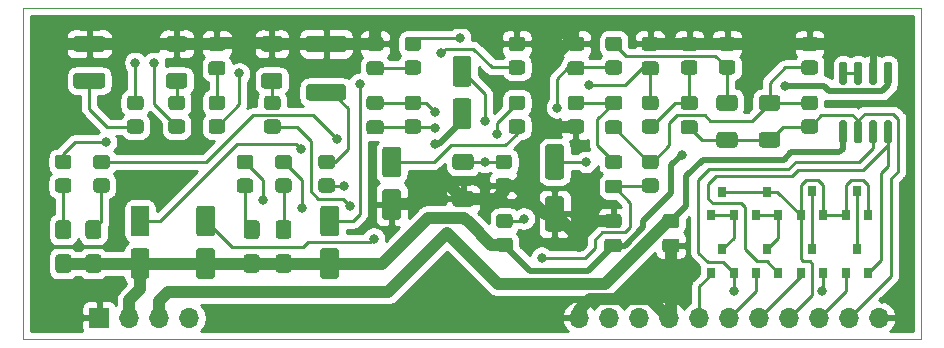
<source format=gbr>
%TF.GenerationSoftware,KiCad,Pcbnew,5.1.7-a382d34a8~87~ubuntu18.04.1*%
%TF.CreationDate,2020-10-31T20:21:00-04:00*%
%TF.ProjectId,DolbyS_NR_HIC,446f6c62-7953-45f4-9e52-5f4849432e6b,rev?*%
%TF.SameCoordinates,PXc65d400PY5d75c80*%
%TF.FileFunction,Copper,L2,Bot*%
%TF.FilePolarity,Positive*%
%FSLAX46Y46*%
G04 Gerber Fmt 4.6, Leading zero omitted, Abs format (unit mm)*
G04 Created by KiCad (PCBNEW 5.1.7-a382d34a8~87~ubuntu18.04.1) date 2020-10-31 20:21:00*
%MOMM*%
%LPD*%
G01*
G04 APERTURE LIST*
%TA.AperFunction,Profile*%
%ADD10C,0.100000*%
%TD*%
%TA.AperFunction,ComponentPad*%
%ADD11R,1.700000X1.700000*%
%TD*%
%TA.AperFunction,ComponentPad*%
%ADD12O,1.700000X1.700000*%
%TD*%
%TA.AperFunction,SMDPad,CuDef*%
%ADD13R,0.800000X0.900000*%
%TD*%
%TA.AperFunction,ViaPad*%
%ADD14C,0.800000*%
%TD*%
%TA.AperFunction,Conductor*%
%ADD15C,1.016000*%
%TD*%
%TA.AperFunction,Conductor*%
%ADD16C,0.508000*%
%TD*%
%TA.AperFunction,Conductor*%
%ADD17C,0.254000*%
%TD*%
%TA.AperFunction,Conductor*%
%ADD18C,0.150000*%
%TD*%
G04 APERTURE END LIST*
D10*
X-76000000Y-27000000D02*
X-76000000Y1000000D01*
X0Y-27000000D02*
X-76000000Y-27000000D01*
X0Y1000000D02*
X0Y-27000000D01*
X-76000000Y1000000D02*
X0Y1000000D01*
D11*
%TO.P,J1,1*%
%TO.N,GND*%
X-69570000Y-25190000D03*
D12*
%TO.P,J1,2*%
%TO.N,VEE*%
X-67030000Y-25190000D03*
%TO.P,J1,3*%
%TO.N,VCC*%
X-64490000Y-25190000D03*
%TO.P,J1,4*%
%TO.N,Net-(J1-Pad4)*%
X-61950000Y-25190000D03*
%TO.P,J1,17*%
%TO.N,GND*%
X-28930000Y-25190000D03*
%TO.P,J1,18*%
%TO.N,Net-(J1-Pad18)*%
X-26390000Y-25190000D03*
%TO.P,J1,19*%
%TO.N,/ENC_OUT*%
X-23850000Y-25190000D03*
%TO.P,J1,20*%
%TO.N,GND*%
X-21310000Y-25190000D03*
%TO.P,J1,21*%
%TO.N,/ENC_FB*%
X-18770000Y-25190000D03*
%TO.P,J1,22*%
%TO.N,/ENC_IN*%
X-16230000Y-25190000D03*
%TO.P,J1,23*%
%TO.N,/DEC_FB*%
X-13690000Y-25190000D03*
%TO.P,J1,24*%
%TO.N,/SEL*%
X-11150000Y-25190000D03*
%TO.P,J1,25*%
%TO.N,/DEC_IN*%
X-8610000Y-25190000D03*
%TO.P,J1,26*%
%TO.N,/DEC_OUT*%
X-6070000Y-25190000D03*
%TO.P,J1,27*%
%TO.N,GND*%
X-3530000Y-25190000D03*
%TD*%
%TO.P,C46,2*%
%TO.N,VEE*%
%TA.AperFunction,SMDPad,CuDef*%
G36*
G01*
X-70475001Y-19812500D02*
X-69624999Y-19812500D01*
G75*
G02*
X-69375000Y-20062499I0J-249999D01*
G01*
X-69375000Y-21137501D01*
G75*
G02*
X-69624999Y-21387500I-249999J0D01*
G01*
X-70475001Y-21387500D01*
G75*
G02*
X-70725000Y-21137501I0J249999D01*
G01*
X-70725000Y-20062499D01*
G75*
G02*
X-70475001Y-19812500I249999J0D01*
G01*
G37*
%TD.AperFunction*%
%TO.P,C46,1*%
%TO.N,Net-(C46-Pad1)*%
%TA.AperFunction,SMDPad,CuDef*%
G36*
G01*
X-70475001Y-16937500D02*
X-69624999Y-16937500D01*
G75*
G02*
X-69375000Y-17187499I0J-249999D01*
G01*
X-69375000Y-18262501D01*
G75*
G02*
X-69624999Y-18512500I-249999J0D01*
G01*
X-70475001Y-18512500D01*
G75*
G02*
X-70725000Y-18262501I0J249999D01*
G01*
X-70725000Y-17187499D01*
G75*
G02*
X-70475001Y-16937500I249999J0D01*
G01*
G37*
%TD.AperFunction*%
%TD*%
D13*
%TO.P,D1,3*%
%TO.N,Net-(D1-Pad3)*%
X-5400000Y-14500000D03*
%TO.P,D1,2*%
%TO.N,/SEL*%
X-6350000Y-16500000D03*
%TO.P,D1,1*%
X-4450000Y-16500000D03*
%TD*%
%TO.P,D4,3*%
%TO.N,/SEL*%
X-16800000Y-14522000D03*
%TO.P,D4,2*%
%TO.N,Net-(D4-Pad1)*%
X-17750000Y-16522000D03*
%TO.P,D4,1*%
X-15850000Y-16522000D03*
%TD*%
%TO.P,D3,3*%
%TO.N,Net-(D3-Pad3)*%
X-9200000Y-14500000D03*
%TO.P,D3,2*%
%TO.N,/SEL*%
X-10150000Y-16500000D03*
%TO.P,D3,1*%
X-8250000Y-16500000D03*
%TD*%
%TO.P,D2,3*%
%TO.N,/SEL*%
X-13000000Y-14522000D03*
%TO.P,D2,2*%
%TO.N,Net-(D2-Pad1)*%
X-13950000Y-16522000D03*
%TO.P,D2,1*%
X-12050000Y-16522000D03*
%TD*%
%TO.P,C47,2*%
%TO.N,Net-(C47-Pad2)*%
%TA.AperFunction,SMDPad,CuDef*%
G36*
G01*
X-55600001Y-4462500D02*
X-54299999Y-4462500D01*
G75*
G02*
X-54050000Y-4712499I0J-249999D01*
G01*
X-54050000Y-5537501D01*
G75*
G02*
X-54299999Y-5787500I-249999J0D01*
G01*
X-55600001Y-5787500D01*
G75*
G02*
X-55850000Y-5537501I0J249999D01*
G01*
X-55850000Y-4712499D01*
G75*
G02*
X-55600001Y-4462500I249999J0D01*
G01*
G37*
%TD.AperFunction*%
%TO.P,C47,1*%
%TO.N,GND*%
%TA.AperFunction,SMDPad,CuDef*%
G36*
G01*
X-55600001Y-1337500D02*
X-54299999Y-1337500D01*
G75*
G02*
X-54050000Y-1587499I0J-249999D01*
G01*
X-54050000Y-2412501D01*
G75*
G02*
X-54299999Y-2662500I-249999J0D01*
G01*
X-55600001Y-2662500D01*
G75*
G02*
X-55850000Y-2412501I0J249999D01*
G01*
X-55850000Y-1587499D01*
G75*
G02*
X-55600001Y-1337500I249999J0D01*
G01*
G37*
%TD.AperFunction*%
%TD*%
%TO.P,C37,2*%
%TO.N,Net-(C37-Pad2)*%
%TA.AperFunction,SMDPad,CuDef*%
G36*
G01*
X-63650001Y-4462500D02*
X-62349999Y-4462500D01*
G75*
G02*
X-62100000Y-4712499I0J-249999D01*
G01*
X-62100000Y-5537501D01*
G75*
G02*
X-62349999Y-5787500I-249999J0D01*
G01*
X-63650001Y-5787500D01*
G75*
G02*
X-63900000Y-5537501I0J249999D01*
G01*
X-63900000Y-4712499D01*
G75*
G02*
X-63650001Y-4462500I249999J0D01*
G01*
G37*
%TD.AperFunction*%
%TO.P,C37,1*%
%TO.N,GND*%
%TA.AperFunction,SMDPad,CuDef*%
G36*
G01*
X-63650001Y-1337500D02*
X-62349999Y-1337500D01*
G75*
G02*
X-62100000Y-1587499I0J-249999D01*
G01*
X-62100000Y-2412501D01*
G75*
G02*
X-62349999Y-2662500I-249999J0D01*
G01*
X-63650001Y-2662500D01*
G75*
G02*
X-63900000Y-2412501I0J249999D01*
G01*
X-63900000Y-1587499D01*
G75*
G02*
X-63650001Y-1337500I249999J0D01*
G01*
G37*
%TD.AperFunction*%
%TD*%
%TO.P,C12,2*%
%TO.N,GND*%
%TA.AperFunction,SMDPad,CuDef*%
G36*
G01*
X-45350000Y-14300000D02*
X-44250000Y-14300000D01*
G75*
G02*
X-44000000Y-14550000I0J-250000D01*
G01*
X-44000000Y-16650000D01*
G75*
G02*
X-44250000Y-16900000I-250000J0D01*
G01*
X-45350000Y-16900000D01*
G75*
G02*
X-45600000Y-16650000I0J250000D01*
G01*
X-45600000Y-14550000D01*
G75*
G02*
X-45350000Y-14300000I250000J0D01*
G01*
G37*
%TD.AperFunction*%
%TO.P,C12,1*%
%TO.N,Net-(C12-Pad1)*%
%TA.AperFunction,SMDPad,CuDef*%
G36*
G01*
X-45350000Y-10700000D02*
X-44250000Y-10700000D01*
G75*
G02*
X-44000000Y-10950000I0J-250000D01*
G01*
X-44000000Y-13050000D01*
G75*
G02*
X-44250000Y-13300000I-250000J0D01*
G01*
X-45350000Y-13300000D01*
G75*
G02*
X-45600000Y-13050000I0J250000D01*
G01*
X-45600000Y-10950000D01*
G75*
G02*
X-45350000Y-10700000I250000J0D01*
G01*
G37*
%TD.AperFunction*%
%TD*%
%TO.P,U2,8*%
%TO.N,VCC*%
%TA.AperFunction,SMDPad,CuDef*%
G36*
G01*
X-6728000Y-8467000D02*
X-6428000Y-8467000D01*
G75*
G02*
X-6278000Y-8617000I0J-150000D01*
G01*
X-6278000Y-10267000D01*
G75*
G02*
X-6428000Y-10417000I-150000J0D01*
G01*
X-6728000Y-10417000D01*
G75*
G02*
X-6878000Y-10267000I0J150000D01*
G01*
X-6878000Y-8617000D01*
G75*
G02*
X-6728000Y-8467000I150000J0D01*
G01*
G37*
%TD.AperFunction*%
%TO.P,U2,7*%
%TO.N,/DEC_OUT*%
%TA.AperFunction,SMDPad,CuDef*%
G36*
G01*
X-5458000Y-8467000D02*
X-5158000Y-8467000D01*
G75*
G02*
X-5008000Y-8617000I0J-150000D01*
G01*
X-5008000Y-10267000D01*
G75*
G02*
X-5158000Y-10417000I-150000J0D01*
G01*
X-5458000Y-10417000D01*
G75*
G02*
X-5608000Y-10267000I0J150000D01*
G01*
X-5608000Y-8617000D01*
G75*
G02*
X-5458000Y-8467000I150000J0D01*
G01*
G37*
%TD.AperFunction*%
%TO.P,U2,6*%
%TO.N,Net-(Q3-Pad1)*%
%TA.AperFunction,SMDPad,CuDef*%
G36*
G01*
X-4188000Y-8467000D02*
X-3888000Y-8467000D01*
G75*
G02*
X-3738000Y-8617000I0J-150000D01*
G01*
X-3738000Y-10267000D01*
G75*
G02*
X-3888000Y-10417000I-150000J0D01*
G01*
X-4188000Y-10417000D01*
G75*
G02*
X-4338000Y-10267000I0J150000D01*
G01*
X-4338000Y-8617000D01*
G75*
G02*
X-4188000Y-8467000I150000J0D01*
G01*
G37*
%TD.AperFunction*%
%TO.P,U2,5*%
%TO.N,Net-(Q1-Pad1)*%
%TA.AperFunction,SMDPad,CuDef*%
G36*
G01*
X-2918000Y-8467000D02*
X-2618000Y-8467000D01*
G75*
G02*
X-2468000Y-8617000I0J-150000D01*
G01*
X-2468000Y-10267000D01*
G75*
G02*
X-2618000Y-10417000I-150000J0D01*
G01*
X-2918000Y-10417000D01*
G75*
G02*
X-3068000Y-10267000I0J150000D01*
G01*
X-3068000Y-8617000D01*
G75*
G02*
X-2918000Y-8467000I150000J0D01*
G01*
G37*
%TD.AperFunction*%
%TO.P,U2,4*%
%TO.N,VEE*%
%TA.AperFunction,SMDPad,CuDef*%
G36*
G01*
X-2918000Y-3517000D02*
X-2618000Y-3517000D01*
G75*
G02*
X-2468000Y-3667000I0J-150000D01*
G01*
X-2468000Y-5317000D01*
G75*
G02*
X-2618000Y-5467000I-150000J0D01*
G01*
X-2918000Y-5467000D01*
G75*
G02*
X-3068000Y-5317000I0J150000D01*
G01*
X-3068000Y-3667000D01*
G75*
G02*
X-2918000Y-3517000I150000J0D01*
G01*
G37*
%TD.AperFunction*%
%TO.P,U2,3*%
%TO.N,GND*%
%TA.AperFunction,SMDPad,CuDef*%
G36*
G01*
X-4188000Y-3517000D02*
X-3888000Y-3517000D01*
G75*
G02*
X-3738000Y-3667000I0J-150000D01*
G01*
X-3738000Y-5317000D01*
G75*
G02*
X-3888000Y-5467000I-150000J0D01*
G01*
X-4188000Y-5467000D01*
G75*
G02*
X-4338000Y-5317000I0J150000D01*
G01*
X-4338000Y-3667000D01*
G75*
G02*
X-4188000Y-3517000I150000J0D01*
G01*
G37*
%TD.AperFunction*%
%TO.P,U2,2*%
%TO.N,Net-(U2-Pad1)*%
%TA.AperFunction,SMDPad,CuDef*%
G36*
G01*
X-5458000Y-3517000D02*
X-5158000Y-3517000D01*
G75*
G02*
X-5008000Y-3667000I0J-150000D01*
G01*
X-5008000Y-5317000D01*
G75*
G02*
X-5158000Y-5467000I-150000J0D01*
G01*
X-5458000Y-5467000D01*
G75*
G02*
X-5608000Y-5317000I0J150000D01*
G01*
X-5608000Y-3667000D01*
G75*
G02*
X-5458000Y-3517000I150000J0D01*
G01*
G37*
%TD.AperFunction*%
%TO.P,U2,1*%
%TA.AperFunction,SMDPad,CuDef*%
G36*
G01*
X-6728000Y-3517000D02*
X-6428000Y-3517000D01*
G75*
G02*
X-6278000Y-3667000I0J-150000D01*
G01*
X-6278000Y-5317000D01*
G75*
G02*
X-6428000Y-5467000I-150000J0D01*
G01*
X-6728000Y-5467000D01*
G75*
G02*
X-6878000Y-5317000I0J150000D01*
G01*
X-6878000Y-3667000D01*
G75*
G02*
X-6728000Y-3517000I150000J0D01*
G01*
G37*
%TD.AperFunction*%
%TD*%
%TO.P,R52,2*%
%TO.N,Net-(C12-Pad1)*%
%TA.AperFunction,SMDPad,CuDef*%
G36*
G01*
X-34650001Y-8400000D02*
X-33749999Y-8400000D01*
G75*
G02*
X-33500000Y-8649999I0J-249999D01*
G01*
X-33500000Y-9350001D01*
G75*
G02*
X-33749999Y-9600000I-249999J0D01*
G01*
X-34650001Y-9600000D01*
G75*
G02*
X-34900000Y-9350001I0J249999D01*
G01*
X-34900000Y-8649999D01*
G75*
G02*
X-34650001Y-8400000I249999J0D01*
G01*
G37*
%TD.AperFunction*%
%TO.P,R52,1*%
%TO.N,Net-(R52-Pad1)*%
%TA.AperFunction,SMDPad,CuDef*%
G36*
G01*
X-34650001Y-6400000D02*
X-33749999Y-6400000D01*
G75*
G02*
X-33500000Y-6649999I0J-249999D01*
G01*
X-33500000Y-7350001D01*
G75*
G02*
X-33749999Y-7600000I-249999J0D01*
G01*
X-34650001Y-7600000D01*
G75*
G02*
X-34900000Y-7350001I0J249999D01*
G01*
X-34900000Y-6649999D01*
G75*
G02*
X-34650001Y-6400000I249999J0D01*
G01*
G37*
%TD.AperFunction*%
%TD*%
%TO.P,R51,2*%
%TO.N,Net-(R51-Pad2)*%
%TA.AperFunction,SMDPad,CuDef*%
G36*
G01*
X-50750001Y-13400000D02*
X-49849999Y-13400000D01*
G75*
G02*
X-49600000Y-13649999I0J-249999D01*
G01*
X-49600000Y-14350001D01*
G75*
G02*
X-49849999Y-14600000I-249999J0D01*
G01*
X-50750001Y-14600000D01*
G75*
G02*
X-51000000Y-14350001I0J249999D01*
G01*
X-51000000Y-13649999D01*
G75*
G02*
X-50750001Y-13400000I249999J0D01*
G01*
G37*
%TD.AperFunction*%
%TO.P,R51,1*%
%TO.N,Net-(C49-Pad2)*%
%TA.AperFunction,SMDPad,CuDef*%
G36*
G01*
X-50750001Y-11400000D02*
X-49849999Y-11400000D01*
G75*
G02*
X-49600000Y-11649999I0J-249999D01*
G01*
X-49600000Y-12350001D01*
G75*
G02*
X-49849999Y-12600000I-249999J0D01*
G01*
X-50750001Y-12600000D01*
G75*
G02*
X-51000000Y-12350001I0J249999D01*
G01*
X-51000000Y-11649999D01*
G75*
G02*
X-50750001Y-11400000I249999J0D01*
G01*
G37*
%TD.AperFunction*%
%TD*%
%TO.P,R49,2*%
%TO.N,Net-(R49-Pad2)*%
%TA.AperFunction,SMDPad,CuDef*%
G36*
G01*
X-55350001Y-8400000D02*
X-54449999Y-8400000D01*
G75*
G02*
X-54200000Y-8649999I0J-249999D01*
G01*
X-54200000Y-9350001D01*
G75*
G02*
X-54449999Y-9600000I-249999J0D01*
G01*
X-55350001Y-9600000D01*
G75*
G02*
X-55600000Y-9350001I0J249999D01*
G01*
X-55600000Y-8649999D01*
G75*
G02*
X-55350001Y-8400000I249999J0D01*
G01*
G37*
%TD.AperFunction*%
%TO.P,R49,1*%
%TO.N,Net-(C47-Pad2)*%
%TA.AperFunction,SMDPad,CuDef*%
G36*
G01*
X-55350001Y-6400000D02*
X-54449999Y-6400000D01*
G75*
G02*
X-54200000Y-6649999I0J-249999D01*
G01*
X-54200000Y-7350001D01*
G75*
G02*
X-54449999Y-7600000I-249999J0D01*
G01*
X-55350001Y-7600000D01*
G75*
G02*
X-55600000Y-7350001I0J249999D01*
G01*
X-55600000Y-6649999D01*
G75*
G02*
X-55350001Y-6400000I249999J0D01*
G01*
G37*
%TD.AperFunction*%
%TD*%
%TO.P,R48,2*%
%TO.N,Net-(R48-Pad2)*%
%TA.AperFunction,SMDPad,CuDef*%
G36*
G01*
X-68909999Y-12600000D02*
X-69810001Y-12600000D01*
G75*
G02*
X-70060000Y-12350001I0J249999D01*
G01*
X-70060000Y-11649999D01*
G75*
G02*
X-69810001Y-11400000I249999J0D01*
G01*
X-68909999Y-11400000D01*
G75*
G02*
X-68660000Y-11649999I0J-249999D01*
G01*
X-68660000Y-12350001D01*
G75*
G02*
X-68909999Y-12600000I-249999J0D01*
G01*
G37*
%TD.AperFunction*%
%TO.P,R48,1*%
%TO.N,Net-(C46-Pad1)*%
%TA.AperFunction,SMDPad,CuDef*%
G36*
G01*
X-68909999Y-14600000D02*
X-69810001Y-14600000D01*
G75*
G02*
X-70060000Y-14350001I0J249999D01*
G01*
X-70060000Y-13649999D01*
G75*
G02*
X-69810001Y-13400000I249999J0D01*
G01*
X-68909999Y-13400000D01*
G75*
G02*
X-68660000Y-13649999I0J-249999D01*
G01*
X-68660000Y-14350001D01*
G75*
G02*
X-68909999Y-14600000I-249999J0D01*
G01*
G37*
%TD.AperFunction*%
%TD*%
%TO.P,R47,2*%
%TO.N,Net-(R47-Pad2)*%
%TA.AperFunction,SMDPad,CuDef*%
G36*
G01*
X-53499999Y-12600000D02*
X-54400001Y-12600000D01*
G75*
G02*
X-54650000Y-12350001I0J249999D01*
G01*
X-54650000Y-11649999D01*
G75*
G02*
X-54400001Y-11400000I249999J0D01*
G01*
X-53499999Y-11400000D01*
G75*
G02*
X-53250000Y-11649999I0J-249999D01*
G01*
X-53250000Y-12350001D01*
G75*
G02*
X-53499999Y-12600000I-249999J0D01*
G01*
G37*
%TD.AperFunction*%
%TO.P,R47,1*%
%TO.N,Net-(C45-Pad1)*%
%TA.AperFunction,SMDPad,CuDef*%
G36*
G01*
X-53499999Y-14600000D02*
X-54400001Y-14600000D01*
G75*
G02*
X-54650000Y-14350001I0J249999D01*
G01*
X-54650000Y-13649999D01*
G75*
G02*
X-54400001Y-13400000I249999J0D01*
G01*
X-53499999Y-13400000D01*
G75*
G02*
X-53250000Y-13649999I0J-249999D01*
G01*
X-53250000Y-14350001D01*
G75*
G02*
X-53499999Y-14600000I-249999J0D01*
G01*
G37*
%TD.AperFunction*%
%TD*%
%TO.P,R46,2*%
%TO.N,Net-(R46-Pad2)*%
%TA.AperFunction,SMDPad,CuDef*%
G36*
G01*
X-72149999Y-12600000D02*
X-73050001Y-12600000D01*
G75*
G02*
X-73300000Y-12350001I0J249999D01*
G01*
X-73300000Y-11649999D01*
G75*
G02*
X-73050001Y-11400000I249999J0D01*
G01*
X-72149999Y-11400000D01*
G75*
G02*
X-71900000Y-11649999I0J-249999D01*
G01*
X-71900000Y-12350001D01*
G75*
G02*
X-72149999Y-12600000I-249999J0D01*
G01*
G37*
%TD.AperFunction*%
%TO.P,R46,1*%
%TO.N,Net-(C43-Pad1)*%
%TA.AperFunction,SMDPad,CuDef*%
G36*
G01*
X-72149999Y-14600000D02*
X-73050001Y-14600000D01*
G75*
G02*
X-73300000Y-14350001I0J249999D01*
G01*
X-73300000Y-13649999D01*
G75*
G02*
X-73050001Y-13400000I249999J0D01*
G01*
X-72149999Y-13400000D01*
G75*
G02*
X-71900000Y-13649999I0J-249999D01*
G01*
X-71900000Y-14350001D01*
G75*
G02*
X-72149999Y-14600000I-249999J0D01*
G01*
G37*
%TD.AperFunction*%
%TD*%
%TO.P,R45,2*%
%TO.N,Net-(C42-Pad1)*%
%TA.AperFunction,SMDPad,CuDef*%
G36*
G01*
X-57660001Y-13400000D02*
X-56759999Y-13400000D01*
G75*
G02*
X-56510000Y-13649999I0J-249999D01*
G01*
X-56510000Y-14350001D01*
G75*
G02*
X-56759999Y-14600000I-249999J0D01*
G01*
X-57660001Y-14600000D01*
G75*
G02*
X-57910000Y-14350001I0J249999D01*
G01*
X-57910000Y-13649999D01*
G75*
G02*
X-57660001Y-13400000I249999J0D01*
G01*
G37*
%TD.AperFunction*%
%TO.P,R45,1*%
%TO.N,Net-(R45-Pad1)*%
%TA.AperFunction,SMDPad,CuDef*%
G36*
G01*
X-57660001Y-11400000D02*
X-56759999Y-11400000D01*
G75*
G02*
X-56510000Y-11649999I0J-249999D01*
G01*
X-56510000Y-12350001D01*
G75*
G02*
X-56759999Y-12600000I-249999J0D01*
G01*
X-57660001Y-12600000D01*
G75*
G02*
X-57910000Y-12350001I0J249999D01*
G01*
X-57910000Y-11649999D01*
G75*
G02*
X-57660001Y-11400000I249999J0D01*
G01*
G37*
%TD.AperFunction*%
%TD*%
%TO.P,R44,2*%
%TO.N,Net-(R44-Pad2)*%
%TA.AperFunction,SMDPad,CuDef*%
G36*
G01*
X-60050001Y-8400000D02*
X-59149999Y-8400000D01*
G75*
G02*
X-58900000Y-8649999I0J-249999D01*
G01*
X-58900000Y-9350001D01*
G75*
G02*
X-59149999Y-9600000I-249999J0D01*
G01*
X-60050001Y-9600000D01*
G75*
G02*
X-60300000Y-9350001I0J249999D01*
G01*
X-60300000Y-8649999D01*
G75*
G02*
X-60050001Y-8400000I249999J0D01*
G01*
G37*
%TD.AperFunction*%
%TO.P,R44,1*%
%TO.N,Net-(C39-Pad2)*%
%TA.AperFunction,SMDPad,CuDef*%
G36*
G01*
X-60050001Y-6400000D02*
X-59149999Y-6400000D01*
G75*
G02*
X-58900000Y-6649999I0J-249999D01*
G01*
X-58900000Y-7350001D01*
G75*
G02*
X-59149999Y-7600000I-249999J0D01*
G01*
X-60050001Y-7600000D01*
G75*
G02*
X-60300000Y-7350001I0J249999D01*
G01*
X-60300000Y-6649999D01*
G75*
G02*
X-60050001Y-6400000I249999J0D01*
G01*
G37*
%TD.AperFunction*%
%TD*%
%TO.P,R42,2*%
%TO.N,Net-(R42-Pad2)*%
%TA.AperFunction,SMDPad,CuDef*%
G36*
G01*
X-63450001Y-8400000D02*
X-62549999Y-8400000D01*
G75*
G02*
X-62300000Y-8649999I0J-249999D01*
G01*
X-62300000Y-9350001D01*
G75*
G02*
X-62549999Y-9600000I-249999J0D01*
G01*
X-63450001Y-9600000D01*
G75*
G02*
X-63700000Y-9350001I0J249999D01*
G01*
X-63700000Y-8649999D01*
G75*
G02*
X-63450001Y-8400000I249999J0D01*
G01*
G37*
%TD.AperFunction*%
%TO.P,R42,1*%
%TO.N,Net-(C37-Pad2)*%
%TA.AperFunction,SMDPad,CuDef*%
G36*
G01*
X-63450001Y-6400000D02*
X-62549999Y-6400000D01*
G75*
G02*
X-62300000Y-6649999I0J-249999D01*
G01*
X-62300000Y-7350001D01*
G75*
G02*
X-62549999Y-7600000I-249999J0D01*
G01*
X-63450001Y-7600000D01*
G75*
G02*
X-63700000Y-7350001I0J249999D01*
G01*
X-63700000Y-6649999D01*
G75*
G02*
X-63450001Y-6400000I249999J0D01*
G01*
G37*
%TD.AperFunction*%
%TD*%
%TO.P,R40,2*%
%TO.N,Net-(R40-Pad2)*%
%TA.AperFunction,SMDPad,CuDef*%
G36*
G01*
X-34650001Y-3400000D02*
X-33749999Y-3400000D01*
G75*
G02*
X-33500000Y-3649999I0J-249999D01*
G01*
X-33500000Y-4350001D01*
G75*
G02*
X-33749999Y-4600000I-249999J0D01*
G01*
X-34650001Y-4600000D01*
G75*
G02*
X-34900000Y-4350001I0J249999D01*
G01*
X-34900000Y-3649999D01*
G75*
G02*
X-34650001Y-3400000I249999J0D01*
G01*
G37*
%TD.AperFunction*%
%TO.P,R40,1*%
%TO.N,GND*%
%TA.AperFunction,SMDPad,CuDef*%
G36*
G01*
X-34650001Y-1400000D02*
X-33749999Y-1400000D01*
G75*
G02*
X-33500000Y-1649999I0J-249999D01*
G01*
X-33500000Y-2350001D01*
G75*
G02*
X-33749999Y-2600000I-249999J0D01*
G01*
X-34650001Y-2600000D01*
G75*
G02*
X-34900000Y-2350001I0J249999D01*
G01*
X-34900000Y-1649999D01*
G75*
G02*
X-34650001Y-1400000I249999J0D01*
G01*
G37*
%TD.AperFunction*%
%TD*%
%TO.P,R38,2*%
%TO.N,Net-(R38-Pad2)*%
%TA.AperFunction,SMDPad,CuDef*%
G36*
G01*
X-66049999Y-7600000D02*
X-66950001Y-7600000D01*
G75*
G02*
X-67200000Y-7350001I0J249999D01*
G01*
X-67200000Y-6649999D01*
G75*
G02*
X-66950001Y-6400000I249999J0D01*
G01*
X-66049999Y-6400000D01*
G75*
G02*
X-65800000Y-6649999I0J-249999D01*
G01*
X-65800000Y-7350001D01*
G75*
G02*
X-66049999Y-7600000I-249999J0D01*
G01*
G37*
%TD.AperFunction*%
%TO.P,R38,1*%
%TO.N,Net-(C35-Pad2)*%
%TA.AperFunction,SMDPad,CuDef*%
G36*
G01*
X-66049999Y-9600000D02*
X-66950001Y-9600000D01*
G75*
G02*
X-67200000Y-9350001I0J249999D01*
G01*
X-67200000Y-8649999D01*
G75*
G02*
X-66950001Y-8400000I249999J0D01*
G01*
X-66049999Y-8400000D01*
G75*
G02*
X-65800000Y-8649999I0J-249999D01*
G01*
X-65800000Y-9350001D01*
G75*
G02*
X-66049999Y-9600000I-249999J0D01*
G01*
G37*
%TD.AperFunction*%
%TD*%
%TO.P,R32,2*%
%TO.N,/Dolby S Encoder/N1*%
%TA.AperFunction,SMDPad,CuDef*%
G36*
G01*
X-42549999Y-2600000D02*
X-43450001Y-2600000D01*
G75*
G02*
X-43700000Y-2350001I0J249999D01*
G01*
X-43700000Y-1649999D01*
G75*
G02*
X-43450001Y-1400000I249999J0D01*
G01*
X-42549999Y-1400000D01*
G75*
G02*
X-42300000Y-1649999I0J-249999D01*
G01*
X-42300000Y-2350001D01*
G75*
G02*
X-42549999Y-2600000I-249999J0D01*
G01*
G37*
%TD.AperFunction*%
%TO.P,R32,1*%
%TO.N,Net-(C31-Pad2)*%
%TA.AperFunction,SMDPad,CuDef*%
G36*
G01*
X-42549999Y-4600000D02*
X-43450001Y-4600000D01*
G75*
G02*
X-43700000Y-4350001I0J249999D01*
G01*
X-43700000Y-3649999D01*
G75*
G02*
X-43450001Y-3400000I249999J0D01*
G01*
X-42549999Y-3400000D01*
G75*
G02*
X-42300000Y-3649999I0J-249999D01*
G01*
X-42300000Y-4350001D01*
G75*
G02*
X-42549999Y-4600000I-249999J0D01*
G01*
G37*
%TD.AperFunction*%
%TD*%
%TO.P,R29,2*%
%TO.N,Net-(C28-Pad2)*%
%TA.AperFunction,SMDPad,CuDef*%
G36*
G01*
X-42549999Y-7600000D02*
X-43450001Y-7600000D01*
G75*
G02*
X-43700000Y-7350001I0J249999D01*
G01*
X-43700000Y-6649999D01*
G75*
G02*
X-43450001Y-6400000I249999J0D01*
G01*
X-42549999Y-6400000D01*
G75*
G02*
X-42300000Y-6649999I0J-249999D01*
G01*
X-42300000Y-7350001D01*
G75*
G02*
X-42549999Y-7600000I-249999J0D01*
G01*
G37*
%TD.AperFunction*%
%TO.P,R29,1*%
%TO.N,Net-(C28-Pad1)*%
%TA.AperFunction,SMDPad,CuDef*%
G36*
G01*
X-42549999Y-9600000D02*
X-43450001Y-9600000D01*
G75*
G02*
X-43700000Y-9350001I0J249999D01*
G01*
X-43700000Y-8649999D01*
G75*
G02*
X-43450001Y-8400000I249999J0D01*
G01*
X-42549999Y-8400000D01*
G75*
G02*
X-42300000Y-8649999I0J-249999D01*
G01*
X-42300000Y-9350001D01*
G75*
G02*
X-42549999Y-9600000I-249999J0D01*
G01*
G37*
%TD.AperFunction*%
%TD*%
%TO.P,R28,2*%
%TO.N,VEE*%
%TA.AperFunction,SMDPad,CuDef*%
G36*
G01*
X-35700001Y-18400000D02*
X-34799999Y-18400000D01*
G75*
G02*
X-34550000Y-18649999I0J-249999D01*
G01*
X-34550000Y-19350001D01*
G75*
G02*
X-34799999Y-19600000I-249999J0D01*
G01*
X-35700001Y-19600000D01*
G75*
G02*
X-35950000Y-19350001I0J249999D01*
G01*
X-35950000Y-18649999D01*
G75*
G02*
X-35700001Y-18400000I249999J0D01*
G01*
G37*
%TD.AperFunction*%
%TO.P,R28,1*%
%TO.N,Net-(R28-Pad1)*%
%TA.AperFunction,SMDPad,CuDef*%
G36*
G01*
X-35700001Y-16400000D02*
X-34799999Y-16400000D01*
G75*
G02*
X-34550000Y-16649999I0J-249999D01*
G01*
X-34550000Y-17350001D01*
G75*
G02*
X-34799999Y-17600000I-249999J0D01*
G01*
X-35700001Y-17600000D01*
G75*
G02*
X-35950000Y-17350001I0J249999D01*
G01*
X-35950000Y-16649999D01*
G75*
G02*
X-35700001Y-16400000I249999J0D01*
G01*
G37*
%TD.AperFunction*%
%TD*%
%TO.P,R26,2*%
%TO.N,Net-(C27-Pad1)*%
%TA.AperFunction,SMDPad,CuDef*%
G36*
G01*
X-22449999Y-7600000D02*
X-23350001Y-7600000D01*
G75*
G02*
X-23600000Y-7350001I0J249999D01*
G01*
X-23600000Y-6649999D01*
G75*
G02*
X-23350001Y-6400000I249999J0D01*
G01*
X-22449999Y-6400000D01*
G75*
G02*
X-22200000Y-6649999I0J-249999D01*
G01*
X-22200000Y-7350001D01*
G75*
G02*
X-22449999Y-7600000I-249999J0D01*
G01*
G37*
%TD.AperFunction*%
%TO.P,R26,1*%
%TO.N,Net-(C24-Pad1)*%
%TA.AperFunction,SMDPad,CuDef*%
G36*
G01*
X-22449999Y-9600000D02*
X-23350001Y-9600000D01*
G75*
G02*
X-23600000Y-9350001I0J249999D01*
G01*
X-23600000Y-8649999D01*
G75*
G02*
X-23350001Y-8400000I249999J0D01*
G01*
X-22449999Y-8400000D01*
G75*
G02*
X-22200000Y-8649999I0J-249999D01*
G01*
X-22200000Y-9350001D01*
G75*
G02*
X-22449999Y-9600000I-249999J0D01*
G01*
G37*
%TD.AperFunction*%
%TD*%
%TO.P,R24,2*%
%TO.N,GND*%
%TA.AperFunction,SMDPad,CuDef*%
G36*
G01*
X-19149999Y-2600000D02*
X-20050001Y-2600000D01*
G75*
G02*
X-20300000Y-2350001I0J249999D01*
G01*
X-20300000Y-1649999D01*
G75*
G02*
X-20050001Y-1400000I249999J0D01*
G01*
X-19149999Y-1400000D01*
G75*
G02*
X-18900000Y-1649999I0J-249999D01*
G01*
X-18900000Y-2350001D01*
G75*
G02*
X-19149999Y-2600000I-249999J0D01*
G01*
G37*
%TD.AperFunction*%
%TO.P,R24,1*%
%TO.N,Net-(C24-Pad1)*%
%TA.AperFunction,SMDPad,CuDef*%
G36*
G01*
X-19149999Y-4600000D02*
X-20050001Y-4600000D01*
G75*
G02*
X-20300000Y-4350001I0J249999D01*
G01*
X-20300000Y-3649999D01*
G75*
G02*
X-20050001Y-3400000I249999J0D01*
G01*
X-19149999Y-3400000D01*
G75*
G02*
X-18900000Y-3649999I0J-249999D01*
G01*
X-18900000Y-4350001D01*
G75*
G02*
X-19149999Y-4600000I-249999J0D01*
G01*
G37*
%TD.AperFunction*%
%TD*%
%TO.P,R20,2*%
%TO.N,Net-(C21-Pad1)*%
%TA.AperFunction,SMDPad,CuDef*%
G36*
G01*
X-23350001Y-13400000D02*
X-22449999Y-13400000D01*
G75*
G02*
X-22200000Y-13649999I0J-249999D01*
G01*
X-22200000Y-14350001D01*
G75*
G02*
X-22449999Y-14600000I-249999J0D01*
G01*
X-23350001Y-14600000D01*
G75*
G02*
X-23600000Y-14350001I0J249999D01*
G01*
X-23600000Y-13649999D01*
G75*
G02*
X-23350001Y-13400000I249999J0D01*
G01*
G37*
%TD.AperFunction*%
%TO.P,R20,1*%
%TO.N,Net-(C11-Pad2)*%
%TA.AperFunction,SMDPad,CuDef*%
G36*
G01*
X-23350001Y-11400000D02*
X-22449999Y-11400000D01*
G75*
G02*
X-22200000Y-11649999I0J-249999D01*
G01*
X-22200000Y-12350001D01*
G75*
G02*
X-22449999Y-12600000I-249999J0D01*
G01*
X-23350001Y-12600000D01*
G75*
G02*
X-23600000Y-12350001I0J249999D01*
G01*
X-23600000Y-11649999D01*
G75*
G02*
X-23350001Y-11400000I249999J0D01*
G01*
G37*
%TD.AperFunction*%
%TD*%
%TO.P,R19,2*%
%TO.N,Net-(C20-Pad1)*%
%TA.AperFunction,SMDPad,CuDef*%
G36*
G01*
X-26450001Y-3400000D02*
X-25549999Y-3400000D01*
G75*
G02*
X-25300000Y-3649999I0J-249999D01*
G01*
X-25300000Y-4350001D01*
G75*
G02*
X-25549999Y-4600000I-249999J0D01*
G01*
X-26450001Y-4600000D01*
G75*
G02*
X-26700000Y-4350001I0J249999D01*
G01*
X-26700000Y-3649999D01*
G75*
G02*
X-26450001Y-3400000I249999J0D01*
G01*
G37*
%TD.AperFunction*%
%TO.P,R19,1*%
%TO.N,Net-(C17-Pad2)*%
%TA.AperFunction,SMDPad,CuDef*%
G36*
G01*
X-26450001Y-1400000D02*
X-25549999Y-1400000D01*
G75*
G02*
X-25300000Y-1649999I0J-249999D01*
G01*
X-25300000Y-2350001D01*
G75*
G02*
X-25549999Y-2600000I-249999J0D01*
G01*
X-26450001Y-2600000D01*
G75*
G02*
X-26700000Y-2350001I0J249999D01*
G01*
X-26700000Y-1649999D01*
G75*
G02*
X-26450001Y-1400000I249999J0D01*
G01*
G37*
%TD.AperFunction*%
%TD*%
%TO.P,R16,2*%
%TO.N,Net-(C17-Pad2)*%
%TA.AperFunction,SMDPad,CuDef*%
G36*
G01*
X-16850001Y-3400000D02*
X-15949999Y-3400000D01*
G75*
G02*
X-15700000Y-3649999I0J-249999D01*
G01*
X-15700000Y-4350001D01*
G75*
G02*
X-15949999Y-4600000I-249999J0D01*
G01*
X-16850001Y-4600000D01*
G75*
G02*
X-17100000Y-4350001I0J249999D01*
G01*
X-17100000Y-3649999D01*
G75*
G02*
X-16850001Y-3400000I249999J0D01*
G01*
G37*
%TD.AperFunction*%
%TO.P,R16,1*%
%TO.N,GND*%
%TA.AperFunction,SMDPad,CuDef*%
G36*
G01*
X-16850001Y-1400000D02*
X-15949999Y-1400000D01*
G75*
G02*
X-15700000Y-1649999I0J-249999D01*
G01*
X-15700000Y-2350001D01*
G75*
G02*
X-15949999Y-2600000I-249999J0D01*
G01*
X-16850001Y-2600000D01*
G75*
G02*
X-17100000Y-2350001I0J249999D01*
G01*
X-17100000Y-1649999D01*
G75*
G02*
X-16850001Y-1400000I249999J0D01*
G01*
G37*
%TD.AperFunction*%
%TD*%
%TO.P,R15,2*%
%TO.N,Net-(C19-Pad2)*%
%TA.AperFunction,SMDPad,CuDef*%
G36*
G01*
X-28749999Y-7600000D02*
X-29650001Y-7600000D01*
G75*
G02*
X-29900000Y-7350001I0J249999D01*
G01*
X-29900000Y-6649999D01*
G75*
G02*
X-29650001Y-6400000I249999J0D01*
G01*
X-28749999Y-6400000D01*
G75*
G02*
X-28500000Y-6649999I0J-249999D01*
G01*
X-28500000Y-7350001D01*
G75*
G02*
X-28749999Y-7600000I-249999J0D01*
G01*
G37*
%TD.AperFunction*%
%TO.P,R15,1*%
%TO.N,GND*%
%TA.AperFunction,SMDPad,CuDef*%
G36*
G01*
X-28749999Y-9600000D02*
X-29650001Y-9600000D01*
G75*
G02*
X-29900000Y-9350001I0J249999D01*
G01*
X-29900000Y-8649999D01*
G75*
G02*
X-29650001Y-8400000I249999J0D01*
G01*
X-28749999Y-8400000D01*
G75*
G02*
X-28500000Y-8649999I0J-249999D01*
G01*
X-28500000Y-9350001D01*
G75*
G02*
X-28749999Y-9600000I-249999J0D01*
G01*
G37*
%TD.AperFunction*%
%TD*%
%TO.P,R14,2*%
%TO.N,Net-(C11-Pad2)*%
%TA.AperFunction,SMDPad,CuDef*%
G36*
G01*
X-9850001Y-3400000D02*
X-8949999Y-3400000D01*
G75*
G02*
X-8700000Y-3649999I0J-249999D01*
G01*
X-8700000Y-4350001D01*
G75*
G02*
X-8949999Y-4600000I-249999J0D01*
G01*
X-9850001Y-4600000D01*
G75*
G02*
X-10100000Y-4350001I0J249999D01*
G01*
X-10100000Y-3649999D01*
G75*
G02*
X-9850001Y-3400000I249999J0D01*
G01*
G37*
%TD.AperFunction*%
%TO.P,R14,1*%
%TO.N,GND*%
%TA.AperFunction,SMDPad,CuDef*%
G36*
G01*
X-9850001Y-1400000D02*
X-8949999Y-1400000D01*
G75*
G02*
X-8700000Y-1649999I0J-249999D01*
G01*
X-8700000Y-2350001D01*
G75*
G02*
X-8949999Y-2600000I-249999J0D01*
G01*
X-9850001Y-2600000D01*
G75*
G02*
X-10100000Y-2350001I0J249999D01*
G01*
X-10100000Y-1649999D01*
G75*
G02*
X-9850001Y-1400000I249999J0D01*
G01*
G37*
%TD.AperFunction*%
%TD*%
%TO.P,R10,2*%
%TO.N,Net-(C11-Pad2)*%
%TA.AperFunction,SMDPad,CuDef*%
G36*
G01*
X-8949999Y-7600000D02*
X-9850001Y-7600000D01*
G75*
G02*
X-10100000Y-7350001I0J249999D01*
G01*
X-10100000Y-6649999D01*
G75*
G02*
X-9850001Y-6400000I249999J0D01*
G01*
X-8949999Y-6400000D01*
G75*
G02*
X-8700000Y-6649999I0J-249999D01*
G01*
X-8700000Y-7350001D01*
G75*
G02*
X-8949999Y-7600000I-249999J0D01*
G01*
G37*
%TD.AperFunction*%
%TO.P,R10,1*%
%TO.N,/DEC_OUT*%
%TA.AperFunction,SMDPad,CuDef*%
G36*
G01*
X-8949999Y-9600000D02*
X-9850001Y-9600000D01*
G75*
G02*
X-10100000Y-9350001I0J249999D01*
G01*
X-10100000Y-8649999D01*
G75*
G02*
X-9850001Y-8400000I249999J0D01*
G01*
X-8949999Y-8400000D01*
G75*
G02*
X-8700000Y-8649999I0J-249999D01*
G01*
X-8700000Y-9350001D01*
G75*
G02*
X-8949999Y-9600000I-249999J0D01*
G01*
G37*
%TD.AperFunction*%
%TD*%
%TO.P,R8,2*%
%TO.N,GND*%
%TA.AperFunction,SMDPad,CuDef*%
G36*
G01*
X-35750001Y-13400000D02*
X-34849999Y-13400000D01*
G75*
G02*
X-34600000Y-13649999I0J-249999D01*
G01*
X-34600000Y-14350001D01*
G75*
G02*
X-34849999Y-14600000I-249999J0D01*
G01*
X-35750001Y-14600000D01*
G75*
G02*
X-36000000Y-14350001I0J249999D01*
G01*
X-36000000Y-13649999D01*
G75*
G02*
X-35750001Y-13400000I249999J0D01*
G01*
G37*
%TD.AperFunction*%
%TO.P,R8,1*%
%TO.N,Net-(C7-Pad1)*%
%TA.AperFunction,SMDPad,CuDef*%
G36*
G01*
X-35750001Y-11400000D02*
X-34849999Y-11400000D01*
G75*
G02*
X-34600000Y-11649999I0J-249999D01*
G01*
X-34600000Y-12350001D01*
G75*
G02*
X-34849999Y-12600000I-249999J0D01*
G01*
X-35750001Y-12600000D01*
G75*
G02*
X-36000000Y-12350001I0J249999D01*
G01*
X-36000000Y-11649999D01*
G75*
G02*
X-35750001Y-11400000I249999J0D01*
G01*
G37*
%TD.AperFunction*%
%TD*%
%TO.P,Q4,3*%
%TO.N,Net-(D4-Pad1)*%
X-16800000Y-19400000D03*
%TO.P,Q4,2*%
%TO.N,/ENC_FB*%
X-17750000Y-21400000D03*
%TO.P,Q4,1*%
%TO.N,Net-(Q3-Pad1)*%
X-15850000Y-21400000D03*
%TD*%
%TO.P,Q3,3*%
%TO.N,Net-(D3-Pad3)*%
X-9200000Y-19400000D03*
%TO.P,Q3,2*%
%TO.N,/DEC_FB*%
X-10150000Y-21400000D03*
%TO.P,Q3,1*%
%TO.N,Net-(Q3-Pad1)*%
X-8250000Y-21400000D03*
%TD*%
%TO.P,Q2,3*%
%TO.N,Net-(D2-Pad1)*%
X-13000000Y-19400000D03*
%TO.P,Q2,2*%
%TO.N,/ENC_IN*%
X-13950000Y-21400000D03*
%TO.P,Q2,1*%
%TO.N,Net-(Q1-Pad1)*%
X-12050000Y-21400000D03*
%TD*%
%TO.P,Q1,3*%
%TO.N,Net-(D1-Pad3)*%
X-5400000Y-19400000D03*
%TO.P,Q1,2*%
%TO.N,/DEC_IN*%
X-6350000Y-21400000D03*
%TO.P,Q1,1*%
%TO.N,Net-(Q1-Pad1)*%
X-4450000Y-21400000D03*
%TD*%
%TO.P,C49,2*%
%TO.N,Net-(C49-Pad2)*%
%TA.AperFunction,SMDPad,CuDef*%
G36*
G01*
X-51800001Y-5400000D02*
X-48899999Y-5400000D01*
G75*
G02*
X-48650000Y-5649999I0J-249999D01*
G01*
X-48650000Y-6550001D01*
G75*
G02*
X-48899999Y-6800000I-249999J0D01*
G01*
X-51800001Y-6800000D01*
G75*
G02*
X-52050000Y-6550001I0J249999D01*
G01*
X-52050000Y-5649999D01*
G75*
G02*
X-51800001Y-5400000I249999J0D01*
G01*
G37*
%TD.AperFunction*%
%TO.P,C49,1*%
%TO.N,GND*%
%TA.AperFunction,SMDPad,CuDef*%
G36*
G01*
X-51800001Y-1300000D02*
X-48899999Y-1300000D01*
G75*
G02*
X-48650000Y-1549999I0J-249999D01*
G01*
X-48650000Y-2450001D01*
G75*
G02*
X-48899999Y-2700000I-249999J0D01*
G01*
X-51800001Y-2700000D01*
G75*
G02*
X-52050000Y-2450001I0J249999D01*
G01*
X-52050000Y-1549999D01*
G75*
G02*
X-51800001Y-1300000I249999J0D01*
G01*
G37*
%TD.AperFunction*%
%TD*%
%TO.P,C48,2*%
%TO.N,VEE*%
%TA.AperFunction,SMDPad,CuDef*%
G36*
G01*
X-66650000Y-19300000D02*
X-65550000Y-19300000D01*
G75*
G02*
X-65300000Y-19550000I0J-250000D01*
G01*
X-65300000Y-21650000D01*
G75*
G02*
X-65550000Y-21900000I-250000J0D01*
G01*
X-66650000Y-21900000D01*
G75*
G02*
X-66900000Y-21650000I0J250000D01*
G01*
X-66900000Y-19550000D01*
G75*
G02*
X-66650000Y-19300000I250000J0D01*
G01*
G37*
%TD.AperFunction*%
%TO.P,C48,1*%
%TO.N,Net-(C48-Pad1)*%
%TA.AperFunction,SMDPad,CuDef*%
G36*
G01*
X-66650000Y-15700000D02*
X-65550000Y-15700000D01*
G75*
G02*
X-65300000Y-15950000I0J-250000D01*
G01*
X-65300000Y-18050000D01*
G75*
G02*
X-65550000Y-18300000I-250000J0D01*
G01*
X-66650000Y-18300000D01*
G75*
G02*
X-66900000Y-18050000I0J250000D01*
G01*
X-66900000Y-15950000D01*
G75*
G02*
X-66650000Y-15700000I250000J0D01*
G01*
G37*
%TD.AperFunction*%
%TD*%
%TO.P,C45,2*%
%TO.N,VEE*%
%TA.AperFunction,SMDPad,CuDef*%
G36*
G01*
X-54375001Y-19812500D02*
X-53524999Y-19812500D01*
G75*
G02*
X-53275000Y-20062499I0J-249999D01*
G01*
X-53275000Y-21137501D01*
G75*
G02*
X-53524999Y-21387500I-249999J0D01*
G01*
X-54375001Y-21387500D01*
G75*
G02*
X-54625000Y-21137501I0J249999D01*
G01*
X-54625000Y-20062499D01*
G75*
G02*
X-54375001Y-19812500I249999J0D01*
G01*
G37*
%TD.AperFunction*%
%TO.P,C45,1*%
%TO.N,Net-(C45-Pad1)*%
%TA.AperFunction,SMDPad,CuDef*%
G36*
G01*
X-54375001Y-16937500D02*
X-53524999Y-16937500D01*
G75*
G02*
X-53275000Y-17187499I0J-249999D01*
G01*
X-53275000Y-18262501D01*
G75*
G02*
X-53524999Y-18512500I-249999J0D01*
G01*
X-54375001Y-18512500D01*
G75*
G02*
X-54625000Y-18262501I0J249999D01*
G01*
X-54625000Y-17187499D01*
G75*
G02*
X-54375001Y-16937500I249999J0D01*
G01*
G37*
%TD.AperFunction*%
%TD*%
%TO.P,C44,2*%
%TO.N,VEE*%
%TA.AperFunction,SMDPad,CuDef*%
G36*
G01*
X-61100000Y-19300000D02*
X-60000000Y-19300000D01*
G75*
G02*
X-59750000Y-19550000I0J-250000D01*
G01*
X-59750000Y-21650000D01*
G75*
G02*
X-60000000Y-21900000I-250000J0D01*
G01*
X-61100000Y-21900000D01*
G75*
G02*
X-61350000Y-21650000I0J250000D01*
G01*
X-61350000Y-19550000D01*
G75*
G02*
X-61100000Y-19300000I250000J0D01*
G01*
G37*
%TD.AperFunction*%
%TO.P,C44,1*%
%TO.N,Net-(C44-Pad1)*%
%TA.AperFunction,SMDPad,CuDef*%
G36*
G01*
X-61100000Y-15700000D02*
X-60000000Y-15700000D01*
G75*
G02*
X-59750000Y-15950000I0J-250000D01*
G01*
X-59750000Y-18050000D01*
G75*
G02*
X-60000000Y-18300000I-250000J0D01*
G01*
X-61100000Y-18300000D01*
G75*
G02*
X-61350000Y-18050000I0J250000D01*
G01*
X-61350000Y-15950000D01*
G75*
G02*
X-61100000Y-15700000I250000J0D01*
G01*
G37*
%TD.AperFunction*%
%TD*%
%TO.P,C43,2*%
%TO.N,VEE*%
%TA.AperFunction,SMDPad,CuDef*%
G36*
G01*
X-73025001Y-19812500D02*
X-72174999Y-19812500D01*
G75*
G02*
X-71925000Y-20062499I0J-249999D01*
G01*
X-71925000Y-21137501D01*
G75*
G02*
X-72174999Y-21387500I-249999J0D01*
G01*
X-73025001Y-21387500D01*
G75*
G02*
X-73275000Y-21137501I0J249999D01*
G01*
X-73275000Y-20062499D01*
G75*
G02*
X-73025001Y-19812500I249999J0D01*
G01*
G37*
%TD.AperFunction*%
%TO.P,C43,1*%
%TO.N,Net-(C43-Pad1)*%
%TA.AperFunction,SMDPad,CuDef*%
G36*
G01*
X-73025001Y-16937500D02*
X-72174999Y-16937500D01*
G75*
G02*
X-71925000Y-17187499I0J-249999D01*
G01*
X-71925000Y-18262501D01*
G75*
G02*
X-72174999Y-18512500I-249999J0D01*
G01*
X-73025001Y-18512500D01*
G75*
G02*
X-73275000Y-18262501I0J249999D01*
G01*
X-73275000Y-17187499D01*
G75*
G02*
X-73025001Y-16937500I249999J0D01*
G01*
G37*
%TD.AperFunction*%
%TD*%
%TO.P,C42,2*%
%TO.N,VEE*%
%TA.AperFunction,SMDPad,CuDef*%
G36*
G01*
X-57075001Y-19812500D02*
X-56224999Y-19812500D01*
G75*
G02*
X-55975000Y-20062499I0J-249999D01*
G01*
X-55975000Y-21137501D01*
G75*
G02*
X-56224999Y-21387500I-249999J0D01*
G01*
X-57075001Y-21387500D01*
G75*
G02*
X-57325000Y-21137501I0J249999D01*
G01*
X-57325000Y-20062499D01*
G75*
G02*
X-57075001Y-19812500I249999J0D01*
G01*
G37*
%TD.AperFunction*%
%TO.P,C42,1*%
%TO.N,Net-(C42-Pad1)*%
%TA.AperFunction,SMDPad,CuDef*%
G36*
G01*
X-57075001Y-16937500D02*
X-56224999Y-16937500D01*
G75*
G02*
X-55975000Y-17187499I0J-249999D01*
G01*
X-55975000Y-18262501D01*
G75*
G02*
X-56224999Y-18512500I-249999J0D01*
G01*
X-57075001Y-18512500D01*
G75*
G02*
X-57325000Y-18262501I0J249999D01*
G01*
X-57325000Y-17187499D01*
G75*
G02*
X-57075001Y-16937500I249999J0D01*
G01*
G37*
%TD.AperFunction*%
%TD*%
%TO.P,C41,2*%
%TO.N,VEE*%
%TA.AperFunction,SMDPad,CuDef*%
G36*
G01*
X-50600000Y-19300000D02*
X-49500000Y-19300000D01*
G75*
G02*
X-49250000Y-19550000I0J-250000D01*
G01*
X-49250000Y-21650000D01*
G75*
G02*
X-49500000Y-21900000I-250000J0D01*
G01*
X-50600000Y-21900000D01*
G75*
G02*
X-50850000Y-21650000I0J250000D01*
G01*
X-50850000Y-19550000D01*
G75*
G02*
X-50600000Y-19300000I250000J0D01*
G01*
G37*
%TD.AperFunction*%
%TO.P,C41,1*%
%TO.N,Net-(C41-Pad1)*%
%TA.AperFunction,SMDPad,CuDef*%
G36*
G01*
X-50600000Y-15700000D02*
X-49500000Y-15700000D01*
G75*
G02*
X-49250000Y-15950000I0J-250000D01*
G01*
X-49250000Y-18050000D01*
G75*
G02*
X-49500000Y-18300000I-250000J0D01*
G01*
X-50600000Y-18300000D01*
G75*
G02*
X-50850000Y-18050000I0J250000D01*
G01*
X-50850000Y-15950000D01*
G75*
G02*
X-50600000Y-15700000I250000J0D01*
G01*
G37*
%TD.AperFunction*%
%TD*%
%TO.P,C39,2*%
%TO.N,Net-(C39-Pad2)*%
%TA.AperFunction,SMDPad,CuDef*%
G36*
G01*
X-60075000Y-3487500D02*
X-59125000Y-3487500D01*
G75*
G02*
X-58875000Y-3737500I0J-250000D01*
G01*
X-58875000Y-4412500D01*
G75*
G02*
X-59125000Y-4662500I-250000J0D01*
G01*
X-60075000Y-4662500D01*
G75*
G02*
X-60325000Y-4412500I0J250000D01*
G01*
X-60325000Y-3737500D01*
G75*
G02*
X-60075000Y-3487500I250000J0D01*
G01*
G37*
%TD.AperFunction*%
%TO.P,C39,1*%
%TO.N,GND*%
%TA.AperFunction,SMDPad,CuDef*%
G36*
G01*
X-60075000Y-1412500D02*
X-59125000Y-1412500D01*
G75*
G02*
X-58875000Y-1662500I0J-250000D01*
G01*
X-58875000Y-2337500D01*
G75*
G02*
X-59125000Y-2587500I-250000J0D01*
G01*
X-60075000Y-2587500D01*
G75*
G02*
X-60325000Y-2337500I0J250000D01*
G01*
X-60325000Y-1662500D01*
G75*
G02*
X-60075000Y-1412500I250000J0D01*
G01*
G37*
%TD.AperFunction*%
%TD*%
%TO.P,C35,2*%
%TO.N,Net-(C35-Pad2)*%
%TA.AperFunction,SMDPad,CuDef*%
G36*
G01*
X-71500001Y-4462500D02*
X-69299999Y-4462500D01*
G75*
G02*
X-69050000Y-4712499I0J-249999D01*
G01*
X-69050000Y-5537501D01*
G75*
G02*
X-69299999Y-5787500I-249999J0D01*
G01*
X-71500001Y-5787500D01*
G75*
G02*
X-71750000Y-5537501I0J249999D01*
G01*
X-71750000Y-4712499D01*
G75*
G02*
X-71500001Y-4462500I249999J0D01*
G01*
G37*
%TD.AperFunction*%
%TO.P,C35,1*%
%TO.N,GND*%
%TA.AperFunction,SMDPad,CuDef*%
G36*
G01*
X-71500001Y-1337500D02*
X-69299999Y-1337500D01*
G75*
G02*
X-69050000Y-1587499I0J-249999D01*
G01*
X-69050000Y-2412501D01*
G75*
G02*
X-69299999Y-2662500I-249999J0D01*
G01*
X-71500001Y-2662500D01*
G75*
G02*
X-71750000Y-2412501I0J249999D01*
G01*
X-71750000Y-1587499D01*
G75*
G02*
X-71500001Y-1337500I249999J0D01*
G01*
G37*
%TD.AperFunction*%
%TD*%
%TO.P,C31,2*%
%TO.N,Net-(C31-Pad2)*%
%TA.AperFunction,SMDPad,CuDef*%
G36*
G01*
X-46675000Y-3487500D02*
X-45725000Y-3487500D01*
G75*
G02*
X-45475000Y-3737500I0J-250000D01*
G01*
X-45475000Y-4412500D01*
G75*
G02*
X-45725000Y-4662500I-250000J0D01*
G01*
X-46675000Y-4662500D01*
G75*
G02*
X-46925000Y-4412500I0J250000D01*
G01*
X-46925000Y-3737500D01*
G75*
G02*
X-46675000Y-3487500I250000J0D01*
G01*
G37*
%TD.AperFunction*%
%TO.P,C31,1*%
%TO.N,GND*%
%TA.AperFunction,SMDPad,CuDef*%
G36*
G01*
X-46675000Y-1412500D02*
X-45725000Y-1412500D01*
G75*
G02*
X-45475000Y-1662500I0J-250000D01*
G01*
X-45475000Y-2337500D01*
G75*
G02*
X-45725000Y-2587500I-250000J0D01*
G01*
X-46675000Y-2587500D01*
G75*
G02*
X-46925000Y-2337500I0J250000D01*
G01*
X-46925000Y-1662500D01*
G75*
G02*
X-46675000Y-1412500I250000J0D01*
G01*
G37*
%TD.AperFunction*%
%TD*%
%TO.P,C28,2*%
%TO.N,Net-(C28-Pad2)*%
%TA.AperFunction,SMDPad,CuDef*%
G36*
G01*
X-45725000Y-7587500D02*
X-46675000Y-7587500D01*
G75*
G02*
X-46925000Y-7337500I0J250000D01*
G01*
X-46925000Y-6662500D01*
G75*
G02*
X-46675000Y-6412500I250000J0D01*
G01*
X-45725000Y-6412500D01*
G75*
G02*
X-45475000Y-6662500I0J-250000D01*
G01*
X-45475000Y-7337500D01*
G75*
G02*
X-45725000Y-7587500I-250000J0D01*
G01*
G37*
%TD.AperFunction*%
%TO.P,C28,1*%
%TO.N,Net-(C28-Pad1)*%
%TA.AperFunction,SMDPad,CuDef*%
G36*
G01*
X-45725000Y-9662500D02*
X-46675000Y-9662500D01*
G75*
G02*
X-46925000Y-9412500I0J250000D01*
G01*
X-46925000Y-8737500D01*
G75*
G02*
X-46675000Y-8487500I250000J0D01*
G01*
X-45725000Y-8487500D01*
G75*
G02*
X-45475000Y-8737500I0J-250000D01*
G01*
X-45475000Y-9412500D01*
G75*
G02*
X-45725000Y-9662500I-250000J0D01*
G01*
G37*
%TD.AperFunction*%
%TD*%
%TO.P,C27,2*%
%TO.N,GND*%
%TA.AperFunction,SMDPad,CuDef*%
G36*
G01*
X-22425000Y-2587500D02*
X-23375000Y-2587500D01*
G75*
G02*
X-23625000Y-2337500I0J250000D01*
G01*
X-23625000Y-1662500D01*
G75*
G02*
X-23375000Y-1412500I250000J0D01*
G01*
X-22425000Y-1412500D01*
G75*
G02*
X-22175000Y-1662500I0J-250000D01*
G01*
X-22175000Y-2337500D01*
G75*
G02*
X-22425000Y-2587500I-250000J0D01*
G01*
G37*
%TD.AperFunction*%
%TO.P,C27,1*%
%TO.N,Net-(C27-Pad1)*%
%TA.AperFunction,SMDPad,CuDef*%
G36*
G01*
X-22425000Y-4662500D02*
X-23375000Y-4662500D01*
G75*
G02*
X-23625000Y-4412500I0J250000D01*
G01*
X-23625000Y-3737500D01*
G75*
G02*
X-23375000Y-3487500I250000J0D01*
G01*
X-22425000Y-3487500D01*
G75*
G02*
X-22175000Y-3737500I0J-250000D01*
G01*
X-22175000Y-4412500D01*
G75*
G02*
X-22425000Y-4662500I-250000J0D01*
G01*
G37*
%TD.AperFunction*%
%TD*%
%TO.P,C24,2*%
%TO.N,/DEC_OUT*%
%TA.AperFunction,SMDPad,CuDef*%
G36*
G01*
X-20075000Y-8487500D02*
X-19125000Y-8487500D01*
G75*
G02*
X-18875000Y-8737500I0J-250000D01*
G01*
X-18875000Y-9412500D01*
G75*
G02*
X-19125000Y-9662500I-250000J0D01*
G01*
X-20075000Y-9662500D01*
G75*
G02*
X-20325000Y-9412500I0J250000D01*
G01*
X-20325000Y-8737500D01*
G75*
G02*
X-20075000Y-8487500I250000J0D01*
G01*
G37*
%TD.AperFunction*%
%TO.P,C24,1*%
%TO.N,Net-(C24-Pad1)*%
%TA.AperFunction,SMDPad,CuDef*%
G36*
G01*
X-20075000Y-6412500D02*
X-19125000Y-6412500D01*
G75*
G02*
X-18875000Y-6662500I0J-250000D01*
G01*
X-18875000Y-7337500D01*
G75*
G02*
X-19125000Y-7587500I-250000J0D01*
G01*
X-20075000Y-7587500D01*
G75*
G02*
X-20325000Y-7337500I0J250000D01*
G01*
X-20325000Y-6662500D01*
G75*
G02*
X-20075000Y-6412500I250000J0D01*
G01*
G37*
%TD.AperFunction*%
%TD*%
%TO.P,C23,2*%
%TO.N,VEE*%
%TA.AperFunction,SMDPad,CuDef*%
G36*
G01*
X-39386000Y-6618000D02*
X-38286000Y-6618000D01*
G75*
G02*
X-38036000Y-6868000I0J-250000D01*
G01*
X-38036000Y-8968000D01*
G75*
G02*
X-38286000Y-9218000I-250000J0D01*
G01*
X-39386000Y-9218000D01*
G75*
G02*
X-39636000Y-8968000I0J250000D01*
G01*
X-39636000Y-6868000D01*
G75*
G02*
X-39386000Y-6618000I250000J0D01*
G01*
G37*
%TD.AperFunction*%
%TO.P,C23,1*%
%TO.N,Net-(C23-Pad1)*%
%TA.AperFunction,SMDPad,CuDef*%
G36*
G01*
X-39386000Y-3018000D02*
X-38286000Y-3018000D01*
G75*
G02*
X-38036000Y-3268000I0J-250000D01*
G01*
X-38036000Y-5368000D01*
G75*
G02*
X-38286000Y-5618000I-250000J0D01*
G01*
X-39386000Y-5618000D01*
G75*
G02*
X-39636000Y-5368000I0J250000D01*
G01*
X-39636000Y-3268000D01*
G75*
G02*
X-39386000Y-3018000I250000J0D01*
G01*
G37*
%TD.AperFunction*%
%TD*%
%TO.P,C21,2*%
%TO.N,Net-(C19-Pad2)*%
%TA.AperFunction,SMDPad,CuDef*%
G36*
G01*
X-25525000Y-12587500D02*
X-26475000Y-12587500D01*
G75*
G02*
X-26725000Y-12337500I0J250000D01*
G01*
X-26725000Y-11662500D01*
G75*
G02*
X-26475000Y-11412500I250000J0D01*
G01*
X-25525000Y-11412500D01*
G75*
G02*
X-25275000Y-11662500I0J-250000D01*
G01*
X-25275000Y-12337500D01*
G75*
G02*
X-25525000Y-12587500I-250000J0D01*
G01*
G37*
%TD.AperFunction*%
%TO.P,C21,1*%
%TO.N,Net-(C21-Pad1)*%
%TA.AperFunction,SMDPad,CuDef*%
G36*
G01*
X-25525000Y-14662500D02*
X-26475000Y-14662500D01*
G75*
G02*
X-26725000Y-14412500I0J250000D01*
G01*
X-26725000Y-13737500D01*
G75*
G02*
X-26475000Y-13487500I250000J0D01*
G01*
X-25525000Y-13487500D01*
G75*
G02*
X-25275000Y-13737500I0J-250000D01*
G01*
X-25275000Y-14412500D01*
G75*
G02*
X-25525000Y-14662500I-250000J0D01*
G01*
G37*
%TD.AperFunction*%
%TD*%
%TO.P,C20,2*%
%TO.N,GND*%
%TA.AperFunction,SMDPad,CuDef*%
G36*
G01*
X-28725000Y-2587500D02*
X-29675000Y-2587500D01*
G75*
G02*
X-29925000Y-2337500I0J250000D01*
G01*
X-29925000Y-1662500D01*
G75*
G02*
X-29675000Y-1412500I250000J0D01*
G01*
X-28725000Y-1412500D01*
G75*
G02*
X-28475000Y-1662500I0J-250000D01*
G01*
X-28475000Y-2337500D01*
G75*
G02*
X-28725000Y-2587500I-250000J0D01*
G01*
G37*
%TD.AperFunction*%
%TO.P,C20,1*%
%TO.N,Net-(C20-Pad1)*%
%TA.AperFunction,SMDPad,CuDef*%
G36*
G01*
X-28725000Y-4662500D02*
X-29675000Y-4662500D01*
G75*
G02*
X-29925000Y-4412500I0J250000D01*
G01*
X-29925000Y-3737500D01*
G75*
G02*
X-29675000Y-3487500I250000J0D01*
G01*
X-28725000Y-3487500D01*
G75*
G02*
X-28475000Y-3737500I0J-250000D01*
G01*
X-28475000Y-4412500D01*
G75*
G02*
X-28725000Y-4662500I-250000J0D01*
G01*
G37*
%TD.AperFunction*%
%TD*%
%TO.P,C19,2*%
%TO.N,Net-(C19-Pad2)*%
%TA.AperFunction,SMDPad,CuDef*%
G36*
G01*
X-25525000Y-7587500D02*
X-26475000Y-7587500D01*
G75*
G02*
X-26725000Y-7337500I0J250000D01*
G01*
X-26725000Y-6662500D01*
G75*
G02*
X-26475000Y-6412500I250000J0D01*
G01*
X-25525000Y-6412500D01*
G75*
G02*
X-25275000Y-6662500I0J-250000D01*
G01*
X-25275000Y-7337500D01*
G75*
G02*
X-25525000Y-7587500I-250000J0D01*
G01*
G37*
%TD.AperFunction*%
%TO.P,C19,1*%
%TO.N,Net-(C11-Pad2)*%
%TA.AperFunction,SMDPad,CuDef*%
G36*
G01*
X-25525000Y-9662500D02*
X-26475000Y-9662500D01*
G75*
G02*
X-26725000Y-9412500I0J250000D01*
G01*
X-26725000Y-8737500D01*
G75*
G02*
X-26475000Y-8487500I250000J0D01*
G01*
X-25525000Y-8487500D01*
G75*
G02*
X-25275000Y-8737500I0J-250000D01*
G01*
X-25275000Y-9412500D01*
G75*
G02*
X-25525000Y-9662500I-250000J0D01*
G01*
G37*
%TD.AperFunction*%
%TD*%
%TO.P,C17,2*%
%TO.N,Net-(C17-Pad2)*%
%TA.AperFunction,SMDPad,CuDef*%
G36*
G01*
X-15749999Y-7662500D02*
X-17050001Y-7662500D01*
G75*
G02*
X-17300000Y-7412501I0J249999D01*
G01*
X-17300000Y-6587499D01*
G75*
G02*
X-17050001Y-6337500I249999J0D01*
G01*
X-15749999Y-6337500D01*
G75*
G02*
X-15500000Y-6587499I0J-249999D01*
G01*
X-15500000Y-7412501D01*
G75*
G02*
X-15749999Y-7662500I-249999J0D01*
G01*
G37*
%TD.AperFunction*%
%TO.P,C17,1*%
%TO.N,/DEC_OUT*%
%TA.AperFunction,SMDPad,CuDef*%
G36*
G01*
X-15749999Y-10787500D02*
X-17050001Y-10787500D01*
G75*
G02*
X-17300000Y-10537501I0J249999D01*
G01*
X-17300000Y-9712499D01*
G75*
G02*
X-17050001Y-9462500I249999J0D01*
G01*
X-15749999Y-9462500D01*
G75*
G02*
X-15500000Y-9712499I0J-249999D01*
G01*
X-15500000Y-10537501D01*
G75*
G02*
X-15749999Y-10787500I-249999J0D01*
G01*
G37*
%TD.AperFunction*%
%TD*%
%TO.P,C11,2*%
%TO.N,Net-(C11-Pad2)*%
%TA.AperFunction,SMDPad,CuDef*%
G36*
G01*
X-12149999Y-7662500D02*
X-13450001Y-7662500D01*
G75*
G02*
X-13700000Y-7412501I0J249999D01*
G01*
X-13700000Y-6587499D01*
G75*
G02*
X-13450001Y-6337500I249999J0D01*
G01*
X-12149999Y-6337500D01*
G75*
G02*
X-11900000Y-6587499I0J-249999D01*
G01*
X-11900000Y-7412501D01*
G75*
G02*
X-12149999Y-7662500I-249999J0D01*
G01*
G37*
%TD.AperFunction*%
%TO.P,C11,1*%
%TO.N,/DEC_OUT*%
%TA.AperFunction,SMDPad,CuDef*%
G36*
G01*
X-12149999Y-10787500D02*
X-13450001Y-10787500D01*
G75*
G02*
X-13700000Y-10537501I0J249999D01*
G01*
X-13700000Y-9712499D01*
G75*
G02*
X-13450001Y-9462500I249999J0D01*
G01*
X-12149999Y-9462500D01*
G75*
G02*
X-11900000Y-9712499I0J-249999D01*
G01*
X-11900000Y-10537501D01*
G75*
G02*
X-12149999Y-10787500I-249999J0D01*
G01*
G37*
%TD.AperFunction*%
%TD*%
%TO.P,C7,2*%
%TO.N,GND*%
%TA.AperFunction,SMDPad,CuDef*%
G36*
G01*
X-39400001Y-14462500D02*
X-38099999Y-14462500D01*
G75*
G02*
X-37850000Y-14712499I0J-249999D01*
G01*
X-37850000Y-15537501D01*
G75*
G02*
X-38099999Y-15787500I-249999J0D01*
G01*
X-39400001Y-15787500D01*
G75*
G02*
X-39650000Y-15537501I0J249999D01*
G01*
X-39650000Y-14712499D01*
G75*
G02*
X-39400001Y-14462500I249999J0D01*
G01*
G37*
%TD.AperFunction*%
%TO.P,C7,1*%
%TO.N,Net-(C7-Pad1)*%
%TA.AperFunction,SMDPad,CuDef*%
G36*
G01*
X-39400001Y-11337500D02*
X-38099999Y-11337500D01*
G75*
G02*
X-37850000Y-11587499I0J-249999D01*
G01*
X-37850000Y-12412501D01*
G75*
G02*
X-38099999Y-12662500I-249999J0D01*
G01*
X-39400001Y-12662500D01*
G75*
G02*
X-39650000Y-12412501I0J249999D01*
G01*
X-39650000Y-11587499D01*
G75*
G02*
X-39400001Y-11337500I249999J0D01*
G01*
G37*
%TD.AperFunction*%
%TD*%
%TO.P,C5,2*%
%TO.N,GND*%
%TA.AperFunction,SMDPad,CuDef*%
G36*
G01*
X-31550000Y-14900000D02*
X-30450000Y-14900000D01*
G75*
G02*
X-30200000Y-15150000I0J-250000D01*
G01*
X-30200000Y-17650000D01*
G75*
G02*
X-30450000Y-17900000I-250000J0D01*
G01*
X-31550000Y-17900000D01*
G75*
G02*
X-31800000Y-17650000I0J250000D01*
G01*
X-31800000Y-15150000D01*
G75*
G02*
X-31550000Y-14900000I250000J0D01*
G01*
G37*
%TD.AperFunction*%
%TO.P,C5,1*%
%TO.N,Net-(C5-Pad1)*%
%TA.AperFunction,SMDPad,CuDef*%
G36*
G01*
X-31550000Y-10500000D02*
X-30450000Y-10500000D01*
G75*
G02*
X-30200000Y-10750000I0J-250000D01*
G01*
X-30200000Y-13250000D01*
G75*
G02*
X-30450000Y-13500000I-250000J0D01*
G01*
X-31550000Y-13500000D01*
G75*
G02*
X-31800000Y-13250000I0J250000D01*
G01*
X-31800000Y-10750000D01*
G75*
G02*
X-31550000Y-10500000I250000J0D01*
G01*
G37*
%TD.AperFunction*%
%TD*%
%TO.P,C2,2*%
%TO.N,GND*%
%TA.AperFunction,SMDPad,CuDef*%
G36*
G01*
X-25575000Y-17587500D02*
X-26525000Y-17587500D01*
G75*
G02*
X-26775000Y-17337500I0J250000D01*
G01*
X-26775000Y-16662500D01*
G75*
G02*
X-26525000Y-16412500I250000J0D01*
G01*
X-25575000Y-16412500D01*
G75*
G02*
X-25325000Y-16662500I0J-250000D01*
G01*
X-25325000Y-17337500D01*
G75*
G02*
X-25575000Y-17587500I-250000J0D01*
G01*
G37*
%TD.AperFunction*%
%TO.P,C2,1*%
%TO.N,VEE*%
%TA.AperFunction,SMDPad,CuDef*%
G36*
G01*
X-25575000Y-19662500D02*
X-26525000Y-19662500D01*
G75*
G02*
X-26775000Y-19412500I0J250000D01*
G01*
X-26775000Y-18737500D01*
G75*
G02*
X-26525000Y-18487500I250000J0D01*
G01*
X-25575000Y-18487500D01*
G75*
G02*
X-25325000Y-18737500I0J-250000D01*
G01*
X-25325000Y-19412500D01*
G75*
G02*
X-25575000Y-19662500I-250000J0D01*
G01*
G37*
%TD.AperFunction*%
%TD*%
%TO.P,C1,2*%
%TO.N,GND*%
%TA.AperFunction,SMDPad,CuDef*%
G36*
G01*
X-21625000Y-18487500D02*
X-20675000Y-18487500D01*
G75*
G02*
X-20425000Y-18737500I0J-250000D01*
G01*
X-20425000Y-19412500D01*
G75*
G02*
X-20675000Y-19662500I-250000J0D01*
G01*
X-21625000Y-19662500D01*
G75*
G02*
X-21875000Y-19412500I0J250000D01*
G01*
X-21875000Y-18737500D01*
G75*
G02*
X-21625000Y-18487500I250000J0D01*
G01*
G37*
%TD.AperFunction*%
%TO.P,C1,1*%
%TO.N,VCC*%
%TA.AperFunction,SMDPad,CuDef*%
G36*
G01*
X-21625000Y-16412500D02*
X-20675000Y-16412500D01*
G75*
G02*
X-20425000Y-16662500I0J-250000D01*
G01*
X-20425000Y-17337500D01*
G75*
G02*
X-20675000Y-17587500I-250000J0D01*
G01*
X-21625000Y-17587500D01*
G75*
G02*
X-21875000Y-17337500I0J250000D01*
G01*
X-21875000Y-16662500D01*
G75*
G02*
X-21625000Y-16412500I250000J0D01*
G01*
G37*
%TD.AperFunction*%
%TD*%
D14*
%TO.N,GND*%
X-35925000Y-15125000D03*
X-6122008Y-637990D03*
X-28930000Y-19140002D03*
X-30562010Y-637990D03*
X-18037990Y-637990D03*
X-59100000Y-25200000D03*
X-32200000Y-25200000D03*
X-73699998Y-9090042D03*
X-73700000Y-2000000D03*
X-40800000Y-13100000D03*
X-61200000Y-600000D03*
X-45637991Y-237991D03*
X-1500000Y-6700000D03*
X-74200000Y-15800000D03*
%TO.N,VCC*%
X-40100000Y-18000001D03*
%TO.N,VEE*%
X-11450000Y-5550000D03*
X-41087184Y-10451577D03*
X-20200000Y-11400000D03*
X-38199996Y-17200000D03*
%TO.N,Net-(C5-Pad1)*%
X-28342761Y-11988245D03*
%TO.N,Net-(C7-Pad1)*%
X-36900000Y-12000000D03*
%TO.N,Net-(C20-Pad1)*%
X-30800000Y-7400000D03*
%TO.N,Net-(C23-Pad1)*%
X-36900000Y-8500000D03*
%TO.N,Net-(C27-Pad1)*%
X-28100000Y-5500000D03*
%TO.N,Net-(C28-Pad2)*%
X-41100000Y-7800000D03*
%TO.N,Net-(C28-Pad1)*%
X-41099996Y-9100000D03*
%TO.N,Net-(C41-Pad1)*%
X-47500014Y-5400000D03*
%TO.N,Net-(C44-Pad1)*%
X-46300000Y-18500000D03*
%TO.N,Net-(C48-Pad1)*%
X-52500010Y-10900000D03*
%TO.N,Net-(Q3-Pad1)*%
X-8369990Y-22900000D03*
X-15800000Y-22900000D03*
%TO.N,Net-(R28-Pad1)*%
X-33600000Y-16800000D03*
%TO.N,/Dolby S Encoder/N1*%
X-39000000Y-1500000D03*
%TO.N,Net-(R38-Pad2)*%
X-66500000Y-3600000D03*
%TO.N,Net-(R40-Pad2)*%
X-40600000Y-2800000D03*
%TO.N,Net-(R42-Pad2)*%
X-64900000Y-3600000D03*
%TO.N,Net-(R44-Pad2)*%
X-57700004Y-4500000D03*
%TO.N,Net-(R45-Pad1)*%
X-55700000Y-15200000D03*
%TO.N,Net-(R46-Pad2)*%
X-69000000Y-10300000D03*
%TO.N,Net-(R47-Pad2)*%
X-52399994Y-15900000D03*
%TO.N,Net-(R48-Pad2)*%
X-49400000Y-10100000D03*
%TO.N,Net-(R49-Pad2)*%
X-48300004Y-15700000D03*
%TO.N,Net-(R51-Pad2)*%
X-48800000Y-14000000D03*
%TO.N,Net-(R52-Pad1)*%
X-35900000Y-9600000D03*
%TO.N,Net-(C21-Pad1)*%
X-32100000Y-20100000D03*
%TD*%
D15*
%TO.N,GND*%
X-35300000Y-14000000D02*
X-35300000Y-14500000D01*
X-35925000Y-15125000D02*
X-38750000Y-15125000D01*
X-35300000Y-14500000D02*
X-35925000Y-15125000D01*
X-31000000Y-16400000D02*
X-31850000Y-16400000D01*
X-34250000Y-14000000D02*
X-35300000Y-14000000D01*
X-31850000Y-16400000D02*
X-34250000Y-14000000D01*
X-9400000Y-2000000D02*
X-16400000Y-2000000D01*
X-16400000Y-2000000D02*
X-19600000Y-2000000D01*
X-19600000Y-2000000D02*
X-22900000Y-2000000D01*
X-29150000Y-1950000D02*
X-29200000Y-2000000D01*
X-21150000Y-25030000D02*
X-21310000Y-25190000D01*
X-21150000Y-19075000D02*
X-21150000Y-25030000D01*
X-54950000Y-2000000D02*
X-50350000Y-2000000D01*
D16*
X-4038000Y-2721998D02*
X-6122008Y-637990D01*
X-4038000Y-4492000D02*
X-4038000Y-2721998D01*
D15*
X-9400000Y-2000000D02*
X-7484018Y-2000000D01*
X-7484018Y-2000000D02*
X-6122008Y-637990D01*
X-27495685Y-17000000D02*
X-28930000Y-18434315D01*
X-31000000Y-16400000D02*
X-28930000Y-18470000D01*
X-26050000Y-17000000D02*
X-27495685Y-17000000D01*
X-28930000Y-18470000D02*
X-28930000Y-19140002D01*
X-28930000Y-18434315D02*
X-28930000Y-19140002D01*
X-30562010Y-637990D02*
X-29200000Y-2000000D01*
X-59600000Y-2000000D02*
X-63000000Y-2000000D01*
X-63000000Y-2000000D02*
X-70400000Y-2000000D01*
X-33200000Y-12950000D02*
X-34250000Y-14000000D01*
X-33200000Y-11300000D02*
X-33200000Y-12950000D01*
X-29200000Y-2000000D02*
X-29925000Y-2000000D01*
X-29925000Y-2000000D02*
X-32200000Y-4275000D01*
X-32200000Y-4275000D02*
X-32200000Y-9800000D01*
X-32200000Y-9800000D02*
X-32900000Y-10500000D01*
X-32900000Y-10500000D02*
X-32900000Y-11000000D01*
X-32900000Y-11000000D02*
X-33200000Y-11300000D01*
X-73699998Y-9090042D02*
X-73699998Y-2000002D01*
X-73699998Y-2000002D02*
X-73700000Y-2000000D01*
X-73700000Y-2000000D02*
X-70400000Y-2000000D01*
X-54950000Y-2000000D02*
X-55012001Y-1937999D01*
X-59537999Y-1937999D02*
X-59600000Y-2000000D01*
X-55012001Y-1937999D02*
X-59537999Y-1937999D01*
X-31400000Y-9000000D02*
X-32200000Y-9800000D01*
X-29200000Y-9000000D02*
X-31400000Y-9000000D01*
X-28930000Y-24530000D02*
X-28930000Y-25190000D01*
X-27977999Y-23577999D02*
X-28930000Y-24530000D01*
X-21310000Y-25190000D02*
X-22922001Y-23577999D01*
X-22922001Y-23577999D02*
X-27977999Y-23577999D01*
X-44800000Y-15600000D02*
X-43300000Y-15600000D01*
X-43300000Y-15600000D02*
X-40800000Y-13100000D01*
X-38750000Y-15125000D02*
X-38775000Y-15125000D01*
X-38775000Y-15125000D02*
X-40800000Y-13100000D01*
X-50350000Y-2000000D02*
X-46200000Y-2000000D01*
X-30962009Y-237991D02*
X-30562010Y-637990D01*
X-45637991Y-237991D02*
X-45637991Y-237991D01*
X-46200000Y-2000000D02*
X-46200000Y-800000D01*
X-46200000Y-800000D02*
X-45637991Y-237991D01*
X-45637991Y-237991D02*
X-30962009Y-237991D01*
D16*
%TO.N,VCC*%
X-21150000Y-17000000D02*
X-21400000Y-17000000D01*
D15*
X-21400000Y-17000000D02*
X-26707989Y-22307989D01*
X-26707989Y-22307989D02*
X-35792012Y-22307989D01*
X-35792012Y-22307989D02*
X-40100000Y-18000001D01*
X-45099999Y-23000000D02*
X-40100000Y-18000001D01*
X-63700000Y-23000000D02*
X-45099999Y-23000000D01*
X-64500000Y-23800000D02*
X-63700000Y-23000000D01*
X-64490000Y-25190000D02*
X-64500000Y-25180000D01*
X-64500000Y-25180000D02*
X-64500000Y-23800000D01*
D16*
X-19900000Y-15750000D02*
X-21150000Y-17000000D01*
X-19900000Y-13230000D02*
X-19900000Y-15750000D01*
X-6578000Y-10878000D02*
X-6900000Y-11200000D01*
X-11000000Y-11200000D02*
X-11600000Y-11800000D01*
X-6578000Y-9442000D02*
X-6578000Y-10878000D01*
X-6900000Y-11200000D02*
X-11000000Y-11200000D01*
X-11600000Y-11800000D02*
X-18470000Y-11800000D01*
X-18470000Y-11800000D02*
X-19900000Y-13230000D01*
%TO.N,VEE*%
X-40751577Y-10451577D02*
X-41087184Y-10451577D01*
X-38836000Y-7918000D02*
X-38836000Y-8536000D01*
X-38836000Y-8536000D02*
X-40751577Y-10451577D01*
X-21100000Y-14600000D02*
X-21100000Y-12300000D01*
X-23500000Y-17000000D02*
X-21100000Y-14600000D01*
X-23500000Y-17550000D02*
X-23500000Y-17000000D01*
X-26050000Y-19075000D02*
X-25025000Y-19075000D01*
X-21100000Y-12300000D02*
X-20200000Y-11400000D01*
X-25025000Y-19075000D02*
X-23500000Y-17550000D01*
X-8150000Y-5550000D02*
X-11450000Y-5550000D01*
X-7724990Y-5975010D02*
X-8150000Y-5550000D01*
X-3276010Y-5975010D02*
X-7724990Y-5975010D01*
X-2768000Y-4492000D02*
X-2768000Y-5467000D01*
X-2768000Y-5467000D02*
X-3276010Y-5975010D01*
D15*
X-72600000Y-20600000D02*
X-70050000Y-20600000D01*
X-70050000Y-20600000D02*
X-66100000Y-20600000D01*
X-66100000Y-20600000D02*
X-60550000Y-20600000D01*
X-60550000Y-20600000D02*
X-56650000Y-20600000D01*
X-56650000Y-20600000D02*
X-53950000Y-20600000D01*
X-53950000Y-20600000D02*
X-50050000Y-20600000D01*
X-36399996Y-19000000D02*
X-38199996Y-17200000D01*
X-35250000Y-19000000D02*
X-36399996Y-19000000D01*
X-38670004Y-16729992D02*
X-38199996Y-17200000D01*
X-41729992Y-16729992D02*
X-38670004Y-16729992D01*
X-50050000Y-20600000D02*
X-45600000Y-20600000D01*
X-45600000Y-20600000D02*
X-41729992Y-16729992D01*
X-67000000Y-25160000D02*
X-67030000Y-25190000D01*
X-67000000Y-23700000D02*
X-67000000Y-25160000D01*
X-66100000Y-20600000D02*
X-66100000Y-22800000D01*
X-66100000Y-22800000D02*
X-67000000Y-23700000D01*
D16*
X-28183002Y-21208002D02*
X-26050000Y-19075000D01*
X-33041998Y-21208002D02*
X-28183002Y-21208002D01*
X-35250000Y-19000000D02*
X-33041998Y-21208002D01*
D17*
%TO.N,Net-(C5-Pad1)*%
X-31000000Y-12000000D02*
X-28354516Y-12000000D01*
X-28354516Y-12000000D02*
X-28342761Y-11988245D01*
%TO.N,Net-(C7-Pad1)*%
X-38750000Y-12000000D02*
X-36900000Y-12000000D01*
X-36900000Y-12000000D02*
X-35300000Y-12000000D01*
%TO.N,Net-(C11-Pad2)*%
X-9400000Y-7000000D02*
X-12800000Y-7000000D01*
X-11500000Y-4000000D02*
X-9400000Y-4000000D01*
X-12800000Y-7000000D02*
X-12800000Y-5300000D01*
X-12800000Y-5300000D02*
X-11500000Y-4000000D01*
X-23075000Y-12000000D02*
X-26000000Y-9075000D01*
X-22700000Y-12000000D02*
X-23075000Y-12000000D01*
X-21300000Y-10600000D02*
X-22700000Y-12000000D01*
X-21300000Y-8700000D02*
X-21300000Y-10600000D01*
X-14300000Y-8500000D02*
X-17800000Y-8500000D01*
X-12800000Y-7000000D02*
X-14300000Y-8500000D01*
X-17800000Y-8500000D02*
X-18300000Y-8000000D01*
X-18300000Y-8000000D02*
X-20600000Y-8000000D01*
X-20600000Y-8000000D02*
X-21300000Y-8700000D01*
%TO.N,/DEC_OUT*%
X-8400000Y-8000000D02*
X-9400000Y-9000000D01*
X-5775000Y-8000000D02*
X-8400000Y-8000000D01*
X-5308000Y-8467000D02*
X-5775000Y-8000000D01*
X-5308000Y-9442000D02*
X-5308000Y-8467000D01*
X-11675000Y-9000000D02*
X-12800000Y-10125000D01*
X-9400000Y-9000000D02*
X-11675000Y-9000000D01*
X-12800000Y-10125000D02*
X-16400000Y-10125000D01*
X-18550000Y-10125000D02*
X-19600000Y-9075000D01*
X-16400000Y-10125000D02*
X-18550000Y-10125000D01*
X-4741000Y-7900000D02*
X-5308000Y-8467000D01*
X-2350000Y-7900000D02*
X-4741000Y-7900000D01*
X-1900000Y-8350000D02*
X-2350000Y-7900000D01*
X-2540000Y-13440000D02*
X-1900000Y-12800000D01*
X-2540000Y-21660000D02*
X-2540000Y-13440000D01*
X-1900000Y-12800000D02*
X-1900000Y-8350000D01*
X-6070000Y-25190000D02*
X-2540000Y-21660000D01*
%TO.N,Net-(C12-Pad1)*%
X-41200000Y-12000000D02*
X-44800000Y-12000000D01*
X-34200000Y-9000000D02*
X-34200000Y-9600000D01*
X-39800000Y-10600000D02*
X-41200000Y-12000000D01*
X-35200000Y-10600000D02*
X-39800000Y-10600000D01*
X-34200000Y-9600000D02*
X-35200000Y-10600000D01*
%TO.N,Net-(C17-Pad2)*%
X-16400000Y-4000000D02*
X-16400000Y-7000000D01*
X-24981010Y-3018990D02*
X-26000000Y-2000000D01*
X-17381010Y-3018990D02*
X-24981010Y-3018990D01*
X-16400000Y-4000000D02*
X-17381010Y-3018990D01*
%TO.N,Net-(C19-Pad2)*%
X-27400000Y-8400000D02*
X-26000000Y-7000000D01*
X-26000000Y-12000000D02*
X-27400000Y-10600000D01*
X-27400000Y-10600000D02*
X-27400000Y-8400000D01*
X-29200000Y-7000000D02*
X-26000000Y-7000000D01*
%TO.N,Net-(C20-Pad1)*%
X-29125000Y-4000000D02*
X-29200000Y-4075000D01*
X-26000000Y-4000000D02*
X-29125000Y-4000000D01*
X-29925000Y-4075000D02*
X-30800000Y-4950000D01*
X-30800000Y-4950000D02*
X-30800000Y-7400000D01*
X-29200000Y-4075000D02*
X-29925000Y-4075000D01*
%TO.N,Net-(C23-Pad1)*%
X-36900000Y-6254000D02*
X-36900000Y-8500000D01*
X-38836000Y-4318000D02*
X-36900000Y-6254000D01*
%TO.N,Net-(C24-Pad1)*%
X-19600000Y-4000000D02*
X-19600000Y-7000000D01*
X-22818434Y-9000000D02*
X-22900000Y-9000000D01*
X-20818434Y-7000000D02*
X-22818434Y-9000000D01*
X-19600000Y-7000000D02*
X-20818434Y-7000000D01*
%TO.N,Net-(C27-Pad1)*%
X-22900000Y-4075000D02*
X-22900000Y-7000000D01*
X-25000000Y-5500000D02*
X-28100000Y-5500000D01*
X-22900000Y-4075000D02*
X-23575000Y-4075000D01*
X-23575000Y-4075000D02*
X-25000000Y-5500000D01*
%TO.N,Net-(C28-Pad2)*%
X-46200000Y-7000000D02*
X-43000000Y-7000000D01*
X-43000000Y-7000000D02*
X-41900000Y-7000000D01*
X-41900000Y-7000000D02*
X-41100000Y-7800000D01*
%TO.N,Net-(C28-Pad1)*%
X-43075000Y-9075000D02*
X-43000000Y-9000000D01*
X-46200000Y-9075000D02*
X-43075000Y-9075000D01*
X-41199996Y-9000000D02*
X-41099996Y-9100000D01*
X-43000000Y-9000000D02*
X-41199996Y-9000000D01*
%TO.N,Net-(C31-Pad2)*%
X-43075000Y-4075000D02*
X-43000000Y-4000000D01*
X-46200000Y-4075000D02*
X-43075000Y-4075000D01*
%TO.N,Net-(C35-Pad2)*%
X-70400000Y-5125000D02*
X-70400000Y-7500000D01*
X-68900000Y-9000000D02*
X-66500000Y-9000000D01*
X-70400000Y-7500000D02*
X-68900000Y-9000000D01*
%TO.N,Net-(C37-Pad2)*%
X-63000000Y-7000000D02*
X-63000000Y-5125000D01*
%TO.N,Net-(C39-Pad2)*%
X-59600000Y-4075000D02*
X-59600000Y-7000000D01*
%TO.N,Net-(C41-Pad1)*%
X-48100000Y-17000000D02*
X-47500014Y-16400014D01*
X-47500014Y-16400014D02*
X-47500014Y-5400000D01*
X-50050000Y-17000000D02*
X-48100000Y-17000000D01*
%TO.N,Net-(C42-Pad1)*%
X-57210000Y-17165000D02*
X-56650000Y-17725000D01*
X-57210000Y-14000000D02*
X-57210000Y-17165000D01*
%TO.N,Net-(C43-Pad1)*%
X-72600000Y-14000000D02*
X-72600000Y-17725000D01*
%TO.N,Net-(C44-Pad1)*%
X-46600000Y-18800000D02*
X-46300000Y-18500000D01*
X-51900000Y-18800000D02*
X-46600000Y-18800000D01*
X-52300000Y-19200000D02*
X-51900000Y-18800000D01*
X-60550000Y-17000000D02*
X-58350000Y-19200000D01*
X-58350000Y-19200000D02*
X-52300000Y-19200000D01*
%TO.N,Net-(C45-Pad1)*%
X-53950000Y-14000000D02*
X-53950000Y-17725000D01*
%TO.N,Net-(C46-Pad1)*%
X-69360000Y-17035000D02*
X-70050000Y-17725000D01*
X-69360000Y-14000000D02*
X-69360000Y-17035000D01*
%TO.N,Net-(C47-Pad2)*%
X-54900000Y-5175000D02*
X-54950000Y-5125000D01*
X-54900000Y-7000000D02*
X-54900000Y-5175000D01*
%TO.N,Net-(C48-Pad1)*%
X-57900000Y-10500000D02*
X-52900010Y-10500000D01*
X-52900010Y-10500000D02*
X-52500010Y-10900000D01*
X-66100000Y-17000000D02*
X-64400000Y-17000000D01*
X-64400000Y-17000000D02*
X-57900000Y-10500000D01*
%TO.N,Net-(C49-Pad2)*%
X-49894118Y-6050000D02*
X-50750000Y-6050000D01*
X-48500000Y-7444118D02*
X-49894118Y-6050000D01*
X-48500000Y-10900000D02*
X-48500000Y-7444118D01*
X-50300000Y-12000000D02*
X-49600000Y-12000000D01*
X-49600000Y-12000000D02*
X-48500000Y-10900000D01*
%TO.N,/SEL*%
X-16800000Y-14522000D02*
X-13000000Y-14522000D01*
X-12128000Y-14522000D02*
X-10150000Y-16500000D01*
X-13000000Y-14522000D02*
X-12128000Y-14522000D01*
X-10150000Y-13914198D02*
X-10150000Y-16500000D01*
X-9735802Y-13500000D02*
X-10150000Y-13914198D01*
X-8664198Y-13500000D02*
X-9735802Y-13500000D01*
X-8250000Y-16500000D02*
X-8250000Y-13914198D01*
X-8250000Y-13914198D02*
X-8664198Y-13500000D01*
X-6350000Y-13914198D02*
X-6350000Y-16500000D01*
X-5935802Y-13500000D02*
X-6350000Y-13914198D01*
X-4864198Y-13500000D02*
X-5935802Y-13500000D01*
X-4450000Y-16500000D02*
X-4450000Y-13914198D01*
X-4450000Y-13914198D02*
X-4864198Y-13500000D01*
X-9200000Y-20600000D02*
X-9200000Y-23240000D01*
X-9400000Y-20400000D02*
X-9200000Y-20600000D01*
X-10150000Y-16500000D02*
X-10150000Y-20200000D01*
X-9200000Y-23240000D02*
X-11150000Y-25190000D01*
X-9950000Y-20400000D02*
X-9400000Y-20400000D01*
X-10150000Y-20200000D02*
X-9950000Y-20400000D01*
X-6350000Y-16500000D02*
X-8250000Y-16500000D01*
%TO.N,/ENC_FB*%
X-18770000Y-22536000D02*
X-17688000Y-21454000D01*
X-18770000Y-25190000D02*
X-18770000Y-22536000D01*
%TO.N,/ENC_IN*%
X-13950000Y-22910000D02*
X-13950000Y-21400000D01*
X-16230000Y-25190000D02*
X-13950000Y-22910000D01*
%TO.N,/DEC_FB*%
X-10150000Y-21650000D02*
X-10150000Y-21400000D01*
X-13690000Y-25190000D02*
X-10150000Y-21650000D01*
%TO.N,/DEC_IN*%
X-6350000Y-22930000D02*
X-6350000Y-21400000D01*
X-8610000Y-25190000D02*
X-6350000Y-22930000D01*
%TO.N,Net-(Q1-Pad1)*%
X-4900000Y-12700000D02*
X-2800000Y-10600000D01*
X-18000000Y-15100000D02*
X-18000000Y-13900000D01*
X-2768000Y-10600000D02*
X-2768000Y-9442000D01*
X-2800000Y-10600000D02*
X-2768000Y-10600000D01*
X-17600000Y-15500000D02*
X-18000000Y-15100000D01*
X-12050000Y-21400000D02*
X-13050000Y-20400000D01*
X-13900000Y-20400000D02*
X-14900000Y-19400000D01*
X-13050000Y-20400000D02*
X-13900000Y-20400000D01*
X-14900000Y-19400000D02*
X-14900000Y-15800000D01*
X-14900000Y-15800000D02*
X-15200000Y-15500000D01*
X-10400000Y-12700000D02*
X-4900000Y-12700000D01*
X-10900000Y-13200000D02*
X-10400000Y-12700000D01*
X-17300000Y-13200000D02*
X-10900000Y-13200000D01*
X-18000000Y-13900000D02*
X-17300000Y-13200000D01*
X-15200000Y-15500000D02*
X-17600000Y-15500000D01*
X-3375000Y-12975000D02*
X-2768000Y-12368000D01*
X-2768000Y-10600000D02*
X-2768000Y-12368000D01*
X-3375000Y-20325000D02*
X-3375000Y-12975000D01*
X-3375000Y-20325000D02*
X-4450000Y-21400000D01*
%TO.N,Net-(Q3-Pad1)*%
X-8250000Y-22780010D02*
X-8369990Y-22900000D01*
X-8250000Y-21400000D02*
X-8250000Y-22780010D01*
X-15800000Y-21442000D02*
X-15800000Y-22900000D01*
X-16772000Y-20470000D02*
X-15800000Y-21442000D01*
X-18040000Y-20470000D02*
X-16772000Y-20470000D01*
X-18830000Y-19680000D02*
X-18040000Y-20470000D01*
X-18830000Y-13530000D02*
X-18830000Y-19680000D01*
X-4038000Y-10838000D02*
X-5200000Y-12000000D01*
X-4038000Y-9442000D02*
X-4038000Y-10838000D01*
X-11200000Y-12600000D02*
X-17900000Y-12600000D01*
X-10600000Y-12000000D02*
X-11200000Y-12600000D01*
X-5200000Y-12000000D02*
X-10600000Y-12000000D01*
X-17900000Y-12600000D02*
X-18830000Y-13530000D01*
%TO.N,Net-(R28-Pad1)*%
X-35250000Y-17000000D02*
X-33800000Y-17000000D01*
X-33800000Y-17000000D02*
X-33600000Y-16800000D01*
%TO.N,/Dolby S Encoder/N1*%
X-42500000Y-1500000D02*
X-43000000Y-2000000D01*
X-39000000Y-1500000D02*
X-42500000Y-1500000D01*
%TO.N,Net-(R38-Pad2)*%
X-66500000Y-7000000D02*
X-66500000Y-3600000D01*
%TO.N,Net-(R40-Pad2)*%
X-40200001Y-2400001D02*
X-37899999Y-2400001D01*
X-40600000Y-2800000D02*
X-40200001Y-2400001D01*
X-36300000Y-4000000D02*
X-34200000Y-4000000D01*
X-37899999Y-2400001D02*
X-36300000Y-4000000D01*
%TO.N,Net-(R42-Pad2)*%
X-63000000Y-9000000D02*
X-64900000Y-7100000D01*
X-64900000Y-7100000D02*
X-64900000Y-3600000D01*
%TO.N,Net-(R44-Pad2)*%
X-57700004Y-7100004D02*
X-57700004Y-4500000D01*
X-59600000Y-9000000D02*
X-57700004Y-7100004D01*
%TO.N,Net-(R45-Pad1)*%
X-55700000Y-13510000D02*
X-55700000Y-15200000D01*
X-57210000Y-12000000D02*
X-55700000Y-13510000D01*
%TO.N,Net-(R46-Pad2)*%
X-72600000Y-12000000D02*
X-72600000Y-11300000D01*
X-71600000Y-10300000D02*
X-69000000Y-10300000D01*
X-72600000Y-11300000D02*
X-71600000Y-10300000D01*
%TO.N,Net-(R47-Pad2)*%
X-53950000Y-11850000D02*
X-53950000Y-12000000D01*
X-52399994Y-13550006D02*
X-52399994Y-15900000D01*
X-53950000Y-12000000D02*
X-52399994Y-13550006D01*
%TO.N,Net-(R48-Pad2)*%
X-51481010Y-8018990D02*
X-49400000Y-10100000D01*
X-56524195Y-8018990D02*
X-51481010Y-8018990D01*
X-69360000Y-12000000D02*
X-60505205Y-12000000D01*
X-60505205Y-12000000D02*
X-56524195Y-8018990D01*
%TO.N,Net-(R49-Pad2)*%
X-48900004Y-15100000D02*
X-48300004Y-15700000D01*
X-51000000Y-15100000D02*
X-48900004Y-15100000D01*
X-51600000Y-14500000D02*
X-51000000Y-15100000D01*
X-51600000Y-10200000D02*
X-51600000Y-14500000D01*
X-52800000Y-9000000D02*
X-51600000Y-10200000D01*
X-54900000Y-9000000D02*
X-52800000Y-9000000D01*
%TO.N,Net-(R51-Pad2)*%
X-50300000Y-14000000D02*
X-48800000Y-14000000D01*
%TO.N,Net-(R52-Pad1)*%
X-35900000Y-8700000D02*
X-34200000Y-7000000D01*
X-35900000Y-9600000D02*
X-35900000Y-8700000D01*
%TO.N,Net-(U2-Pad1)*%
X-6578000Y-4492000D02*
X-5308000Y-4492000D01*
%TO.N,Net-(D1-Pad3)*%
X-5400000Y-14500000D02*
X-5400000Y-19400000D01*
%TO.N,Net-(D2-Pad1)*%
X-12050000Y-16522000D02*
X-13950000Y-16522000D01*
X-12050000Y-18450000D02*
X-13000000Y-19400000D01*
X-12050000Y-16522000D02*
X-12050000Y-18450000D01*
%TO.N,Net-(D3-Pad3)*%
X-9200000Y-14500000D02*
X-9200000Y-19400000D01*
%TO.N,Net-(D4-Pad1)*%
X-15850000Y-18450000D02*
X-16800000Y-19400000D01*
X-15850000Y-16522000D02*
X-15850000Y-18450000D01*
X-15850000Y-16522000D02*
X-17750000Y-16522000D01*
%TO.N,Net-(C21-Pad1)*%
X-22875000Y-14075000D02*
X-22800000Y-14000000D01*
X-26000000Y-14075000D02*
X-22875000Y-14075000D01*
X-27600000Y-19310000D02*
X-28390000Y-20100000D01*
X-26000000Y-14075000D02*
X-24600000Y-15475000D01*
X-27600000Y-18600000D02*
X-27600000Y-19310000D01*
X-28390000Y-20100000D02*
X-32100000Y-20100000D01*
X-25041067Y-17968510D02*
X-26968510Y-17968510D01*
X-26968510Y-17968510D02*
X-27600000Y-18600000D01*
X-24600000Y-17527443D02*
X-25041067Y-17968510D01*
X-24600000Y-15475000D02*
X-24600000Y-17527443D01*
%TD*%
%TO.N,GND*%
X-684999Y-26315000D02*
X-2566482Y-26315000D01*
X-2529731Y-26287588D01*
X-2334822Y-26071355D01*
X-2185843Y-25821252D01*
X-2088519Y-25546891D01*
X-2209186Y-25317000D01*
X-3403000Y-25317000D01*
X-3403000Y-25337000D01*
X-3657000Y-25337000D01*
X-3657000Y-25317000D01*
X-3677000Y-25317000D01*
X-3677000Y-25063000D01*
X-3657000Y-25063000D01*
X-3657000Y-25043000D01*
X-3403000Y-25043000D01*
X-3403000Y-25063000D01*
X-2209186Y-25063000D01*
X-2088519Y-24833109D01*
X-2185843Y-24558748D01*
X-2334822Y-24308645D01*
X-2529731Y-24092412D01*
X-2763080Y-23918359D01*
X-3025901Y-23793175D01*
X-3173110Y-23748524D01*
X-3402998Y-23869844D01*
X-3402998Y-23705000D01*
X-3507370Y-23705000D01*
X-2027647Y-22225278D01*
X-1998578Y-22201422D01*
X-1957176Y-22150973D01*
X-1903355Y-22085393D01*
X-1848516Y-21982795D01*
X-1832598Y-21953015D01*
X-1789026Y-21809378D01*
X-1778000Y-21697426D01*
X-1778000Y-21697423D01*
X-1774314Y-21660000D01*
X-1778000Y-21622577D01*
X-1778000Y-13755630D01*
X-1387653Y-13365283D01*
X-1358578Y-13341422D01*
X-1289288Y-13256992D01*
X-1263355Y-13225393D01*
X-1214337Y-13133686D01*
X-1192598Y-13093015D01*
X-1149026Y-12949378D01*
X-1138000Y-12837426D01*
X-1138000Y-12837423D01*
X-1134314Y-12800000D01*
X-1138000Y-12762577D01*
X-1138000Y-8387422D01*
X-1134314Y-8349999D01*
X-1139926Y-8293017D01*
X-1149026Y-8200622D01*
X-1192598Y-8056985D01*
X-1263355Y-7924608D01*
X-1358578Y-7808578D01*
X-1387654Y-7784716D01*
X-1784716Y-7387654D01*
X-1808578Y-7358578D01*
X-1924608Y-7263355D01*
X-2056985Y-7192598D01*
X-2200622Y-7149026D01*
X-2312574Y-7138000D01*
X-2312577Y-7138000D01*
X-2350000Y-7134314D01*
X-2387423Y-7138000D01*
X-4703578Y-7138000D01*
X-4741001Y-7134314D01*
X-4778424Y-7138000D01*
X-4778426Y-7138000D01*
X-4890378Y-7149026D01*
X-5034015Y-7192598D01*
X-5166392Y-7263355D01*
X-5282422Y-7358578D01*
X-5306280Y-7387649D01*
X-5312467Y-7393836D01*
X-5349608Y-7363355D01*
X-5481985Y-7292598D01*
X-5625622Y-7249026D01*
X-5737574Y-7238000D01*
X-5737577Y-7238000D01*
X-5775000Y-7234314D01*
X-5812423Y-7238000D01*
X-8061928Y-7238000D01*
X-8061928Y-6801803D01*
X-8028313Y-6812000D01*
X-7899265Y-6851146D01*
X-7882665Y-6852781D01*
X-7768657Y-6864010D01*
X-7768650Y-6864010D01*
X-7724990Y-6868310D01*
X-7681330Y-6864010D01*
X-3319670Y-6864010D01*
X-3276010Y-6868310D01*
X-3232350Y-6864010D01*
X-3232343Y-6864010D01*
X-3101736Y-6851146D01*
X-2934159Y-6800313D01*
X-2779719Y-6717763D01*
X-2644351Y-6606669D01*
X-2616511Y-6572746D01*
X-2170264Y-6126499D01*
X-2136341Y-6098659D01*
X-2025247Y-5963291D01*
X-1942697Y-5808851D01*
X-1895099Y-5651939D01*
X-1891864Y-5641275D01*
X-1890229Y-5624675D01*
X-1889491Y-5617181D01*
X-1845071Y-5470745D01*
X-1829928Y-5317000D01*
X-1829928Y-3667000D01*
X-1845071Y-3513255D01*
X-1889916Y-3365418D01*
X-1962742Y-3229171D01*
X-2060749Y-3109749D01*
X-2180171Y-3011742D01*
X-2316418Y-2938916D01*
X-2464255Y-2894071D01*
X-2618000Y-2878928D01*
X-2918000Y-2878928D01*
X-3071745Y-2894071D01*
X-3219582Y-2938916D01*
X-3353936Y-3010730D01*
X-3383506Y-2986463D01*
X-3493820Y-2927498D01*
X-3613518Y-2891188D01*
X-3738000Y-2878928D01*
X-3752250Y-2882000D01*
X-3911000Y-3040750D01*
X-3911000Y-4365000D01*
X-3891000Y-4365000D01*
X-3891000Y-4619000D01*
X-3911000Y-4619000D01*
X-3911000Y-4639000D01*
X-4165000Y-4639000D01*
X-4165000Y-4619000D01*
X-4185000Y-4619000D01*
X-4185000Y-4365000D01*
X-4165000Y-4365000D01*
X-4165000Y-3040750D01*
X-4323750Y-2882000D01*
X-4338000Y-2878928D01*
X-4462482Y-2891188D01*
X-4582180Y-2927498D01*
X-4692494Y-2986463D01*
X-4722064Y-3010730D01*
X-4856418Y-2938916D01*
X-5004255Y-2894071D01*
X-5158000Y-2878928D01*
X-5458000Y-2878928D01*
X-5611745Y-2894071D01*
X-5759582Y-2938916D01*
X-5895829Y-3011742D01*
X-5943000Y-3050454D01*
X-5990171Y-3011742D01*
X-6126418Y-2938916D01*
X-6274255Y-2894071D01*
X-6428000Y-2878928D01*
X-6728000Y-2878928D01*
X-6881745Y-2894071D01*
X-7029582Y-2938916D01*
X-7165829Y-3011742D01*
X-7285251Y-3109749D01*
X-7383258Y-3229171D01*
X-7456084Y-3365418D01*
X-7500929Y-3513255D01*
X-7516072Y-3667000D01*
X-7516072Y-4921106D01*
X-7518341Y-4918341D01*
X-7653709Y-4807247D01*
X-7808149Y-4724697D01*
X-7975726Y-4673864D01*
X-8106333Y-4661000D01*
X-8106340Y-4661000D01*
X-8120357Y-4659619D01*
X-8078992Y-4523255D01*
X-8061928Y-4350001D01*
X-8061928Y-3649999D01*
X-8078992Y-3476745D01*
X-8129528Y-3310149D01*
X-8211595Y-3156613D01*
X-8278276Y-3075363D01*
X-8248815Y-3051185D01*
X-8169463Y-2954494D01*
X-8110498Y-2844180D01*
X-8074188Y-2724482D01*
X-8061928Y-2600000D01*
X-8065000Y-2285750D01*
X-8223750Y-2127000D01*
X-9273000Y-2127000D01*
X-9273000Y-2147000D01*
X-9527000Y-2147000D01*
X-9527000Y-2127000D01*
X-10576250Y-2127000D01*
X-10735000Y-2285750D01*
X-10738072Y-2600000D01*
X-10725812Y-2724482D01*
X-10689502Y-2844180D01*
X-10630537Y-2954494D01*
X-10551185Y-3051185D01*
X-10521724Y-3075363D01*
X-10588405Y-3156613D01*
X-10631907Y-3238000D01*
X-11462577Y-3238000D01*
X-11500000Y-3234314D01*
X-11537423Y-3238000D01*
X-11537426Y-3238000D01*
X-11649378Y-3249026D01*
X-11793015Y-3292598D01*
X-11854636Y-3325535D01*
X-11925393Y-3363355D01*
X-11967181Y-3397650D01*
X-12041422Y-3458578D01*
X-12065284Y-3487654D01*
X-13312351Y-4734721D01*
X-13341421Y-4758578D01*
X-13365278Y-4787648D01*
X-13365279Y-4787649D01*
X-13436645Y-4874608D01*
X-13507401Y-5006985D01*
X-13550973Y-5150622D01*
X-13565686Y-5300000D01*
X-13561999Y-5337433D01*
X-13561999Y-5710459D01*
X-13623255Y-5716492D01*
X-13789851Y-5767028D01*
X-13943387Y-5849095D01*
X-14077962Y-5959538D01*
X-14188405Y-6094113D01*
X-14270472Y-6247649D01*
X-14321008Y-6414245D01*
X-14338072Y-6587499D01*
X-14338072Y-7412501D01*
X-14333774Y-7456143D01*
X-14615630Y-7738000D01*
X-14925175Y-7738000D01*
X-14878992Y-7585755D01*
X-14861928Y-7412501D01*
X-14861928Y-6587499D01*
X-14878992Y-6414245D01*
X-14929528Y-6247649D01*
X-15011595Y-6094113D01*
X-15122038Y-5959538D01*
X-15256613Y-5849095D01*
X-15410149Y-5767028D01*
X-15576745Y-5716492D01*
X-15638000Y-5710459D01*
X-15638000Y-5178920D01*
X-15610149Y-5170472D01*
X-15456613Y-5088405D01*
X-15322038Y-4977962D01*
X-15211595Y-4843387D01*
X-15129528Y-4689851D01*
X-15078992Y-4523255D01*
X-15061928Y-4350001D01*
X-15061928Y-3649999D01*
X-15078992Y-3476745D01*
X-15129528Y-3310149D01*
X-15211595Y-3156613D01*
X-15278276Y-3075363D01*
X-15248815Y-3051185D01*
X-15169463Y-2954494D01*
X-15110498Y-2844180D01*
X-15074188Y-2724482D01*
X-15061928Y-2600000D01*
X-15065000Y-2285750D01*
X-15223750Y-2127000D01*
X-16273000Y-2127000D01*
X-16273000Y-2147000D01*
X-16527000Y-2147000D01*
X-16527000Y-2127000D01*
X-17576250Y-2127000D01*
X-17706240Y-2256990D01*
X-18293760Y-2256990D01*
X-18423750Y-2127000D01*
X-19473000Y-2127000D01*
X-19473000Y-2147000D01*
X-19727000Y-2147000D01*
X-19727000Y-2127000D01*
X-20776250Y-2127000D01*
X-20906240Y-2256990D01*
X-21568760Y-2256990D01*
X-21698750Y-2127000D01*
X-22773000Y-2127000D01*
X-22773000Y-2147000D01*
X-23027000Y-2147000D01*
X-23027000Y-2127000D01*
X-24101250Y-2127000D01*
X-24231240Y-2256990D01*
X-24661928Y-2256990D01*
X-24661928Y-1649999D01*
X-24678992Y-1476745D01*
X-24698480Y-1412500D01*
X-24263072Y-1412500D01*
X-24260000Y-1714250D01*
X-24101250Y-1873000D01*
X-23027000Y-1873000D01*
X-23027000Y-936250D01*
X-22773000Y-936250D01*
X-22773000Y-1873000D01*
X-21698750Y-1873000D01*
X-21540000Y-1714250D01*
X-21536928Y-1412500D01*
X-21538159Y-1400000D01*
X-20938072Y-1400000D01*
X-20935000Y-1714250D01*
X-20776250Y-1873000D01*
X-19727000Y-1873000D01*
X-19727000Y-923750D01*
X-19473000Y-923750D01*
X-19473000Y-1873000D01*
X-18423750Y-1873000D01*
X-18265000Y-1714250D01*
X-18261928Y-1400000D01*
X-17738072Y-1400000D01*
X-17735000Y-1714250D01*
X-17576250Y-1873000D01*
X-16527000Y-1873000D01*
X-16527000Y-923750D01*
X-16273000Y-923750D01*
X-16273000Y-1873000D01*
X-15223750Y-1873000D01*
X-15065000Y-1714250D01*
X-15061928Y-1400000D01*
X-10738072Y-1400000D01*
X-10735000Y-1714250D01*
X-10576250Y-1873000D01*
X-9527000Y-1873000D01*
X-9527000Y-923750D01*
X-9273000Y-923750D01*
X-9273000Y-1873000D01*
X-8223750Y-1873000D01*
X-8065000Y-1714250D01*
X-8061928Y-1400000D01*
X-8074188Y-1275518D01*
X-8110498Y-1155820D01*
X-8169463Y-1045506D01*
X-8248815Y-948815D01*
X-8345506Y-869463D01*
X-8455820Y-810498D01*
X-8575518Y-774188D01*
X-8700000Y-761928D01*
X-9114250Y-765000D01*
X-9273000Y-923750D01*
X-9527000Y-923750D01*
X-9685750Y-765000D01*
X-10100000Y-761928D01*
X-10224482Y-774188D01*
X-10344180Y-810498D01*
X-10454494Y-869463D01*
X-10551185Y-948815D01*
X-10630537Y-1045506D01*
X-10689502Y-1155820D01*
X-10725812Y-1275518D01*
X-10738072Y-1400000D01*
X-15061928Y-1400000D01*
X-15074188Y-1275518D01*
X-15110498Y-1155820D01*
X-15169463Y-1045506D01*
X-15248815Y-948815D01*
X-15345506Y-869463D01*
X-15455820Y-810498D01*
X-15575518Y-774188D01*
X-15700000Y-761928D01*
X-16114250Y-765000D01*
X-16273000Y-923750D01*
X-16527000Y-923750D01*
X-16685750Y-765000D01*
X-17100000Y-761928D01*
X-17224482Y-774188D01*
X-17344180Y-810498D01*
X-17454494Y-869463D01*
X-17551185Y-948815D01*
X-17630537Y-1045506D01*
X-17689502Y-1155820D01*
X-17725812Y-1275518D01*
X-17738072Y-1400000D01*
X-18261928Y-1400000D01*
X-18274188Y-1275518D01*
X-18310498Y-1155820D01*
X-18369463Y-1045506D01*
X-18448815Y-948815D01*
X-18545506Y-869463D01*
X-18655820Y-810498D01*
X-18775518Y-774188D01*
X-18900000Y-761928D01*
X-19314250Y-765000D01*
X-19473000Y-923750D01*
X-19727000Y-923750D01*
X-19885750Y-765000D01*
X-20300000Y-761928D01*
X-20424482Y-774188D01*
X-20544180Y-810498D01*
X-20654494Y-869463D01*
X-20751185Y-948815D01*
X-20830537Y-1045506D01*
X-20889502Y-1155820D01*
X-20925812Y-1275518D01*
X-20938072Y-1400000D01*
X-21538159Y-1400000D01*
X-21549188Y-1288018D01*
X-21585498Y-1168320D01*
X-21644463Y-1058006D01*
X-21723815Y-961315D01*
X-21820506Y-881963D01*
X-21930820Y-822998D01*
X-22050518Y-786688D01*
X-22175000Y-774428D01*
X-22614250Y-777500D01*
X-22773000Y-936250D01*
X-23027000Y-936250D01*
X-23185750Y-777500D01*
X-23625000Y-774428D01*
X-23749482Y-786688D01*
X-23869180Y-822998D01*
X-23979494Y-881963D01*
X-24076185Y-961315D01*
X-24155537Y-1058006D01*
X-24214502Y-1168320D01*
X-24250812Y-1288018D01*
X-24263072Y-1412500D01*
X-24698480Y-1412500D01*
X-24729528Y-1310149D01*
X-24811595Y-1156613D01*
X-24922038Y-1022038D01*
X-25056613Y-911595D01*
X-25210149Y-829528D01*
X-25376745Y-778992D01*
X-25549999Y-761928D01*
X-26450001Y-761928D01*
X-26623255Y-778992D01*
X-26789851Y-829528D01*
X-26943387Y-911595D01*
X-27077962Y-1022038D01*
X-27188405Y-1156613D01*
X-27270472Y-1310149D01*
X-27321008Y-1476745D01*
X-27338072Y-1649999D01*
X-27338072Y-2350001D01*
X-27321008Y-2523255D01*
X-27270472Y-2689851D01*
X-27188405Y-2843387D01*
X-27077962Y-2977962D01*
X-27051109Y-3000000D01*
X-27077962Y-3022038D01*
X-27188405Y-3156613D01*
X-27231907Y-3238000D01*
X-27991613Y-3238000D01*
X-28097038Y-3109538D01*
X-28103594Y-3104158D01*
X-28023815Y-3038685D01*
X-27944463Y-2941994D01*
X-27885498Y-2831680D01*
X-27849188Y-2711982D01*
X-27836928Y-2587500D01*
X-27840000Y-2285750D01*
X-27998750Y-2127000D01*
X-29073000Y-2127000D01*
X-29073000Y-2147000D01*
X-29327000Y-2147000D01*
X-29327000Y-2127000D01*
X-30401250Y-2127000D01*
X-30560000Y-2285750D01*
X-30563072Y-2587500D01*
X-30550812Y-2711982D01*
X-30514502Y-2831680D01*
X-30455537Y-2941994D01*
X-30376185Y-3038685D01*
X-30296406Y-3104158D01*
X-30302962Y-3109538D01*
X-30413405Y-3244114D01*
X-30495472Y-3397650D01*
X-30546008Y-3564246D01*
X-30551922Y-3624291D01*
X-31312347Y-4384716D01*
X-31341422Y-4408578D01*
X-31385735Y-4462574D01*
X-31436645Y-4524608D01*
X-31452769Y-4554774D01*
X-31507402Y-4656986D01*
X-31550974Y-4800623D01*
X-31558987Y-4881985D01*
X-31565686Y-4950000D01*
X-31562000Y-4987423D01*
X-31561999Y-6698288D01*
X-31603937Y-6740226D01*
X-31717205Y-6909744D01*
X-31795226Y-7098102D01*
X-31835000Y-7298061D01*
X-31835000Y-7501939D01*
X-31795226Y-7701898D01*
X-31717205Y-7890256D01*
X-31603937Y-8059774D01*
X-31459774Y-8203937D01*
X-31290256Y-8317205D01*
X-31101898Y-8395226D01*
X-30901939Y-8435000D01*
X-30698061Y-8435000D01*
X-30538041Y-8403170D01*
X-30535000Y-8714250D01*
X-30376250Y-8873000D01*
X-29327000Y-8873000D01*
X-29327000Y-8853000D01*
X-29073000Y-8853000D01*
X-29073000Y-8873000D01*
X-29053000Y-8873000D01*
X-29053000Y-9127000D01*
X-29073000Y-9127000D01*
X-29073000Y-10076250D01*
X-28914250Y-10235000D01*
X-28500000Y-10238072D01*
X-28375518Y-10225812D01*
X-28255820Y-10189502D01*
X-28162000Y-10139353D01*
X-28162000Y-10562574D01*
X-28165686Y-10600000D01*
X-28162000Y-10637423D01*
X-28162000Y-10637425D01*
X-28150974Y-10749377D01*
X-28107402Y-10893014D01*
X-28090095Y-10925393D01*
X-28055505Y-10990107D01*
X-28240822Y-10953245D01*
X-28444700Y-10953245D01*
X-28644659Y-10993019D01*
X-28833017Y-11071040D01*
X-29002535Y-11184308D01*
X-29056227Y-11238000D01*
X-29561928Y-11238000D01*
X-29561928Y-10750000D01*
X-29578992Y-10576746D01*
X-29629528Y-10410150D01*
X-29711595Y-10256614D01*
X-29727860Y-10236795D01*
X-29485750Y-10235000D01*
X-29327000Y-10076250D01*
X-29327000Y-9127000D01*
X-30376250Y-9127000D01*
X-30535000Y-9285750D01*
X-30538072Y-9600000D01*
X-30525812Y-9724482D01*
X-30489502Y-9844180D01*
X-30480015Y-9861928D01*
X-31550000Y-9861928D01*
X-31723254Y-9878992D01*
X-31889850Y-9929528D01*
X-32043386Y-10011595D01*
X-32177962Y-10122038D01*
X-32288405Y-10256614D01*
X-32370472Y-10410150D01*
X-32421008Y-10576746D01*
X-32438072Y-10750000D01*
X-32438072Y-13250000D01*
X-32421008Y-13423254D01*
X-32370472Y-13589850D01*
X-32288405Y-13743386D01*
X-32177962Y-13877962D01*
X-32043386Y-13988405D01*
X-31889850Y-14070472D01*
X-31723254Y-14121008D01*
X-31550000Y-14138072D01*
X-30450000Y-14138072D01*
X-30276746Y-14121008D01*
X-30110150Y-14070472D01*
X-29956614Y-13988405D01*
X-29822038Y-13877962D01*
X-29711595Y-13743386D01*
X-29629528Y-13589850D01*
X-29578992Y-13423254D01*
X-29561928Y-13250000D01*
X-29561928Y-12762000D01*
X-29032717Y-12762000D01*
X-29002535Y-12792182D01*
X-28833017Y-12905450D01*
X-28644659Y-12983471D01*
X-28444700Y-13023245D01*
X-28240822Y-13023245D01*
X-28040863Y-12983471D01*
X-27852505Y-12905450D01*
X-27682987Y-12792182D01*
X-27538824Y-12648019D01*
X-27425556Y-12478501D01*
X-27363072Y-12327652D01*
X-27363072Y-12337500D01*
X-27346008Y-12510754D01*
X-27295472Y-12677350D01*
X-27213405Y-12830886D01*
X-27102962Y-12965462D01*
X-27015183Y-13037500D01*
X-27102962Y-13109538D01*
X-27213405Y-13244114D01*
X-27295472Y-13397650D01*
X-27346008Y-13564246D01*
X-27363072Y-13737500D01*
X-27363072Y-14412500D01*
X-27346008Y-14585754D01*
X-27295472Y-14752350D01*
X-27213405Y-14905886D01*
X-27102962Y-15040462D01*
X-26968386Y-15150905D01*
X-26814850Y-15232972D01*
X-26648254Y-15283508D01*
X-26475000Y-15300572D01*
X-25852058Y-15300572D01*
X-25377833Y-15774798D01*
X-25764250Y-15777500D01*
X-25923000Y-15936250D01*
X-25923000Y-16873000D01*
X-25903000Y-16873000D01*
X-25903000Y-17127000D01*
X-25923000Y-17127000D01*
X-25923000Y-17147000D01*
X-26177000Y-17147000D01*
X-26177000Y-17127000D01*
X-27251250Y-17127000D01*
X-27410000Y-17285750D01*
X-27410609Y-17345576D01*
X-27416001Y-17350001D01*
X-27509932Y-17427088D01*
X-27533794Y-17456164D01*
X-28112346Y-18034716D01*
X-28141422Y-18058578D01*
X-28180914Y-18106700D01*
X-28236645Y-18174608D01*
X-28263082Y-18224069D01*
X-28307402Y-18306986D01*
X-28350974Y-18450623D01*
X-28361793Y-18560476D01*
X-28365686Y-18600000D01*
X-28362000Y-18637423D01*
X-28362000Y-18994370D01*
X-28705630Y-19338000D01*
X-31398289Y-19338000D01*
X-31440226Y-19296063D01*
X-31609744Y-19182795D01*
X-31798102Y-19104774D01*
X-31998061Y-19065000D01*
X-32201939Y-19065000D01*
X-32401898Y-19104774D01*
X-32590256Y-19182795D01*
X-32759774Y-19296063D01*
X-32903937Y-19440226D01*
X-33017205Y-19609744D01*
X-33095226Y-19798102D01*
X-33111724Y-19881041D01*
X-33911928Y-19080837D01*
X-33911928Y-18649999D01*
X-33928992Y-18476745D01*
X-33979528Y-18310149D01*
X-34061595Y-18156613D01*
X-34172038Y-18022038D01*
X-34198891Y-18000000D01*
X-34172038Y-17977962D01*
X-34108057Y-17900000D01*
X-32438072Y-17900000D01*
X-32425812Y-18024482D01*
X-32389502Y-18144180D01*
X-32330537Y-18254494D01*
X-32251185Y-18351185D01*
X-32154494Y-18430537D01*
X-32044180Y-18489502D01*
X-31924482Y-18525812D01*
X-31800000Y-18538072D01*
X-31285750Y-18535000D01*
X-31127000Y-18376250D01*
X-31127000Y-16527000D01*
X-30873000Y-16527000D01*
X-30873000Y-18376250D01*
X-30714250Y-18535000D01*
X-30200000Y-18538072D01*
X-30075518Y-18525812D01*
X-29955820Y-18489502D01*
X-29845506Y-18430537D01*
X-29748815Y-18351185D01*
X-29669463Y-18254494D01*
X-29610498Y-18144180D01*
X-29574188Y-18024482D01*
X-29561928Y-17900000D01*
X-29565000Y-16685750D01*
X-29723750Y-16527000D01*
X-30873000Y-16527000D01*
X-31127000Y-16527000D01*
X-32276250Y-16527000D01*
X-32435000Y-16685750D01*
X-32438072Y-17900000D01*
X-34108057Y-17900000D01*
X-34061595Y-17843387D01*
X-34018093Y-17762000D01*
X-33982112Y-17762000D01*
X-33901898Y-17795226D01*
X-33701939Y-17835000D01*
X-33498061Y-17835000D01*
X-33298102Y-17795226D01*
X-33109744Y-17717205D01*
X-32940226Y-17603937D01*
X-32796063Y-17459774D01*
X-32682795Y-17290256D01*
X-32604774Y-17101898D01*
X-32565000Y-16901939D01*
X-32565000Y-16698061D01*
X-32604774Y-16498102D01*
X-32640231Y-16412500D01*
X-27413072Y-16412500D01*
X-27410000Y-16714250D01*
X-27251250Y-16873000D01*
X-26177000Y-16873000D01*
X-26177000Y-15936250D01*
X-26335750Y-15777500D01*
X-26775000Y-15774428D01*
X-26899482Y-15786688D01*
X-27019180Y-15822998D01*
X-27129494Y-15881963D01*
X-27226185Y-15961315D01*
X-27305537Y-16058006D01*
X-27364502Y-16168320D01*
X-27400812Y-16288018D01*
X-27413072Y-16412500D01*
X-32640231Y-16412500D01*
X-32682795Y-16309744D01*
X-32796063Y-16140226D01*
X-32940226Y-15996063D01*
X-33109744Y-15882795D01*
X-33298102Y-15804774D01*
X-33498061Y-15765000D01*
X-33701939Y-15765000D01*
X-33901898Y-15804774D01*
X-34090256Y-15882795D01*
X-34228859Y-15975406D01*
X-34306613Y-15911595D01*
X-34460149Y-15829528D01*
X-34626745Y-15778992D01*
X-34799999Y-15761928D01*
X-35700001Y-15761928D01*
X-35873255Y-15778992D01*
X-36039851Y-15829528D01*
X-36193387Y-15911595D01*
X-36327962Y-16022038D01*
X-36438405Y-16156613D01*
X-36520472Y-16310149D01*
X-36571008Y-16476745D01*
X-36588072Y-16649999D01*
X-36588072Y-17195479D01*
X-37479033Y-16304518D01*
X-37398815Y-16238685D01*
X-37319463Y-16141994D01*
X-37260498Y-16031680D01*
X-37224188Y-15911982D01*
X-37211928Y-15787500D01*
X-37215000Y-15410750D01*
X-37373750Y-15252000D01*
X-38623000Y-15252000D01*
X-38623000Y-15272000D01*
X-38877000Y-15272000D01*
X-38877000Y-15252000D01*
X-40126250Y-15252000D01*
X-40285000Y-15410750D01*
X-40286437Y-15586992D01*
X-41673853Y-15586992D01*
X-41729992Y-15581463D01*
X-41786131Y-15586992D01*
X-41786138Y-15586992D01*
X-41933475Y-15601504D01*
X-41954060Y-15603531D01*
X-41983135Y-15612351D01*
X-42169515Y-15668889D01*
X-42368081Y-15775024D01*
X-42542125Y-15917859D01*
X-42577915Y-15961469D01*
X-43362395Y-16745949D01*
X-43365000Y-15885750D01*
X-43523750Y-15727000D01*
X-44673000Y-15727000D01*
X-44673000Y-17376250D01*
X-44514250Y-17535000D01*
X-44153600Y-17537154D01*
X-45276575Y-18660129D01*
X-45265000Y-18601939D01*
X-45265000Y-18398061D01*
X-45304774Y-18198102D01*
X-45382795Y-18009744D01*
X-45496063Y-17840226D01*
X-45640226Y-17696063D01*
X-45809744Y-17582795D01*
X-45998102Y-17504774D01*
X-46198061Y-17465000D01*
X-46401939Y-17465000D01*
X-46601898Y-17504774D01*
X-46790256Y-17582795D01*
X-46959774Y-17696063D01*
X-47103937Y-17840226D01*
X-47217205Y-18009744D01*
X-47228909Y-18038000D01*
X-48611928Y-18038000D01*
X-48611928Y-17762000D01*
X-48137423Y-17762000D01*
X-48100000Y-17765686D01*
X-48062577Y-17762000D01*
X-48062574Y-17762000D01*
X-47950622Y-17750974D01*
X-47806985Y-17707402D01*
X-47674608Y-17636645D01*
X-47558578Y-17541422D01*
X-47534717Y-17512347D01*
X-46987662Y-16965292D01*
X-46958592Y-16941436D01*
X-46924587Y-16900000D01*
X-46238072Y-16900000D01*
X-46225812Y-17024482D01*
X-46189502Y-17144180D01*
X-46130537Y-17254494D01*
X-46051185Y-17351185D01*
X-45954494Y-17430537D01*
X-45844180Y-17489502D01*
X-45724482Y-17525812D01*
X-45600000Y-17538072D01*
X-45085750Y-17535000D01*
X-44927000Y-17376250D01*
X-44927000Y-15727000D01*
X-46076250Y-15727000D01*
X-46235000Y-15885750D01*
X-46238072Y-16900000D01*
X-46924587Y-16900000D01*
X-46863369Y-16825406D01*
X-46792612Y-16693029D01*
X-46749040Y-16549392D01*
X-46738014Y-16437440D01*
X-46738014Y-16437438D01*
X-46734328Y-16400015D01*
X-46738014Y-16362592D01*
X-46738014Y-10294366D01*
X-46675000Y-10300572D01*
X-45951805Y-10300572D01*
X-45977962Y-10322038D01*
X-46088405Y-10456614D01*
X-46170472Y-10610150D01*
X-46221008Y-10776746D01*
X-46238072Y-10950000D01*
X-46238072Y-13050000D01*
X-46221008Y-13223254D01*
X-46170472Y-13389850D01*
X-46088405Y-13543386D01*
X-45977962Y-13677962D01*
X-45901187Y-13740969D01*
X-45954494Y-13769463D01*
X-46051185Y-13848815D01*
X-46130537Y-13945506D01*
X-46189502Y-14055820D01*
X-46225812Y-14175518D01*
X-46238072Y-14300000D01*
X-46235000Y-15314250D01*
X-46076250Y-15473000D01*
X-44927000Y-15473000D01*
X-44927000Y-15453000D01*
X-44673000Y-15453000D01*
X-44673000Y-15473000D01*
X-43523750Y-15473000D01*
X-43365000Y-15314250D01*
X-43362421Y-14462500D01*
X-40288072Y-14462500D01*
X-40285000Y-14839250D01*
X-40126250Y-14998000D01*
X-38877000Y-14998000D01*
X-38877000Y-13986250D01*
X-38623000Y-13986250D01*
X-38623000Y-14998000D01*
X-37373750Y-14998000D01*
X-37215000Y-14839250D01*
X-37213050Y-14600000D01*
X-36638072Y-14600000D01*
X-36625812Y-14724482D01*
X-36589502Y-14844180D01*
X-36530537Y-14954494D01*
X-36451185Y-15051185D01*
X-36354494Y-15130537D01*
X-36244180Y-15189502D01*
X-36124482Y-15225812D01*
X-36000000Y-15238072D01*
X-35585750Y-15235000D01*
X-35427000Y-15076250D01*
X-35427000Y-14127000D01*
X-35173000Y-14127000D01*
X-35173000Y-15076250D01*
X-35014250Y-15235000D01*
X-34600000Y-15238072D01*
X-34475518Y-15225812D01*
X-34355820Y-15189502D01*
X-34245506Y-15130537D01*
X-34148815Y-15051185D01*
X-34069463Y-14954494D01*
X-34040335Y-14900000D01*
X-32438072Y-14900000D01*
X-32435000Y-16114250D01*
X-32276250Y-16273000D01*
X-31127000Y-16273000D01*
X-31127000Y-14423750D01*
X-30873000Y-14423750D01*
X-30873000Y-16273000D01*
X-29723750Y-16273000D01*
X-29565000Y-16114250D01*
X-29561928Y-14900000D01*
X-29574188Y-14775518D01*
X-29610498Y-14655820D01*
X-29669463Y-14545506D01*
X-29748815Y-14448815D01*
X-29845506Y-14369463D01*
X-29955820Y-14310498D01*
X-30075518Y-14274188D01*
X-30200000Y-14261928D01*
X-30714250Y-14265000D01*
X-30873000Y-14423750D01*
X-31127000Y-14423750D01*
X-31285750Y-14265000D01*
X-31800000Y-14261928D01*
X-31924482Y-14274188D01*
X-32044180Y-14310498D01*
X-32154494Y-14369463D01*
X-32251185Y-14448815D01*
X-32330537Y-14545506D01*
X-32389502Y-14655820D01*
X-32425812Y-14775518D01*
X-32438072Y-14900000D01*
X-34040335Y-14900000D01*
X-34010498Y-14844180D01*
X-33974188Y-14724482D01*
X-33961928Y-14600000D01*
X-33965000Y-14285750D01*
X-34123750Y-14127000D01*
X-35173000Y-14127000D01*
X-35427000Y-14127000D01*
X-36476250Y-14127000D01*
X-36635000Y-14285750D01*
X-36638072Y-14600000D01*
X-37213050Y-14600000D01*
X-37211928Y-14462500D01*
X-37224188Y-14338018D01*
X-37260498Y-14218320D01*
X-37319463Y-14108006D01*
X-37398815Y-14011315D01*
X-37495506Y-13931963D01*
X-37605820Y-13872998D01*
X-37725518Y-13836688D01*
X-37850000Y-13824428D01*
X-38464250Y-13827500D01*
X-38623000Y-13986250D01*
X-38877000Y-13986250D01*
X-39035750Y-13827500D01*
X-39650000Y-13824428D01*
X-39774482Y-13836688D01*
X-39894180Y-13872998D01*
X-40004494Y-13931963D01*
X-40101185Y-14011315D01*
X-40180537Y-14108006D01*
X-40239502Y-14218320D01*
X-40275812Y-14338018D01*
X-40288072Y-14462500D01*
X-43362421Y-14462500D01*
X-43361928Y-14300000D01*
X-43374188Y-14175518D01*
X-43410498Y-14055820D01*
X-43469463Y-13945506D01*
X-43548815Y-13848815D01*
X-43645506Y-13769463D01*
X-43698813Y-13740969D01*
X-43622038Y-13677962D01*
X-43511595Y-13543386D01*
X-43429528Y-13389850D01*
X-43378992Y-13223254D01*
X-43361928Y-13050000D01*
X-43361928Y-12762000D01*
X-41237423Y-12762000D01*
X-41200000Y-12765686D01*
X-41162577Y-12762000D01*
X-41162574Y-12762000D01*
X-41050622Y-12750974D01*
X-40906985Y-12707402D01*
X-40774608Y-12636645D01*
X-40658578Y-12541422D01*
X-40634716Y-12512346D01*
X-40288072Y-12165702D01*
X-40288072Y-12412501D01*
X-40271008Y-12585755D01*
X-40220472Y-12752351D01*
X-40138405Y-12905887D01*
X-40027962Y-13040462D01*
X-39893387Y-13150905D01*
X-39739851Y-13232972D01*
X-39573255Y-13283508D01*
X-39400001Y-13300572D01*
X-38099999Y-13300572D01*
X-37926745Y-13283508D01*
X-37760149Y-13232972D01*
X-37606613Y-13150905D01*
X-37472038Y-13040462D01*
X-37375798Y-12923194D01*
X-37201898Y-12995226D01*
X-37001939Y-13035000D01*
X-36798061Y-13035000D01*
X-36598102Y-12995226D01*
X-36423237Y-12922794D01*
X-36421724Y-12924637D01*
X-36451185Y-12948815D01*
X-36530537Y-13045506D01*
X-36589502Y-13155820D01*
X-36625812Y-13275518D01*
X-36638072Y-13400000D01*
X-36635000Y-13714250D01*
X-36476250Y-13873000D01*
X-35427000Y-13873000D01*
X-35427000Y-13853000D01*
X-35173000Y-13853000D01*
X-35173000Y-13873000D01*
X-34123750Y-13873000D01*
X-33965000Y-13714250D01*
X-33961928Y-13400000D01*
X-33974188Y-13275518D01*
X-34010498Y-13155820D01*
X-34069463Y-13045506D01*
X-34148815Y-12948815D01*
X-34178276Y-12924637D01*
X-34111595Y-12843387D01*
X-34029528Y-12689851D01*
X-33978992Y-12523255D01*
X-33961928Y-12350001D01*
X-33961928Y-11649999D01*
X-33978992Y-11476745D01*
X-34029528Y-11310149D01*
X-34111595Y-11156613D01*
X-34222038Y-11022038D01*
X-34356613Y-10911595D01*
X-34407021Y-10884651D01*
X-33760442Y-10238072D01*
X-33749999Y-10238072D01*
X-33576745Y-10221008D01*
X-33410149Y-10170472D01*
X-33256613Y-10088405D01*
X-33122038Y-9977962D01*
X-33011595Y-9843387D01*
X-32929528Y-9689851D01*
X-32878992Y-9523255D01*
X-32861928Y-9350001D01*
X-32861928Y-8649999D01*
X-32878992Y-8476745D01*
X-32929528Y-8310149D01*
X-33011595Y-8156613D01*
X-33122038Y-8022038D01*
X-33148891Y-8000000D01*
X-33122038Y-7977962D01*
X-33011595Y-7843387D01*
X-32929528Y-7689851D01*
X-32878992Y-7523255D01*
X-32861928Y-7350001D01*
X-32861928Y-6649999D01*
X-32878992Y-6476745D01*
X-32929528Y-6310149D01*
X-33011595Y-6156613D01*
X-33122038Y-6022038D01*
X-33256613Y-5911595D01*
X-33410149Y-5829528D01*
X-33576745Y-5778992D01*
X-33749999Y-5761928D01*
X-34650001Y-5761928D01*
X-34823255Y-5778992D01*
X-34989851Y-5829528D01*
X-35143387Y-5911595D01*
X-35277962Y-6022038D01*
X-35388405Y-6156613D01*
X-35470472Y-6310149D01*
X-35521008Y-6476745D01*
X-35538072Y-6649999D01*
X-35538072Y-7260441D01*
X-36106960Y-7829329D01*
X-36138000Y-7798289D01*
X-36138000Y-6291422D01*
X-36134314Y-6253999D01*
X-36138672Y-6209753D01*
X-36149026Y-6104622D01*
X-36192598Y-5960985D01*
X-36263355Y-5828608D01*
X-36358578Y-5712578D01*
X-36387647Y-5688722D01*
X-37397928Y-4678442D01*
X-37397928Y-3979703D01*
X-36865280Y-4512351D01*
X-36841422Y-4541422D01*
X-36725392Y-4636645D01*
X-36593015Y-4707402D01*
X-36449378Y-4750974D01*
X-36337426Y-4762000D01*
X-36337424Y-4762000D01*
X-36300001Y-4765686D01*
X-36262578Y-4762000D01*
X-35431907Y-4762000D01*
X-35388405Y-4843387D01*
X-35277962Y-4977962D01*
X-35143387Y-5088405D01*
X-34989851Y-5170472D01*
X-34823255Y-5221008D01*
X-34650001Y-5238072D01*
X-33749999Y-5238072D01*
X-33576745Y-5221008D01*
X-33410149Y-5170472D01*
X-33256613Y-5088405D01*
X-33122038Y-4977962D01*
X-33011595Y-4843387D01*
X-32929528Y-4689851D01*
X-32878992Y-4523255D01*
X-32861928Y-4350001D01*
X-32861928Y-3649999D01*
X-32878992Y-3476745D01*
X-32929528Y-3310149D01*
X-33011595Y-3156613D01*
X-33078276Y-3075363D01*
X-33048815Y-3051185D01*
X-32969463Y-2954494D01*
X-32910498Y-2844180D01*
X-32874188Y-2724482D01*
X-32861928Y-2600000D01*
X-32865000Y-2285750D01*
X-33023750Y-2127000D01*
X-34073000Y-2127000D01*
X-34073000Y-2147000D01*
X-34327000Y-2147000D01*
X-34327000Y-2127000D01*
X-35376250Y-2127000D01*
X-35535000Y-2285750D01*
X-35538072Y-2600000D01*
X-35525812Y-2724482D01*
X-35489502Y-2844180D01*
X-35430537Y-2954494D01*
X-35351185Y-3051185D01*
X-35321724Y-3075363D01*
X-35388405Y-3156613D01*
X-35431907Y-3238000D01*
X-35984369Y-3238000D01*
X-37334715Y-1887655D01*
X-37358577Y-1858579D01*
X-37474607Y-1763356D01*
X-37606984Y-1692599D01*
X-37750621Y-1649027D01*
X-37862573Y-1638001D01*
X-37862576Y-1638001D01*
X-37899999Y-1634315D01*
X-37937422Y-1638001D01*
X-37972173Y-1638001D01*
X-37965000Y-1601939D01*
X-37965000Y-1400000D01*
X-35538072Y-1400000D01*
X-35535000Y-1714250D01*
X-35376250Y-1873000D01*
X-34327000Y-1873000D01*
X-34327000Y-923750D01*
X-34073000Y-923750D01*
X-34073000Y-1873000D01*
X-33023750Y-1873000D01*
X-32865000Y-1714250D01*
X-32862051Y-1412500D01*
X-30563072Y-1412500D01*
X-30560000Y-1714250D01*
X-30401250Y-1873000D01*
X-29327000Y-1873000D01*
X-29327000Y-936250D01*
X-29073000Y-936250D01*
X-29073000Y-1873000D01*
X-27998750Y-1873000D01*
X-27840000Y-1714250D01*
X-27836928Y-1412500D01*
X-27849188Y-1288018D01*
X-27885498Y-1168320D01*
X-27944463Y-1058006D01*
X-28023815Y-961315D01*
X-28120506Y-881963D01*
X-28230820Y-822998D01*
X-28350518Y-786688D01*
X-28475000Y-774428D01*
X-28914250Y-777500D01*
X-29073000Y-936250D01*
X-29327000Y-936250D01*
X-29485750Y-777500D01*
X-29925000Y-774428D01*
X-30049482Y-786688D01*
X-30169180Y-822998D01*
X-30279494Y-881963D01*
X-30376185Y-961315D01*
X-30455537Y-1058006D01*
X-30514502Y-1168320D01*
X-30550812Y-1288018D01*
X-30563072Y-1412500D01*
X-32862051Y-1412500D01*
X-32861928Y-1400000D01*
X-32874188Y-1275518D01*
X-32910498Y-1155820D01*
X-32969463Y-1045506D01*
X-33048815Y-948815D01*
X-33145506Y-869463D01*
X-33255820Y-810498D01*
X-33375518Y-774188D01*
X-33500000Y-761928D01*
X-33914250Y-765000D01*
X-34073000Y-923750D01*
X-34327000Y-923750D01*
X-34485750Y-765000D01*
X-34900000Y-761928D01*
X-35024482Y-774188D01*
X-35144180Y-810498D01*
X-35254494Y-869463D01*
X-35351185Y-948815D01*
X-35430537Y-1045506D01*
X-35489502Y-1155820D01*
X-35525812Y-1275518D01*
X-35538072Y-1400000D01*
X-37965000Y-1400000D01*
X-37965000Y-1398061D01*
X-38004774Y-1198102D01*
X-38082795Y-1009744D01*
X-38196063Y-840226D01*
X-38340226Y-696063D01*
X-38509744Y-582795D01*
X-38698102Y-504774D01*
X-38898061Y-465000D01*
X-39101939Y-465000D01*
X-39301898Y-504774D01*
X-39490256Y-582795D01*
X-39659774Y-696063D01*
X-39701711Y-738000D01*
X-42462577Y-738000D01*
X-42500000Y-734314D01*
X-42537423Y-738000D01*
X-42537426Y-738000D01*
X-42649378Y-749026D01*
X-42691910Y-761928D01*
X-43450001Y-761928D01*
X-43623255Y-778992D01*
X-43789851Y-829528D01*
X-43943387Y-911595D01*
X-44077962Y-1022038D01*
X-44188405Y-1156613D01*
X-44270472Y-1310149D01*
X-44321008Y-1476745D01*
X-44338072Y-1649999D01*
X-44338072Y-2350001D01*
X-44321008Y-2523255D01*
X-44270472Y-2689851D01*
X-44188405Y-2843387D01*
X-44077962Y-2977962D01*
X-44051109Y-3000000D01*
X-44077962Y-3022038D01*
X-44188405Y-3156613D01*
X-44270472Y-3310149D01*
X-44271337Y-3313000D01*
X-44949775Y-3313000D01*
X-44986595Y-3244114D01*
X-45097038Y-3109538D01*
X-45103594Y-3104158D01*
X-45023815Y-3038685D01*
X-44944463Y-2941994D01*
X-44885498Y-2831680D01*
X-44849188Y-2711982D01*
X-44836928Y-2587500D01*
X-44840000Y-2285750D01*
X-44998750Y-2127000D01*
X-46073000Y-2127000D01*
X-46073000Y-2147000D01*
X-46327000Y-2147000D01*
X-46327000Y-2127000D01*
X-47401250Y-2127000D01*
X-47560000Y-2285750D01*
X-47563072Y-2587500D01*
X-47550812Y-2711982D01*
X-47514502Y-2831680D01*
X-47455537Y-2941994D01*
X-47376185Y-3038685D01*
X-47296406Y-3104158D01*
X-47302962Y-3109538D01*
X-47413405Y-3244114D01*
X-47495472Y-3397650D01*
X-47546008Y-3564246D01*
X-47563072Y-3737500D01*
X-47563072Y-4365000D01*
X-47601953Y-4365000D01*
X-47801912Y-4404774D01*
X-47990270Y-4482795D01*
X-48159788Y-4596063D01*
X-48303951Y-4740226D01*
X-48415339Y-4906931D01*
X-48560149Y-4829528D01*
X-48726745Y-4778992D01*
X-48899999Y-4761928D01*
X-51800001Y-4761928D01*
X-51973255Y-4778992D01*
X-52139851Y-4829528D01*
X-52293387Y-4911595D01*
X-52427962Y-5022038D01*
X-52538405Y-5156613D01*
X-52620472Y-5310149D01*
X-52671008Y-5476745D01*
X-52688072Y-5649999D01*
X-52688072Y-6550001D01*
X-52671008Y-6723255D01*
X-52620472Y-6889851D01*
X-52538405Y-7043387D01*
X-52427962Y-7177962D01*
X-52331666Y-7256990D01*
X-53561928Y-7256990D01*
X-53561928Y-6649999D01*
X-53578992Y-6476745D01*
X-53629528Y-6310149D01*
X-53696246Y-6185329D01*
X-53672038Y-6165462D01*
X-53561595Y-6030887D01*
X-53479528Y-5877351D01*
X-53428992Y-5710755D01*
X-53411928Y-5537501D01*
X-53411928Y-4712499D01*
X-53428992Y-4539245D01*
X-53479528Y-4372649D01*
X-53561595Y-4219113D01*
X-53672038Y-4084538D01*
X-53806613Y-3974095D01*
X-53960149Y-3892028D01*
X-54126745Y-3841492D01*
X-54299999Y-3824428D01*
X-55600001Y-3824428D01*
X-55773255Y-3841492D01*
X-55939851Y-3892028D01*
X-56093387Y-3974095D01*
X-56227962Y-4084538D01*
X-56338405Y-4219113D01*
X-56420472Y-4372649D01*
X-56471008Y-4539245D01*
X-56488072Y-4712499D01*
X-56488072Y-5537501D01*
X-56471008Y-5710755D01*
X-56420472Y-5877351D01*
X-56338405Y-6030887D01*
X-56227962Y-6165462D01*
X-56134245Y-6242374D01*
X-56170472Y-6310149D01*
X-56221008Y-6476745D01*
X-56238072Y-6649999D01*
X-56238072Y-7256990D01*
X-56486773Y-7256990D01*
X-56524196Y-7253304D01*
X-56561619Y-7256990D01*
X-56561621Y-7256990D01*
X-56673573Y-7268016D01*
X-56817210Y-7311588D01*
X-56949587Y-7382345D01*
X-57016052Y-7436891D01*
X-56992602Y-7393019D01*
X-56949030Y-7249382D01*
X-56938004Y-7137430D01*
X-56938004Y-7137425D01*
X-56934318Y-7100005D01*
X-56938004Y-7062582D01*
X-56938004Y-5201711D01*
X-56896067Y-5159774D01*
X-56782799Y-4990256D01*
X-56704778Y-4801898D01*
X-56665004Y-4601939D01*
X-56665004Y-4398061D01*
X-56704778Y-4198102D01*
X-56782799Y-4009744D01*
X-56896067Y-3840226D01*
X-57040230Y-3696063D01*
X-57209748Y-3582795D01*
X-57398106Y-3504774D01*
X-57598065Y-3465000D01*
X-57801943Y-3465000D01*
X-58001902Y-3504774D01*
X-58190260Y-3582795D01*
X-58248343Y-3621605D01*
X-58253992Y-3564246D01*
X-58304528Y-3397650D01*
X-58386595Y-3244114D01*
X-58497038Y-3109538D01*
X-58503594Y-3104158D01*
X-58423815Y-3038685D01*
X-58344463Y-2941994D01*
X-58285498Y-2831680D01*
X-58249188Y-2711982D01*
X-58244315Y-2662500D01*
X-56488072Y-2662500D01*
X-56475812Y-2786982D01*
X-56439502Y-2906680D01*
X-56380537Y-3016994D01*
X-56301185Y-3113685D01*
X-56204494Y-3193037D01*
X-56094180Y-3252002D01*
X-55974482Y-3288312D01*
X-55850000Y-3300572D01*
X-55235750Y-3297500D01*
X-55077000Y-3138750D01*
X-55077000Y-2127000D01*
X-54823000Y-2127000D01*
X-54823000Y-3138750D01*
X-54664250Y-3297500D01*
X-54050000Y-3300572D01*
X-53925518Y-3288312D01*
X-53805820Y-3252002D01*
X-53695506Y-3193037D01*
X-53598815Y-3113685D01*
X-53519463Y-3016994D01*
X-53460498Y-2906680D01*
X-53424188Y-2786982D01*
X-53415622Y-2700000D01*
X-52688072Y-2700000D01*
X-52675812Y-2824482D01*
X-52639502Y-2944180D01*
X-52580537Y-3054494D01*
X-52501185Y-3151185D01*
X-52404494Y-3230537D01*
X-52294180Y-3289502D01*
X-52174482Y-3325812D01*
X-52050000Y-3338072D01*
X-50635750Y-3335000D01*
X-50477000Y-3176250D01*
X-50477000Y-2127000D01*
X-50223000Y-2127000D01*
X-50223000Y-3176250D01*
X-50064250Y-3335000D01*
X-48650000Y-3338072D01*
X-48525518Y-3325812D01*
X-48405820Y-3289502D01*
X-48295506Y-3230537D01*
X-48198815Y-3151185D01*
X-48119463Y-3054494D01*
X-48060498Y-2944180D01*
X-48024188Y-2824482D01*
X-48011928Y-2700000D01*
X-48015000Y-2285750D01*
X-48173750Y-2127000D01*
X-50223000Y-2127000D01*
X-50477000Y-2127000D01*
X-52526250Y-2127000D01*
X-52685000Y-2285750D01*
X-52688072Y-2700000D01*
X-53415622Y-2700000D01*
X-53411928Y-2662500D01*
X-53415000Y-2285750D01*
X-53573750Y-2127000D01*
X-54823000Y-2127000D01*
X-55077000Y-2127000D01*
X-56326250Y-2127000D01*
X-56485000Y-2285750D01*
X-56488072Y-2662500D01*
X-58244315Y-2662500D01*
X-58236928Y-2587500D01*
X-58240000Y-2285750D01*
X-58398750Y-2127000D01*
X-59473000Y-2127000D01*
X-59473000Y-2147000D01*
X-59727000Y-2147000D01*
X-59727000Y-2127000D01*
X-60801250Y-2127000D01*
X-60960000Y-2285750D01*
X-60963072Y-2587500D01*
X-60950812Y-2711982D01*
X-60914502Y-2831680D01*
X-60855537Y-2941994D01*
X-60776185Y-3038685D01*
X-60696406Y-3104158D01*
X-60702962Y-3109538D01*
X-60813405Y-3244114D01*
X-60895472Y-3397650D01*
X-60946008Y-3564246D01*
X-60963072Y-3737500D01*
X-60963072Y-4412500D01*
X-60946008Y-4585754D01*
X-60895472Y-4752350D01*
X-60813405Y-4905886D01*
X-60702962Y-5040462D01*
X-60568386Y-5150905D01*
X-60414850Y-5232972D01*
X-60362000Y-5249004D01*
X-60361999Y-5821079D01*
X-60389851Y-5829528D01*
X-60543387Y-5911595D01*
X-60677962Y-6022038D01*
X-60788405Y-6156613D01*
X-60870472Y-6310149D01*
X-60921008Y-6476745D01*
X-60938072Y-6649999D01*
X-60938072Y-7350001D01*
X-60921008Y-7523255D01*
X-60870472Y-7689851D01*
X-60788405Y-7843387D01*
X-60677962Y-7977962D01*
X-60651109Y-8000000D01*
X-60677962Y-8022038D01*
X-60788405Y-8156613D01*
X-60870472Y-8310149D01*
X-60921008Y-8476745D01*
X-60938072Y-8649999D01*
X-60938072Y-9350001D01*
X-60921008Y-9523255D01*
X-60870472Y-9689851D01*
X-60788405Y-9843387D01*
X-60677962Y-9977962D01*
X-60543387Y-10088405D01*
X-60389851Y-10170472D01*
X-60223255Y-10221008D01*
X-60050001Y-10238072D01*
X-59820907Y-10238072D01*
X-60820835Y-11238000D01*
X-68128093Y-11238000D01*
X-68171595Y-11156613D01*
X-68271350Y-11035061D01*
X-68196063Y-10959774D01*
X-68082795Y-10790256D01*
X-68004774Y-10601898D01*
X-67965000Y-10401939D01*
X-67965000Y-10198061D01*
X-68004774Y-9998102D01*
X-68082795Y-9809744D01*
X-68114696Y-9762000D01*
X-67731907Y-9762000D01*
X-67688405Y-9843387D01*
X-67577962Y-9977962D01*
X-67443387Y-10088405D01*
X-67289851Y-10170472D01*
X-67123255Y-10221008D01*
X-66950001Y-10238072D01*
X-66049999Y-10238072D01*
X-65876745Y-10221008D01*
X-65710149Y-10170472D01*
X-65556613Y-10088405D01*
X-65422038Y-9977962D01*
X-65311595Y-9843387D01*
X-65229528Y-9689851D01*
X-65178992Y-9523255D01*
X-65161928Y-9350001D01*
X-65161928Y-8649999D01*
X-65178992Y-8476745D01*
X-65229528Y-8310149D01*
X-65311595Y-8156613D01*
X-65422038Y-8022038D01*
X-65448891Y-8000000D01*
X-65422038Y-7977962D01*
X-65311595Y-7843387D01*
X-65284651Y-7792979D01*
X-64338072Y-8739559D01*
X-64338072Y-9350001D01*
X-64321008Y-9523255D01*
X-64270472Y-9689851D01*
X-64188405Y-9843387D01*
X-64077962Y-9977962D01*
X-63943387Y-10088405D01*
X-63789851Y-10170472D01*
X-63623255Y-10221008D01*
X-63450001Y-10238072D01*
X-62549999Y-10238072D01*
X-62376745Y-10221008D01*
X-62210149Y-10170472D01*
X-62056613Y-10088405D01*
X-61922038Y-9977962D01*
X-61811595Y-9843387D01*
X-61729528Y-9689851D01*
X-61678992Y-9523255D01*
X-61661928Y-9350001D01*
X-61661928Y-8649999D01*
X-61678992Y-8476745D01*
X-61729528Y-8310149D01*
X-61811595Y-8156613D01*
X-61922038Y-8022038D01*
X-61948891Y-8000000D01*
X-61922038Y-7977962D01*
X-61811595Y-7843387D01*
X-61729528Y-7689851D01*
X-61678992Y-7523255D01*
X-61661928Y-7350001D01*
X-61661928Y-6649999D01*
X-61678992Y-6476745D01*
X-61729528Y-6310149D01*
X-61781000Y-6213851D01*
X-61722038Y-6165462D01*
X-61611595Y-6030887D01*
X-61529528Y-5877351D01*
X-61478992Y-5710755D01*
X-61461928Y-5537501D01*
X-61461928Y-4712499D01*
X-61478992Y-4539245D01*
X-61529528Y-4372649D01*
X-61611595Y-4219113D01*
X-61722038Y-4084538D01*
X-61856613Y-3974095D01*
X-62010149Y-3892028D01*
X-62176745Y-3841492D01*
X-62349999Y-3824428D01*
X-63650001Y-3824428D01*
X-63823255Y-3841492D01*
X-63897222Y-3863929D01*
X-63865000Y-3701939D01*
X-63865000Y-3498061D01*
X-63904368Y-3300142D01*
X-63900000Y-3300572D01*
X-63285750Y-3297500D01*
X-63127000Y-3138750D01*
X-63127000Y-2127000D01*
X-62873000Y-2127000D01*
X-62873000Y-3138750D01*
X-62714250Y-3297500D01*
X-62100000Y-3300572D01*
X-61975518Y-3288312D01*
X-61855820Y-3252002D01*
X-61745506Y-3193037D01*
X-61648815Y-3113685D01*
X-61569463Y-3016994D01*
X-61510498Y-2906680D01*
X-61474188Y-2786982D01*
X-61461928Y-2662500D01*
X-61465000Y-2285750D01*
X-61623750Y-2127000D01*
X-62873000Y-2127000D01*
X-63127000Y-2127000D01*
X-64376250Y-2127000D01*
X-64535000Y-2285750D01*
X-64537805Y-2629750D01*
X-64598102Y-2604774D01*
X-64798061Y-2565000D01*
X-65001939Y-2565000D01*
X-65201898Y-2604774D01*
X-65390256Y-2682795D01*
X-65559774Y-2796063D01*
X-65700000Y-2936289D01*
X-65840226Y-2796063D01*
X-66009744Y-2682795D01*
X-66198102Y-2604774D01*
X-66398061Y-2565000D01*
X-66601939Y-2565000D01*
X-66801898Y-2604774D01*
X-66990256Y-2682795D01*
X-67159774Y-2796063D01*
X-67303937Y-2940226D01*
X-67417205Y-3109744D01*
X-67495226Y-3298102D01*
X-67535000Y-3498061D01*
X-67535000Y-3701939D01*
X-67495226Y-3901898D01*
X-67417205Y-4090256D01*
X-67303937Y-4259774D01*
X-67261999Y-4301712D01*
X-67262000Y-5821079D01*
X-67289851Y-5829528D01*
X-67443387Y-5911595D01*
X-67577962Y-6022038D01*
X-67688405Y-6156613D01*
X-67770472Y-6310149D01*
X-67821008Y-6476745D01*
X-67838072Y-6649999D01*
X-67838072Y-7350001D01*
X-67821008Y-7523255D01*
X-67770472Y-7689851D01*
X-67688405Y-7843387D01*
X-67577962Y-7977962D01*
X-67551109Y-8000000D01*
X-67577962Y-8022038D01*
X-67688405Y-8156613D01*
X-67731907Y-8238000D01*
X-68584369Y-8238000D01*
X-69638000Y-7184370D01*
X-69638000Y-6425572D01*
X-69299999Y-6425572D01*
X-69126745Y-6408508D01*
X-68960149Y-6357972D01*
X-68806613Y-6275905D01*
X-68672038Y-6165462D01*
X-68561595Y-6030887D01*
X-68479528Y-5877351D01*
X-68428992Y-5710755D01*
X-68411928Y-5537501D01*
X-68411928Y-4712499D01*
X-68428992Y-4539245D01*
X-68479528Y-4372649D01*
X-68561595Y-4219113D01*
X-68672038Y-4084538D01*
X-68806613Y-3974095D01*
X-68960149Y-3892028D01*
X-69126745Y-3841492D01*
X-69299999Y-3824428D01*
X-71500001Y-3824428D01*
X-71673255Y-3841492D01*
X-71839851Y-3892028D01*
X-71993387Y-3974095D01*
X-72127962Y-4084538D01*
X-72238405Y-4219113D01*
X-72320472Y-4372649D01*
X-72371008Y-4539245D01*
X-72388072Y-4712499D01*
X-72388072Y-5537501D01*
X-72371008Y-5710755D01*
X-72320472Y-5877351D01*
X-72238405Y-6030887D01*
X-72127962Y-6165462D01*
X-71993387Y-6275905D01*
X-71839851Y-6357972D01*
X-71673255Y-6408508D01*
X-71500001Y-6425572D01*
X-71161999Y-6425572D01*
X-71161999Y-7462567D01*
X-71165686Y-7500000D01*
X-71150973Y-7649378D01*
X-71107401Y-7793015D01*
X-71036645Y-7925392D01*
X-70965279Y-8012351D01*
X-70941421Y-8041422D01*
X-70912351Y-8065279D01*
X-69552947Y-9424684D01*
X-69659774Y-9496063D01*
X-69701711Y-9538000D01*
X-71562577Y-9538000D01*
X-71600000Y-9534314D01*
X-71637423Y-9538000D01*
X-71637426Y-9538000D01*
X-71749378Y-9549026D01*
X-71893015Y-9592598D01*
X-71954636Y-9625535D01*
X-72025393Y-9663355D01*
X-72057678Y-9689851D01*
X-72141422Y-9758578D01*
X-72165284Y-9787654D01*
X-73112351Y-10734721D01*
X-73141421Y-10758578D01*
X-73152451Y-10772018D01*
X-73223255Y-10778992D01*
X-73389851Y-10829528D01*
X-73543387Y-10911595D01*
X-73677962Y-11022038D01*
X-73788405Y-11156613D01*
X-73870472Y-11310149D01*
X-73921008Y-11476745D01*
X-73938072Y-11649999D01*
X-73938072Y-12350001D01*
X-73921008Y-12523255D01*
X-73870472Y-12689851D01*
X-73788405Y-12843387D01*
X-73677962Y-12977962D01*
X-73651109Y-13000000D01*
X-73677962Y-13022038D01*
X-73788405Y-13156613D01*
X-73870472Y-13310149D01*
X-73921008Y-13476745D01*
X-73938072Y-13649999D01*
X-73938072Y-14350001D01*
X-73921008Y-14523255D01*
X-73870472Y-14689851D01*
X-73788405Y-14843387D01*
X-73677962Y-14977962D01*
X-73543387Y-15088405D01*
X-73389851Y-15170472D01*
X-73362000Y-15178921D01*
X-73361999Y-16366163D01*
X-73364851Y-16367028D01*
X-73518387Y-16449095D01*
X-73652962Y-16559538D01*
X-73763405Y-16694113D01*
X-73845472Y-16847649D01*
X-73896008Y-17014245D01*
X-73913072Y-17187499D01*
X-73913072Y-18262501D01*
X-73896008Y-18435755D01*
X-73845472Y-18602351D01*
X-73763405Y-18755887D01*
X-73652962Y-18890462D01*
X-73518387Y-19000905D01*
X-73364851Y-19082972D01*
X-73198255Y-19133508D01*
X-73025001Y-19150572D01*
X-72174999Y-19150572D01*
X-72001745Y-19133508D01*
X-71835149Y-19082972D01*
X-71681613Y-19000905D01*
X-71547038Y-18890462D01*
X-71436595Y-18755887D01*
X-71354528Y-18602351D01*
X-71325000Y-18505010D01*
X-71295472Y-18602351D01*
X-71213405Y-18755887D01*
X-71102962Y-18890462D01*
X-70968387Y-19000905D01*
X-70814851Y-19082972D01*
X-70648255Y-19133508D01*
X-70475001Y-19150572D01*
X-69624999Y-19150572D01*
X-69451745Y-19133508D01*
X-69285149Y-19082972D01*
X-69131613Y-19000905D01*
X-68997038Y-18890462D01*
X-68886595Y-18755887D01*
X-68804528Y-18602351D01*
X-68753992Y-18435755D01*
X-68736928Y-18262501D01*
X-68736928Y-17476931D01*
X-68723355Y-17460392D01*
X-68652598Y-17328015D01*
X-68609026Y-17184378D01*
X-68598000Y-17072426D01*
X-68598000Y-17072424D01*
X-68594314Y-17035001D01*
X-68598000Y-16997578D01*
X-68598000Y-15178920D01*
X-68570149Y-15170472D01*
X-68416613Y-15088405D01*
X-68282038Y-14977962D01*
X-68171595Y-14843387D01*
X-68089528Y-14689851D01*
X-68038992Y-14523255D01*
X-68021928Y-14350001D01*
X-68021928Y-13649999D01*
X-68038992Y-13476745D01*
X-68089528Y-13310149D01*
X-68171595Y-13156613D01*
X-68282038Y-13022038D01*
X-68308891Y-13000000D01*
X-68282038Y-12977962D01*
X-68171595Y-12843387D01*
X-68128093Y-12762000D01*
X-61239631Y-12762000D01*
X-64661928Y-16184298D01*
X-64661928Y-15950000D01*
X-64678992Y-15776746D01*
X-64729528Y-15610150D01*
X-64811595Y-15456614D01*
X-64922038Y-15322038D01*
X-65056614Y-15211595D01*
X-65210150Y-15129528D01*
X-65376746Y-15078992D01*
X-65550000Y-15061928D01*
X-66650000Y-15061928D01*
X-66823254Y-15078992D01*
X-66989850Y-15129528D01*
X-67143386Y-15211595D01*
X-67277962Y-15322038D01*
X-67388405Y-15456614D01*
X-67470472Y-15610150D01*
X-67521008Y-15776746D01*
X-67538072Y-15950000D01*
X-67538072Y-18050000D01*
X-67521008Y-18223254D01*
X-67470472Y-18389850D01*
X-67388405Y-18543386D01*
X-67277962Y-18677962D01*
X-67143386Y-18788405D01*
X-67121693Y-18800000D01*
X-67143386Y-18811595D01*
X-67277962Y-18922038D01*
X-67388405Y-19056614D01*
X-67470472Y-19210150D01*
X-67521008Y-19376746D01*
X-67528912Y-19457000D01*
X-68978604Y-19457000D01*
X-68997038Y-19434538D01*
X-69131613Y-19324095D01*
X-69285149Y-19242028D01*
X-69451745Y-19191492D01*
X-69624999Y-19174428D01*
X-70475001Y-19174428D01*
X-70648255Y-19191492D01*
X-70814851Y-19242028D01*
X-70968387Y-19324095D01*
X-71102962Y-19434538D01*
X-71121396Y-19457000D01*
X-71528604Y-19457000D01*
X-71547038Y-19434538D01*
X-71681613Y-19324095D01*
X-71835149Y-19242028D01*
X-72001745Y-19191492D01*
X-72174999Y-19174428D01*
X-73025001Y-19174428D01*
X-73198255Y-19191492D01*
X-73364851Y-19242028D01*
X-73518387Y-19324095D01*
X-73652962Y-19434538D01*
X-73763405Y-19569113D01*
X-73845472Y-19722649D01*
X-73896008Y-19889245D01*
X-73913072Y-20062499D01*
X-73913072Y-21137501D01*
X-73896008Y-21310755D01*
X-73845472Y-21477351D01*
X-73763405Y-21630887D01*
X-73652962Y-21765462D01*
X-73518387Y-21875905D01*
X-73364851Y-21957972D01*
X-73198255Y-22008508D01*
X-73025001Y-22025572D01*
X-72174999Y-22025572D01*
X-72001745Y-22008508D01*
X-71835149Y-21957972D01*
X-71681613Y-21875905D01*
X-71547038Y-21765462D01*
X-71528604Y-21743000D01*
X-71121396Y-21743000D01*
X-71102962Y-21765462D01*
X-70968387Y-21875905D01*
X-70814851Y-21957972D01*
X-70648255Y-22008508D01*
X-70475001Y-22025572D01*
X-69624999Y-22025572D01*
X-69451745Y-22008508D01*
X-69285149Y-21957972D01*
X-69131613Y-21875905D01*
X-68997038Y-21765462D01*
X-68978604Y-21743000D01*
X-67528912Y-21743000D01*
X-67521008Y-21823254D01*
X-67470472Y-21989850D01*
X-67388405Y-22143386D01*
X-67277962Y-22277962D01*
X-67242999Y-22306655D01*
X-67242999Y-22326554D01*
X-67768518Y-22852073D01*
X-67812133Y-22887867D01*
X-67954968Y-23061912D01*
X-68061103Y-23260478D01*
X-68089895Y-23355392D01*
X-68126461Y-23475933D01*
X-68128694Y-23498601D01*
X-68143000Y-23643855D01*
X-68143000Y-23643861D01*
X-68148529Y-23700000D01*
X-68143000Y-23756139D01*
X-68143000Y-24072431D01*
X-68189463Y-23985506D01*
X-68268815Y-23888815D01*
X-68365506Y-23809463D01*
X-68475820Y-23750498D01*
X-68595518Y-23714188D01*
X-68720000Y-23701928D01*
X-69284250Y-23705000D01*
X-69443000Y-23863750D01*
X-69443000Y-25063000D01*
X-69423000Y-25063000D01*
X-69423000Y-25317000D01*
X-69443000Y-25317000D01*
X-69443000Y-25337000D01*
X-69697000Y-25337000D01*
X-69697000Y-25317000D01*
X-70896250Y-25317000D01*
X-71055000Y-25475750D01*
X-71058072Y-26040000D01*
X-71045812Y-26164482D01*
X-71009502Y-26284180D01*
X-70993028Y-26315000D01*
X-75315000Y-26315000D01*
X-75315000Y-24340000D01*
X-71058072Y-24340000D01*
X-71055000Y-24904250D01*
X-70896250Y-25063000D01*
X-69697000Y-25063000D01*
X-69697000Y-23863750D01*
X-69855750Y-23705000D01*
X-70420000Y-23701928D01*
X-70544482Y-23714188D01*
X-70664180Y-23750498D01*
X-70774494Y-23809463D01*
X-70871185Y-23888815D01*
X-70950537Y-23985506D01*
X-71009502Y-24095820D01*
X-71045812Y-24215518D01*
X-71058072Y-24340000D01*
X-75315000Y-24340000D01*
X-75315000Y-2662500D01*
X-72388072Y-2662500D01*
X-72375812Y-2786982D01*
X-72339502Y-2906680D01*
X-72280537Y-3016994D01*
X-72201185Y-3113685D01*
X-72104494Y-3193037D01*
X-71994180Y-3252002D01*
X-71874482Y-3288312D01*
X-71750000Y-3300572D01*
X-70685750Y-3297500D01*
X-70527000Y-3138750D01*
X-70527000Y-2127000D01*
X-70273000Y-2127000D01*
X-70273000Y-3138750D01*
X-70114250Y-3297500D01*
X-69050000Y-3300572D01*
X-68925518Y-3288312D01*
X-68805820Y-3252002D01*
X-68695506Y-3193037D01*
X-68598815Y-3113685D01*
X-68519463Y-3016994D01*
X-68460498Y-2906680D01*
X-68424188Y-2786982D01*
X-68411928Y-2662500D01*
X-68415000Y-2285750D01*
X-68573750Y-2127000D01*
X-70273000Y-2127000D01*
X-70527000Y-2127000D01*
X-72226250Y-2127000D01*
X-72385000Y-2285750D01*
X-72388072Y-2662500D01*
X-75315000Y-2662500D01*
X-75315000Y-1337500D01*
X-72388072Y-1337500D01*
X-72385000Y-1714250D01*
X-72226250Y-1873000D01*
X-70527000Y-1873000D01*
X-70527000Y-861250D01*
X-70273000Y-861250D01*
X-70273000Y-1873000D01*
X-68573750Y-1873000D01*
X-68415000Y-1714250D01*
X-68411928Y-1337500D01*
X-64538072Y-1337500D01*
X-64535000Y-1714250D01*
X-64376250Y-1873000D01*
X-63127000Y-1873000D01*
X-63127000Y-861250D01*
X-62873000Y-861250D01*
X-62873000Y-1873000D01*
X-61623750Y-1873000D01*
X-61465000Y-1714250D01*
X-61462540Y-1412500D01*
X-60963072Y-1412500D01*
X-60960000Y-1714250D01*
X-60801250Y-1873000D01*
X-59727000Y-1873000D01*
X-59727000Y-936250D01*
X-59473000Y-936250D01*
X-59473000Y-1873000D01*
X-58398750Y-1873000D01*
X-58240000Y-1714250D01*
X-58236928Y-1412500D01*
X-58244314Y-1337500D01*
X-56488072Y-1337500D01*
X-56485000Y-1714250D01*
X-56326250Y-1873000D01*
X-55077000Y-1873000D01*
X-55077000Y-861250D01*
X-54823000Y-861250D01*
X-54823000Y-1873000D01*
X-53573750Y-1873000D01*
X-53415000Y-1714250D01*
X-53411928Y-1337500D01*
X-53415621Y-1300000D01*
X-52688072Y-1300000D01*
X-52685000Y-1714250D01*
X-52526250Y-1873000D01*
X-50477000Y-1873000D01*
X-50477000Y-823750D01*
X-50223000Y-823750D01*
X-50223000Y-1873000D01*
X-48173750Y-1873000D01*
X-48015000Y-1714250D01*
X-48012763Y-1412500D01*
X-47563072Y-1412500D01*
X-47560000Y-1714250D01*
X-47401250Y-1873000D01*
X-46327000Y-1873000D01*
X-46327000Y-936250D01*
X-46073000Y-936250D01*
X-46073000Y-1873000D01*
X-44998750Y-1873000D01*
X-44840000Y-1714250D01*
X-44836928Y-1412500D01*
X-44849188Y-1288018D01*
X-44885498Y-1168320D01*
X-44944463Y-1058006D01*
X-45023815Y-961315D01*
X-45120506Y-881963D01*
X-45230820Y-822998D01*
X-45350518Y-786688D01*
X-45475000Y-774428D01*
X-45914250Y-777500D01*
X-46073000Y-936250D01*
X-46327000Y-936250D01*
X-46485750Y-777500D01*
X-46925000Y-774428D01*
X-47049482Y-786688D01*
X-47169180Y-822998D01*
X-47279494Y-881963D01*
X-47376185Y-961315D01*
X-47455537Y-1058006D01*
X-47514502Y-1168320D01*
X-47550812Y-1288018D01*
X-47563072Y-1412500D01*
X-48012763Y-1412500D01*
X-48011928Y-1300000D01*
X-48024188Y-1175518D01*
X-48060498Y-1055820D01*
X-48119463Y-945506D01*
X-48198815Y-848815D01*
X-48295506Y-769463D01*
X-48405820Y-710498D01*
X-48525518Y-674188D01*
X-48650000Y-661928D01*
X-50064250Y-665000D01*
X-50223000Y-823750D01*
X-50477000Y-823750D01*
X-50635750Y-665000D01*
X-52050000Y-661928D01*
X-52174482Y-674188D01*
X-52294180Y-710498D01*
X-52404494Y-769463D01*
X-52501185Y-848815D01*
X-52580537Y-945506D01*
X-52639502Y-1055820D01*
X-52675812Y-1175518D01*
X-52688072Y-1300000D01*
X-53415621Y-1300000D01*
X-53424188Y-1213018D01*
X-53460498Y-1093320D01*
X-53519463Y-983006D01*
X-53598815Y-886315D01*
X-53695506Y-806963D01*
X-53805820Y-747998D01*
X-53925518Y-711688D01*
X-54050000Y-699428D01*
X-54664250Y-702500D01*
X-54823000Y-861250D01*
X-55077000Y-861250D01*
X-55235750Y-702500D01*
X-55850000Y-699428D01*
X-55974482Y-711688D01*
X-56094180Y-747998D01*
X-56204494Y-806963D01*
X-56301185Y-886315D01*
X-56380537Y-983006D01*
X-56439502Y-1093320D01*
X-56475812Y-1213018D01*
X-56488072Y-1337500D01*
X-58244314Y-1337500D01*
X-58249188Y-1288018D01*
X-58285498Y-1168320D01*
X-58344463Y-1058006D01*
X-58423815Y-961315D01*
X-58520506Y-881963D01*
X-58630820Y-822998D01*
X-58750518Y-786688D01*
X-58875000Y-774428D01*
X-59314250Y-777500D01*
X-59473000Y-936250D01*
X-59727000Y-936250D01*
X-59885750Y-777500D01*
X-60325000Y-774428D01*
X-60449482Y-786688D01*
X-60569180Y-822998D01*
X-60679494Y-881963D01*
X-60776185Y-961315D01*
X-60855537Y-1058006D01*
X-60914502Y-1168320D01*
X-60950812Y-1288018D01*
X-60963072Y-1412500D01*
X-61462540Y-1412500D01*
X-61461928Y-1337500D01*
X-61474188Y-1213018D01*
X-61510498Y-1093320D01*
X-61569463Y-983006D01*
X-61648815Y-886315D01*
X-61745506Y-806963D01*
X-61855820Y-747998D01*
X-61975518Y-711688D01*
X-62100000Y-699428D01*
X-62714250Y-702500D01*
X-62873000Y-861250D01*
X-63127000Y-861250D01*
X-63285750Y-702500D01*
X-63900000Y-699428D01*
X-64024482Y-711688D01*
X-64144180Y-747998D01*
X-64254494Y-806963D01*
X-64351185Y-886315D01*
X-64430537Y-983006D01*
X-64489502Y-1093320D01*
X-64525812Y-1213018D01*
X-64538072Y-1337500D01*
X-68411928Y-1337500D01*
X-68424188Y-1213018D01*
X-68460498Y-1093320D01*
X-68519463Y-983006D01*
X-68598815Y-886315D01*
X-68695506Y-806963D01*
X-68805820Y-747998D01*
X-68925518Y-711688D01*
X-69050000Y-699428D01*
X-70114250Y-702500D01*
X-70273000Y-861250D01*
X-70527000Y-861250D01*
X-70685750Y-702500D01*
X-71750000Y-699428D01*
X-71874482Y-711688D01*
X-71994180Y-747998D01*
X-72104494Y-806963D01*
X-72201185Y-886315D01*
X-72280537Y-983006D01*
X-72339502Y-1093320D01*
X-72375812Y-1213018D01*
X-72388072Y-1337500D01*
X-75315000Y-1337500D01*
X-75315000Y315000D01*
X-685000Y315000D01*
X-684999Y-26315000D01*
%TA.AperFunction,Conductor*%
D18*
G36*
X-684999Y-26315000D02*
G01*
X-2566482Y-26315000D01*
X-2529731Y-26287588D01*
X-2334822Y-26071355D01*
X-2185843Y-25821252D01*
X-2088519Y-25546891D01*
X-2209186Y-25317000D01*
X-3403000Y-25317000D01*
X-3403000Y-25337000D01*
X-3657000Y-25337000D01*
X-3657000Y-25317000D01*
X-3677000Y-25317000D01*
X-3677000Y-25063000D01*
X-3657000Y-25063000D01*
X-3657000Y-25043000D01*
X-3403000Y-25043000D01*
X-3403000Y-25063000D01*
X-2209186Y-25063000D01*
X-2088519Y-24833109D01*
X-2185843Y-24558748D01*
X-2334822Y-24308645D01*
X-2529731Y-24092412D01*
X-2763080Y-23918359D01*
X-3025901Y-23793175D01*
X-3173110Y-23748524D01*
X-3402998Y-23869844D01*
X-3402998Y-23705000D01*
X-3507370Y-23705000D01*
X-2027647Y-22225278D01*
X-1998578Y-22201422D01*
X-1957176Y-22150973D01*
X-1903355Y-22085393D01*
X-1848516Y-21982795D01*
X-1832598Y-21953015D01*
X-1789026Y-21809378D01*
X-1778000Y-21697426D01*
X-1778000Y-21697423D01*
X-1774314Y-21660000D01*
X-1778000Y-21622577D01*
X-1778000Y-13755630D01*
X-1387653Y-13365283D01*
X-1358578Y-13341422D01*
X-1289288Y-13256992D01*
X-1263355Y-13225393D01*
X-1214337Y-13133686D01*
X-1192598Y-13093015D01*
X-1149026Y-12949378D01*
X-1138000Y-12837426D01*
X-1138000Y-12837423D01*
X-1134314Y-12800000D01*
X-1138000Y-12762577D01*
X-1138000Y-8387422D01*
X-1134314Y-8349999D01*
X-1139926Y-8293017D01*
X-1149026Y-8200622D01*
X-1192598Y-8056985D01*
X-1263355Y-7924608D01*
X-1358578Y-7808578D01*
X-1387654Y-7784716D01*
X-1784716Y-7387654D01*
X-1808578Y-7358578D01*
X-1924608Y-7263355D01*
X-2056985Y-7192598D01*
X-2200622Y-7149026D01*
X-2312574Y-7138000D01*
X-2312577Y-7138000D01*
X-2350000Y-7134314D01*
X-2387423Y-7138000D01*
X-4703578Y-7138000D01*
X-4741001Y-7134314D01*
X-4778424Y-7138000D01*
X-4778426Y-7138000D01*
X-4890378Y-7149026D01*
X-5034015Y-7192598D01*
X-5166392Y-7263355D01*
X-5282422Y-7358578D01*
X-5306280Y-7387649D01*
X-5312467Y-7393836D01*
X-5349608Y-7363355D01*
X-5481985Y-7292598D01*
X-5625622Y-7249026D01*
X-5737574Y-7238000D01*
X-5737577Y-7238000D01*
X-5775000Y-7234314D01*
X-5812423Y-7238000D01*
X-8061928Y-7238000D01*
X-8061928Y-6801803D01*
X-8028313Y-6812000D01*
X-7899265Y-6851146D01*
X-7882665Y-6852781D01*
X-7768657Y-6864010D01*
X-7768650Y-6864010D01*
X-7724990Y-6868310D01*
X-7681330Y-6864010D01*
X-3319670Y-6864010D01*
X-3276010Y-6868310D01*
X-3232350Y-6864010D01*
X-3232343Y-6864010D01*
X-3101736Y-6851146D01*
X-2934159Y-6800313D01*
X-2779719Y-6717763D01*
X-2644351Y-6606669D01*
X-2616511Y-6572746D01*
X-2170264Y-6126499D01*
X-2136341Y-6098659D01*
X-2025247Y-5963291D01*
X-1942697Y-5808851D01*
X-1895099Y-5651939D01*
X-1891864Y-5641275D01*
X-1890229Y-5624675D01*
X-1889491Y-5617181D01*
X-1845071Y-5470745D01*
X-1829928Y-5317000D01*
X-1829928Y-3667000D01*
X-1845071Y-3513255D01*
X-1889916Y-3365418D01*
X-1962742Y-3229171D01*
X-2060749Y-3109749D01*
X-2180171Y-3011742D01*
X-2316418Y-2938916D01*
X-2464255Y-2894071D01*
X-2618000Y-2878928D01*
X-2918000Y-2878928D01*
X-3071745Y-2894071D01*
X-3219582Y-2938916D01*
X-3353936Y-3010730D01*
X-3383506Y-2986463D01*
X-3493820Y-2927498D01*
X-3613518Y-2891188D01*
X-3738000Y-2878928D01*
X-3752250Y-2882000D01*
X-3911000Y-3040750D01*
X-3911000Y-4365000D01*
X-3891000Y-4365000D01*
X-3891000Y-4619000D01*
X-3911000Y-4619000D01*
X-3911000Y-4639000D01*
X-4165000Y-4639000D01*
X-4165000Y-4619000D01*
X-4185000Y-4619000D01*
X-4185000Y-4365000D01*
X-4165000Y-4365000D01*
X-4165000Y-3040750D01*
X-4323750Y-2882000D01*
X-4338000Y-2878928D01*
X-4462482Y-2891188D01*
X-4582180Y-2927498D01*
X-4692494Y-2986463D01*
X-4722064Y-3010730D01*
X-4856418Y-2938916D01*
X-5004255Y-2894071D01*
X-5158000Y-2878928D01*
X-5458000Y-2878928D01*
X-5611745Y-2894071D01*
X-5759582Y-2938916D01*
X-5895829Y-3011742D01*
X-5943000Y-3050454D01*
X-5990171Y-3011742D01*
X-6126418Y-2938916D01*
X-6274255Y-2894071D01*
X-6428000Y-2878928D01*
X-6728000Y-2878928D01*
X-6881745Y-2894071D01*
X-7029582Y-2938916D01*
X-7165829Y-3011742D01*
X-7285251Y-3109749D01*
X-7383258Y-3229171D01*
X-7456084Y-3365418D01*
X-7500929Y-3513255D01*
X-7516072Y-3667000D01*
X-7516072Y-4921106D01*
X-7518341Y-4918341D01*
X-7653709Y-4807247D01*
X-7808149Y-4724697D01*
X-7975726Y-4673864D01*
X-8106333Y-4661000D01*
X-8106340Y-4661000D01*
X-8120357Y-4659619D01*
X-8078992Y-4523255D01*
X-8061928Y-4350001D01*
X-8061928Y-3649999D01*
X-8078992Y-3476745D01*
X-8129528Y-3310149D01*
X-8211595Y-3156613D01*
X-8278276Y-3075363D01*
X-8248815Y-3051185D01*
X-8169463Y-2954494D01*
X-8110498Y-2844180D01*
X-8074188Y-2724482D01*
X-8061928Y-2600000D01*
X-8065000Y-2285750D01*
X-8223750Y-2127000D01*
X-9273000Y-2127000D01*
X-9273000Y-2147000D01*
X-9527000Y-2147000D01*
X-9527000Y-2127000D01*
X-10576250Y-2127000D01*
X-10735000Y-2285750D01*
X-10738072Y-2600000D01*
X-10725812Y-2724482D01*
X-10689502Y-2844180D01*
X-10630537Y-2954494D01*
X-10551185Y-3051185D01*
X-10521724Y-3075363D01*
X-10588405Y-3156613D01*
X-10631907Y-3238000D01*
X-11462577Y-3238000D01*
X-11500000Y-3234314D01*
X-11537423Y-3238000D01*
X-11537426Y-3238000D01*
X-11649378Y-3249026D01*
X-11793015Y-3292598D01*
X-11854636Y-3325535D01*
X-11925393Y-3363355D01*
X-11967181Y-3397650D01*
X-12041422Y-3458578D01*
X-12065284Y-3487654D01*
X-13312351Y-4734721D01*
X-13341421Y-4758578D01*
X-13365278Y-4787648D01*
X-13365279Y-4787649D01*
X-13436645Y-4874608D01*
X-13507401Y-5006985D01*
X-13550973Y-5150622D01*
X-13565686Y-5300000D01*
X-13561999Y-5337433D01*
X-13561999Y-5710459D01*
X-13623255Y-5716492D01*
X-13789851Y-5767028D01*
X-13943387Y-5849095D01*
X-14077962Y-5959538D01*
X-14188405Y-6094113D01*
X-14270472Y-6247649D01*
X-14321008Y-6414245D01*
X-14338072Y-6587499D01*
X-14338072Y-7412501D01*
X-14333774Y-7456143D01*
X-14615630Y-7738000D01*
X-14925175Y-7738000D01*
X-14878992Y-7585755D01*
X-14861928Y-7412501D01*
X-14861928Y-6587499D01*
X-14878992Y-6414245D01*
X-14929528Y-6247649D01*
X-15011595Y-6094113D01*
X-15122038Y-5959538D01*
X-15256613Y-5849095D01*
X-15410149Y-5767028D01*
X-15576745Y-5716492D01*
X-15638000Y-5710459D01*
X-15638000Y-5178920D01*
X-15610149Y-5170472D01*
X-15456613Y-5088405D01*
X-15322038Y-4977962D01*
X-15211595Y-4843387D01*
X-15129528Y-4689851D01*
X-15078992Y-4523255D01*
X-15061928Y-4350001D01*
X-15061928Y-3649999D01*
X-15078992Y-3476745D01*
X-15129528Y-3310149D01*
X-15211595Y-3156613D01*
X-15278276Y-3075363D01*
X-15248815Y-3051185D01*
X-15169463Y-2954494D01*
X-15110498Y-2844180D01*
X-15074188Y-2724482D01*
X-15061928Y-2600000D01*
X-15065000Y-2285750D01*
X-15223750Y-2127000D01*
X-16273000Y-2127000D01*
X-16273000Y-2147000D01*
X-16527000Y-2147000D01*
X-16527000Y-2127000D01*
X-17576250Y-2127000D01*
X-17706240Y-2256990D01*
X-18293760Y-2256990D01*
X-18423750Y-2127000D01*
X-19473000Y-2127000D01*
X-19473000Y-2147000D01*
X-19727000Y-2147000D01*
X-19727000Y-2127000D01*
X-20776250Y-2127000D01*
X-20906240Y-2256990D01*
X-21568760Y-2256990D01*
X-21698750Y-2127000D01*
X-22773000Y-2127000D01*
X-22773000Y-2147000D01*
X-23027000Y-2147000D01*
X-23027000Y-2127000D01*
X-24101250Y-2127000D01*
X-24231240Y-2256990D01*
X-24661928Y-2256990D01*
X-24661928Y-1649999D01*
X-24678992Y-1476745D01*
X-24698480Y-1412500D01*
X-24263072Y-1412500D01*
X-24260000Y-1714250D01*
X-24101250Y-1873000D01*
X-23027000Y-1873000D01*
X-23027000Y-936250D01*
X-22773000Y-936250D01*
X-22773000Y-1873000D01*
X-21698750Y-1873000D01*
X-21540000Y-1714250D01*
X-21536928Y-1412500D01*
X-21538159Y-1400000D01*
X-20938072Y-1400000D01*
X-20935000Y-1714250D01*
X-20776250Y-1873000D01*
X-19727000Y-1873000D01*
X-19727000Y-923750D01*
X-19473000Y-923750D01*
X-19473000Y-1873000D01*
X-18423750Y-1873000D01*
X-18265000Y-1714250D01*
X-18261928Y-1400000D01*
X-17738072Y-1400000D01*
X-17735000Y-1714250D01*
X-17576250Y-1873000D01*
X-16527000Y-1873000D01*
X-16527000Y-923750D01*
X-16273000Y-923750D01*
X-16273000Y-1873000D01*
X-15223750Y-1873000D01*
X-15065000Y-1714250D01*
X-15061928Y-1400000D01*
X-10738072Y-1400000D01*
X-10735000Y-1714250D01*
X-10576250Y-1873000D01*
X-9527000Y-1873000D01*
X-9527000Y-923750D01*
X-9273000Y-923750D01*
X-9273000Y-1873000D01*
X-8223750Y-1873000D01*
X-8065000Y-1714250D01*
X-8061928Y-1400000D01*
X-8074188Y-1275518D01*
X-8110498Y-1155820D01*
X-8169463Y-1045506D01*
X-8248815Y-948815D01*
X-8345506Y-869463D01*
X-8455820Y-810498D01*
X-8575518Y-774188D01*
X-8700000Y-761928D01*
X-9114250Y-765000D01*
X-9273000Y-923750D01*
X-9527000Y-923750D01*
X-9685750Y-765000D01*
X-10100000Y-761928D01*
X-10224482Y-774188D01*
X-10344180Y-810498D01*
X-10454494Y-869463D01*
X-10551185Y-948815D01*
X-10630537Y-1045506D01*
X-10689502Y-1155820D01*
X-10725812Y-1275518D01*
X-10738072Y-1400000D01*
X-15061928Y-1400000D01*
X-15074188Y-1275518D01*
X-15110498Y-1155820D01*
X-15169463Y-1045506D01*
X-15248815Y-948815D01*
X-15345506Y-869463D01*
X-15455820Y-810498D01*
X-15575518Y-774188D01*
X-15700000Y-761928D01*
X-16114250Y-765000D01*
X-16273000Y-923750D01*
X-16527000Y-923750D01*
X-16685750Y-765000D01*
X-17100000Y-761928D01*
X-17224482Y-774188D01*
X-17344180Y-810498D01*
X-17454494Y-869463D01*
X-17551185Y-948815D01*
X-17630537Y-1045506D01*
X-17689502Y-1155820D01*
X-17725812Y-1275518D01*
X-17738072Y-1400000D01*
X-18261928Y-1400000D01*
X-18274188Y-1275518D01*
X-18310498Y-1155820D01*
X-18369463Y-1045506D01*
X-18448815Y-948815D01*
X-18545506Y-869463D01*
X-18655820Y-810498D01*
X-18775518Y-774188D01*
X-18900000Y-761928D01*
X-19314250Y-765000D01*
X-19473000Y-923750D01*
X-19727000Y-923750D01*
X-19885750Y-765000D01*
X-20300000Y-761928D01*
X-20424482Y-774188D01*
X-20544180Y-810498D01*
X-20654494Y-869463D01*
X-20751185Y-948815D01*
X-20830537Y-1045506D01*
X-20889502Y-1155820D01*
X-20925812Y-1275518D01*
X-20938072Y-1400000D01*
X-21538159Y-1400000D01*
X-21549188Y-1288018D01*
X-21585498Y-1168320D01*
X-21644463Y-1058006D01*
X-21723815Y-961315D01*
X-21820506Y-881963D01*
X-21930820Y-822998D01*
X-22050518Y-786688D01*
X-22175000Y-774428D01*
X-22614250Y-777500D01*
X-22773000Y-936250D01*
X-23027000Y-936250D01*
X-23185750Y-777500D01*
X-23625000Y-774428D01*
X-23749482Y-786688D01*
X-23869180Y-822998D01*
X-23979494Y-881963D01*
X-24076185Y-961315D01*
X-24155537Y-1058006D01*
X-24214502Y-1168320D01*
X-24250812Y-1288018D01*
X-24263072Y-1412500D01*
X-24698480Y-1412500D01*
X-24729528Y-1310149D01*
X-24811595Y-1156613D01*
X-24922038Y-1022038D01*
X-25056613Y-911595D01*
X-25210149Y-829528D01*
X-25376745Y-778992D01*
X-25549999Y-761928D01*
X-26450001Y-761928D01*
X-26623255Y-778992D01*
X-26789851Y-829528D01*
X-26943387Y-911595D01*
X-27077962Y-1022038D01*
X-27188405Y-1156613D01*
X-27270472Y-1310149D01*
X-27321008Y-1476745D01*
X-27338072Y-1649999D01*
X-27338072Y-2350001D01*
X-27321008Y-2523255D01*
X-27270472Y-2689851D01*
X-27188405Y-2843387D01*
X-27077962Y-2977962D01*
X-27051109Y-3000000D01*
X-27077962Y-3022038D01*
X-27188405Y-3156613D01*
X-27231907Y-3238000D01*
X-27991613Y-3238000D01*
X-28097038Y-3109538D01*
X-28103594Y-3104158D01*
X-28023815Y-3038685D01*
X-27944463Y-2941994D01*
X-27885498Y-2831680D01*
X-27849188Y-2711982D01*
X-27836928Y-2587500D01*
X-27840000Y-2285750D01*
X-27998750Y-2127000D01*
X-29073000Y-2127000D01*
X-29073000Y-2147000D01*
X-29327000Y-2147000D01*
X-29327000Y-2127000D01*
X-30401250Y-2127000D01*
X-30560000Y-2285750D01*
X-30563072Y-2587500D01*
X-30550812Y-2711982D01*
X-30514502Y-2831680D01*
X-30455537Y-2941994D01*
X-30376185Y-3038685D01*
X-30296406Y-3104158D01*
X-30302962Y-3109538D01*
X-30413405Y-3244114D01*
X-30495472Y-3397650D01*
X-30546008Y-3564246D01*
X-30551922Y-3624291D01*
X-31312347Y-4384716D01*
X-31341422Y-4408578D01*
X-31385735Y-4462574D01*
X-31436645Y-4524608D01*
X-31452769Y-4554774D01*
X-31507402Y-4656986D01*
X-31550974Y-4800623D01*
X-31558987Y-4881985D01*
X-31565686Y-4950000D01*
X-31562000Y-4987423D01*
X-31561999Y-6698288D01*
X-31603937Y-6740226D01*
X-31717205Y-6909744D01*
X-31795226Y-7098102D01*
X-31835000Y-7298061D01*
X-31835000Y-7501939D01*
X-31795226Y-7701898D01*
X-31717205Y-7890256D01*
X-31603937Y-8059774D01*
X-31459774Y-8203937D01*
X-31290256Y-8317205D01*
X-31101898Y-8395226D01*
X-30901939Y-8435000D01*
X-30698061Y-8435000D01*
X-30538041Y-8403170D01*
X-30535000Y-8714250D01*
X-30376250Y-8873000D01*
X-29327000Y-8873000D01*
X-29327000Y-8853000D01*
X-29073000Y-8853000D01*
X-29073000Y-8873000D01*
X-29053000Y-8873000D01*
X-29053000Y-9127000D01*
X-29073000Y-9127000D01*
X-29073000Y-10076250D01*
X-28914250Y-10235000D01*
X-28500000Y-10238072D01*
X-28375518Y-10225812D01*
X-28255820Y-10189502D01*
X-28162000Y-10139353D01*
X-28162000Y-10562574D01*
X-28165686Y-10600000D01*
X-28162000Y-10637423D01*
X-28162000Y-10637425D01*
X-28150974Y-10749377D01*
X-28107402Y-10893014D01*
X-28090095Y-10925393D01*
X-28055505Y-10990107D01*
X-28240822Y-10953245D01*
X-28444700Y-10953245D01*
X-28644659Y-10993019D01*
X-28833017Y-11071040D01*
X-29002535Y-11184308D01*
X-29056227Y-11238000D01*
X-29561928Y-11238000D01*
X-29561928Y-10750000D01*
X-29578992Y-10576746D01*
X-29629528Y-10410150D01*
X-29711595Y-10256614D01*
X-29727860Y-10236795D01*
X-29485750Y-10235000D01*
X-29327000Y-10076250D01*
X-29327000Y-9127000D01*
X-30376250Y-9127000D01*
X-30535000Y-9285750D01*
X-30538072Y-9600000D01*
X-30525812Y-9724482D01*
X-30489502Y-9844180D01*
X-30480015Y-9861928D01*
X-31550000Y-9861928D01*
X-31723254Y-9878992D01*
X-31889850Y-9929528D01*
X-32043386Y-10011595D01*
X-32177962Y-10122038D01*
X-32288405Y-10256614D01*
X-32370472Y-10410150D01*
X-32421008Y-10576746D01*
X-32438072Y-10750000D01*
X-32438072Y-13250000D01*
X-32421008Y-13423254D01*
X-32370472Y-13589850D01*
X-32288405Y-13743386D01*
X-32177962Y-13877962D01*
X-32043386Y-13988405D01*
X-31889850Y-14070472D01*
X-31723254Y-14121008D01*
X-31550000Y-14138072D01*
X-30450000Y-14138072D01*
X-30276746Y-14121008D01*
X-30110150Y-14070472D01*
X-29956614Y-13988405D01*
X-29822038Y-13877962D01*
X-29711595Y-13743386D01*
X-29629528Y-13589850D01*
X-29578992Y-13423254D01*
X-29561928Y-13250000D01*
X-29561928Y-12762000D01*
X-29032717Y-12762000D01*
X-29002535Y-12792182D01*
X-28833017Y-12905450D01*
X-28644659Y-12983471D01*
X-28444700Y-13023245D01*
X-28240822Y-13023245D01*
X-28040863Y-12983471D01*
X-27852505Y-12905450D01*
X-27682987Y-12792182D01*
X-27538824Y-12648019D01*
X-27425556Y-12478501D01*
X-27363072Y-12327652D01*
X-27363072Y-12337500D01*
X-27346008Y-12510754D01*
X-27295472Y-12677350D01*
X-27213405Y-12830886D01*
X-27102962Y-12965462D01*
X-27015183Y-13037500D01*
X-27102962Y-13109538D01*
X-27213405Y-13244114D01*
X-27295472Y-13397650D01*
X-27346008Y-13564246D01*
X-27363072Y-13737500D01*
X-27363072Y-14412500D01*
X-27346008Y-14585754D01*
X-27295472Y-14752350D01*
X-27213405Y-14905886D01*
X-27102962Y-15040462D01*
X-26968386Y-15150905D01*
X-26814850Y-15232972D01*
X-26648254Y-15283508D01*
X-26475000Y-15300572D01*
X-25852058Y-15300572D01*
X-25377833Y-15774798D01*
X-25764250Y-15777500D01*
X-25923000Y-15936250D01*
X-25923000Y-16873000D01*
X-25903000Y-16873000D01*
X-25903000Y-17127000D01*
X-25923000Y-17127000D01*
X-25923000Y-17147000D01*
X-26177000Y-17147000D01*
X-26177000Y-17127000D01*
X-27251250Y-17127000D01*
X-27410000Y-17285750D01*
X-27410609Y-17345576D01*
X-27416001Y-17350001D01*
X-27509932Y-17427088D01*
X-27533794Y-17456164D01*
X-28112346Y-18034716D01*
X-28141422Y-18058578D01*
X-28180914Y-18106700D01*
X-28236645Y-18174608D01*
X-28263082Y-18224069D01*
X-28307402Y-18306986D01*
X-28350974Y-18450623D01*
X-28361793Y-18560476D01*
X-28365686Y-18600000D01*
X-28362000Y-18637423D01*
X-28362000Y-18994370D01*
X-28705630Y-19338000D01*
X-31398289Y-19338000D01*
X-31440226Y-19296063D01*
X-31609744Y-19182795D01*
X-31798102Y-19104774D01*
X-31998061Y-19065000D01*
X-32201939Y-19065000D01*
X-32401898Y-19104774D01*
X-32590256Y-19182795D01*
X-32759774Y-19296063D01*
X-32903937Y-19440226D01*
X-33017205Y-19609744D01*
X-33095226Y-19798102D01*
X-33111724Y-19881041D01*
X-33911928Y-19080837D01*
X-33911928Y-18649999D01*
X-33928992Y-18476745D01*
X-33979528Y-18310149D01*
X-34061595Y-18156613D01*
X-34172038Y-18022038D01*
X-34198891Y-18000000D01*
X-34172038Y-17977962D01*
X-34108057Y-17900000D01*
X-32438072Y-17900000D01*
X-32425812Y-18024482D01*
X-32389502Y-18144180D01*
X-32330537Y-18254494D01*
X-32251185Y-18351185D01*
X-32154494Y-18430537D01*
X-32044180Y-18489502D01*
X-31924482Y-18525812D01*
X-31800000Y-18538072D01*
X-31285750Y-18535000D01*
X-31127000Y-18376250D01*
X-31127000Y-16527000D01*
X-30873000Y-16527000D01*
X-30873000Y-18376250D01*
X-30714250Y-18535000D01*
X-30200000Y-18538072D01*
X-30075518Y-18525812D01*
X-29955820Y-18489502D01*
X-29845506Y-18430537D01*
X-29748815Y-18351185D01*
X-29669463Y-18254494D01*
X-29610498Y-18144180D01*
X-29574188Y-18024482D01*
X-29561928Y-17900000D01*
X-29565000Y-16685750D01*
X-29723750Y-16527000D01*
X-30873000Y-16527000D01*
X-31127000Y-16527000D01*
X-32276250Y-16527000D01*
X-32435000Y-16685750D01*
X-32438072Y-17900000D01*
X-34108057Y-17900000D01*
X-34061595Y-17843387D01*
X-34018093Y-17762000D01*
X-33982112Y-17762000D01*
X-33901898Y-17795226D01*
X-33701939Y-17835000D01*
X-33498061Y-17835000D01*
X-33298102Y-17795226D01*
X-33109744Y-17717205D01*
X-32940226Y-17603937D01*
X-32796063Y-17459774D01*
X-32682795Y-17290256D01*
X-32604774Y-17101898D01*
X-32565000Y-16901939D01*
X-32565000Y-16698061D01*
X-32604774Y-16498102D01*
X-32640231Y-16412500D01*
X-27413072Y-16412500D01*
X-27410000Y-16714250D01*
X-27251250Y-16873000D01*
X-26177000Y-16873000D01*
X-26177000Y-15936250D01*
X-26335750Y-15777500D01*
X-26775000Y-15774428D01*
X-26899482Y-15786688D01*
X-27019180Y-15822998D01*
X-27129494Y-15881963D01*
X-27226185Y-15961315D01*
X-27305537Y-16058006D01*
X-27364502Y-16168320D01*
X-27400812Y-16288018D01*
X-27413072Y-16412500D01*
X-32640231Y-16412500D01*
X-32682795Y-16309744D01*
X-32796063Y-16140226D01*
X-32940226Y-15996063D01*
X-33109744Y-15882795D01*
X-33298102Y-15804774D01*
X-33498061Y-15765000D01*
X-33701939Y-15765000D01*
X-33901898Y-15804774D01*
X-34090256Y-15882795D01*
X-34228859Y-15975406D01*
X-34306613Y-15911595D01*
X-34460149Y-15829528D01*
X-34626745Y-15778992D01*
X-34799999Y-15761928D01*
X-35700001Y-15761928D01*
X-35873255Y-15778992D01*
X-36039851Y-15829528D01*
X-36193387Y-15911595D01*
X-36327962Y-16022038D01*
X-36438405Y-16156613D01*
X-36520472Y-16310149D01*
X-36571008Y-16476745D01*
X-36588072Y-16649999D01*
X-36588072Y-17195479D01*
X-37479033Y-16304518D01*
X-37398815Y-16238685D01*
X-37319463Y-16141994D01*
X-37260498Y-16031680D01*
X-37224188Y-15911982D01*
X-37211928Y-15787500D01*
X-37215000Y-15410750D01*
X-37373750Y-15252000D01*
X-38623000Y-15252000D01*
X-38623000Y-15272000D01*
X-38877000Y-15272000D01*
X-38877000Y-15252000D01*
X-40126250Y-15252000D01*
X-40285000Y-15410750D01*
X-40286437Y-15586992D01*
X-41673853Y-15586992D01*
X-41729992Y-15581463D01*
X-41786131Y-15586992D01*
X-41786138Y-15586992D01*
X-41933475Y-15601504D01*
X-41954060Y-15603531D01*
X-41983135Y-15612351D01*
X-42169515Y-15668889D01*
X-42368081Y-15775024D01*
X-42542125Y-15917859D01*
X-42577915Y-15961469D01*
X-43362395Y-16745949D01*
X-43365000Y-15885750D01*
X-43523750Y-15727000D01*
X-44673000Y-15727000D01*
X-44673000Y-17376250D01*
X-44514250Y-17535000D01*
X-44153600Y-17537154D01*
X-45276575Y-18660129D01*
X-45265000Y-18601939D01*
X-45265000Y-18398061D01*
X-45304774Y-18198102D01*
X-45382795Y-18009744D01*
X-45496063Y-17840226D01*
X-45640226Y-17696063D01*
X-45809744Y-17582795D01*
X-45998102Y-17504774D01*
X-46198061Y-17465000D01*
X-46401939Y-17465000D01*
X-46601898Y-17504774D01*
X-46790256Y-17582795D01*
X-46959774Y-17696063D01*
X-47103937Y-17840226D01*
X-47217205Y-18009744D01*
X-47228909Y-18038000D01*
X-48611928Y-18038000D01*
X-48611928Y-17762000D01*
X-48137423Y-17762000D01*
X-48100000Y-17765686D01*
X-48062577Y-17762000D01*
X-48062574Y-17762000D01*
X-47950622Y-17750974D01*
X-47806985Y-17707402D01*
X-47674608Y-17636645D01*
X-47558578Y-17541422D01*
X-47534717Y-17512347D01*
X-46987662Y-16965292D01*
X-46958592Y-16941436D01*
X-46924587Y-16900000D01*
X-46238072Y-16900000D01*
X-46225812Y-17024482D01*
X-46189502Y-17144180D01*
X-46130537Y-17254494D01*
X-46051185Y-17351185D01*
X-45954494Y-17430537D01*
X-45844180Y-17489502D01*
X-45724482Y-17525812D01*
X-45600000Y-17538072D01*
X-45085750Y-17535000D01*
X-44927000Y-17376250D01*
X-44927000Y-15727000D01*
X-46076250Y-15727000D01*
X-46235000Y-15885750D01*
X-46238072Y-16900000D01*
X-46924587Y-16900000D01*
X-46863369Y-16825406D01*
X-46792612Y-16693029D01*
X-46749040Y-16549392D01*
X-46738014Y-16437440D01*
X-46738014Y-16437438D01*
X-46734328Y-16400015D01*
X-46738014Y-16362592D01*
X-46738014Y-10294366D01*
X-46675000Y-10300572D01*
X-45951805Y-10300572D01*
X-45977962Y-10322038D01*
X-46088405Y-10456614D01*
X-46170472Y-10610150D01*
X-46221008Y-10776746D01*
X-46238072Y-10950000D01*
X-46238072Y-13050000D01*
X-46221008Y-13223254D01*
X-46170472Y-13389850D01*
X-46088405Y-13543386D01*
X-45977962Y-13677962D01*
X-45901187Y-13740969D01*
X-45954494Y-13769463D01*
X-46051185Y-13848815D01*
X-46130537Y-13945506D01*
X-46189502Y-14055820D01*
X-46225812Y-14175518D01*
X-46238072Y-14300000D01*
X-46235000Y-15314250D01*
X-46076250Y-15473000D01*
X-44927000Y-15473000D01*
X-44927000Y-15453000D01*
X-44673000Y-15453000D01*
X-44673000Y-15473000D01*
X-43523750Y-15473000D01*
X-43365000Y-15314250D01*
X-43362421Y-14462500D01*
X-40288072Y-14462500D01*
X-40285000Y-14839250D01*
X-40126250Y-14998000D01*
X-38877000Y-14998000D01*
X-38877000Y-13986250D01*
X-38623000Y-13986250D01*
X-38623000Y-14998000D01*
X-37373750Y-14998000D01*
X-37215000Y-14839250D01*
X-37213050Y-14600000D01*
X-36638072Y-14600000D01*
X-36625812Y-14724482D01*
X-36589502Y-14844180D01*
X-36530537Y-14954494D01*
X-36451185Y-15051185D01*
X-36354494Y-15130537D01*
X-36244180Y-15189502D01*
X-36124482Y-15225812D01*
X-36000000Y-15238072D01*
X-35585750Y-15235000D01*
X-35427000Y-15076250D01*
X-35427000Y-14127000D01*
X-35173000Y-14127000D01*
X-35173000Y-15076250D01*
X-35014250Y-15235000D01*
X-34600000Y-15238072D01*
X-34475518Y-15225812D01*
X-34355820Y-15189502D01*
X-34245506Y-15130537D01*
X-34148815Y-15051185D01*
X-34069463Y-14954494D01*
X-34040335Y-14900000D01*
X-32438072Y-14900000D01*
X-32435000Y-16114250D01*
X-32276250Y-16273000D01*
X-31127000Y-16273000D01*
X-31127000Y-14423750D01*
X-30873000Y-14423750D01*
X-30873000Y-16273000D01*
X-29723750Y-16273000D01*
X-29565000Y-16114250D01*
X-29561928Y-14900000D01*
X-29574188Y-14775518D01*
X-29610498Y-14655820D01*
X-29669463Y-14545506D01*
X-29748815Y-14448815D01*
X-29845506Y-14369463D01*
X-29955820Y-14310498D01*
X-30075518Y-14274188D01*
X-30200000Y-14261928D01*
X-30714250Y-14265000D01*
X-30873000Y-14423750D01*
X-31127000Y-14423750D01*
X-31285750Y-14265000D01*
X-31800000Y-14261928D01*
X-31924482Y-14274188D01*
X-32044180Y-14310498D01*
X-32154494Y-14369463D01*
X-32251185Y-14448815D01*
X-32330537Y-14545506D01*
X-32389502Y-14655820D01*
X-32425812Y-14775518D01*
X-32438072Y-14900000D01*
X-34040335Y-14900000D01*
X-34010498Y-14844180D01*
X-33974188Y-14724482D01*
X-33961928Y-14600000D01*
X-33965000Y-14285750D01*
X-34123750Y-14127000D01*
X-35173000Y-14127000D01*
X-35427000Y-14127000D01*
X-36476250Y-14127000D01*
X-36635000Y-14285750D01*
X-36638072Y-14600000D01*
X-37213050Y-14600000D01*
X-37211928Y-14462500D01*
X-37224188Y-14338018D01*
X-37260498Y-14218320D01*
X-37319463Y-14108006D01*
X-37398815Y-14011315D01*
X-37495506Y-13931963D01*
X-37605820Y-13872998D01*
X-37725518Y-13836688D01*
X-37850000Y-13824428D01*
X-38464250Y-13827500D01*
X-38623000Y-13986250D01*
X-38877000Y-13986250D01*
X-39035750Y-13827500D01*
X-39650000Y-13824428D01*
X-39774482Y-13836688D01*
X-39894180Y-13872998D01*
X-40004494Y-13931963D01*
X-40101185Y-14011315D01*
X-40180537Y-14108006D01*
X-40239502Y-14218320D01*
X-40275812Y-14338018D01*
X-40288072Y-14462500D01*
X-43362421Y-14462500D01*
X-43361928Y-14300000D01*
X-43374188Y-14175518D01*
X-43410498Y-14055820D01*
X-43469463Y-13945506D01*
X-43548815Y-13848815D01*
X-43645506Y-13769463D01*
X-43698813Y-13740969D01*
X-43622038Y-13677962D01*
X-43511595Y-13543386D01*
X-43429528Y-13389850D01*
X-43378992Y-13223254D01*
X-43361928Y-13050000D01*
X-43361928Y-12762000D01*
X-41237423Y-12762000D01*
X-41200000Y-12765686D01*
X-41162577Y-12762000D01*
X-41162574Y-12762000D01*
X-41050622Y-12750974D01*
X-40906985Y-12707402D01*
X-40774608Y-12636645D01*
X-40658578Y-12541422D01*
X-40634716Y-12512346D01*
X-40288072Y-12165702D01*
X-40288072Y-12412501D01*
X-40271008Y-12585755D01*
X-40220472Y-12752351D01*
X-40138405Y-12905887D01*
X-40027962Y-13040462D01*
X-39893387Y-13150905D01*
X-39739851Y-13232972D01*
X-39573255Y-13283508D01*
X-39400001Y-13300572D01*
X-38099999Y-13300572D01*
X-37926745Y-13283508D01*
X-37760149Y-13232972D01*
X-37606613Y-13150905D01*
X-37472038Y-13040462D01*
X-37375798Y-12923194D01*
X-37201898Y-12995226D01*
X-37001939Y-13035000D01*
X-36798061Y-13035000D01*
X-36598102Y-12995226D01*
X-36423237Y-12922794D01*
X-36421724Y-12924637D01*
X-36451185Y-12948815D01*
X-36530537Y-13045506D01*
X-36589502Y-13155820D01*
X-36625812Y-13275518D01*
X-36638072Y-13400000D01*
X-36635000Y-13714250D01*
X-36476250Y-13873000D01*
X-35427000Y-13873000D01*
X-35427000Y-13853000D01*
X-35173000Y-13853000D01*
X-35173000Y-13873000D01*
X-34123750Y-13873000D01*
X-33965000Y-13714250D01*
X-33961928Y-13400000D01*
X-33974188Y-13275518D01*
X-34010498Y-13155820D01*
X-34069463Y-13045506D01*
X-34148815Y-12948815D01*
X-34178276Y-12924637D01*
X-34111595Y-12843387D01*
X-34029528Y-12689851D01*
X-33978992Y-12523255D01*
X-33961928Y-12350001D01*
X-33961928Y-11649999D01*
X-33978992Y-11476745D01*
X-34029528Y-11310149D01*
X-34111595Y-11156613D01*
X-34222038Y-11022038D01*
X-34356613Y-10911595D01*
X-34407021Y-10884651D01*
X-33760442Y-10238072D01*
X-33749999Y-10238072D01*
X-33576745Y-10221008D01*
X-33410149Y-10170472D01*
X-33256613Y-10088405D01*
X-33122038Y-9977962D01*
X-33011595Y-9843387D01*
X-32929528Y-9689851D01*
X-32878992Y-9523255D01*
X-32861928Y-9350001D01*
X-32861928Y-8649999D01*
X-32878992Y-8476745D01*
X-32929528Y-8310149D01*
X-33011595Y-8156613D01*
X-33122038Y-8022038D01*
X-33148891Y-8000000D01*
X-33122038Y-7977962D01*
X-33011595Y-7843387D01*
X-32929528Y-7689851D01*
X-32878992Y-7523255D01*
X-32861928Y-7350001D01*
X-32861928Y-6649999D01*
X-32878992Y-6476745D01*
X-32929528Y-6310149D01*
X-33011595Y-6156613D01*
X-33122038Y-6022038D01*
X-33256613Y-5911595D01*
X-33410149Y-5829528D01*
X-33576745Y-5778992D01*
X-33749999Y-5761928D01*
X-34650001Y-5761928D01*
X-34823255Y-5778992D01*
X-34989851Y-5829528D01*
X-35143387Y-5911595D01*
X-35277962Y-6022038D01*
X-35388405Y-6156613D01*
X-35470472Y-6310149D01*
X-35521008Y-6476745D01*
X-35538072Y-6649999D01*
X-35538072Y-7260441D01*
X-36106960Y-7829329D01*
X-36138000Y-7798289D01*
X-36138000Y-6291422D01*
X-36134314Y-6253999D01*
X-36138672Y-6209753D01*
X-36149026Y-6104622D01*
X-36192598Y-5960985D01*
X-36263355Y-5828608D01*
X-36358578Y-5712578D01*
X-36387647Y-5688722D01*
X-37397928Y-4678442D01*
X-37397928Y-3979703D01*
X-36865280Y-4512351D01*
X-36841422Y-4541422D01*
X-36725392Y-4636645D01*
X-36593015Y-4707402D01*
X-36449378Y-4750974D01*
X-36337426Y-4762000D01*
X-36337424Y-4762000D01*
X-36300001Y-4765686D01*
X-36262578Y-4762000D01*
X-35431907Y-4762000D01*
X-35388405Y-4843387D01*
X-35277962Y-4977962D01*
X-35143387Y-5088405D01*
X-34989851Y-5170472D01*
X-34823255Y-5221008D01*
X-34650001Y-5238072D01*
X-33749999Y-5238072D01*
X-33576745Y-5221008D01*
X-33410149Y-5170472D01*
X-33256613Y-5088405D01*
X-33122038Y-4977962D01*
X-33011595Y-4843387D01*
X-32929528Y-4689851D01*
X-32878992Y-4523255D01*
X-32861928Y-4350001D01*
X-32861928Y-3649999D01*
X-32878992Y-3476745D01*
X-32929528Y-3310149D01*
X-33011595Y-3156613D01*
X-33078276Y-3075363D01*
X-33048815Y-3051185D01*
X-32969463Y-2954494D01*
X-32910498Y-2844180D01*
X-32874188Y-2724482D01*
X-32861928Y-2600000D01*
X-32865000Y-2285750D01*
X-33023750Y-2127000D01*
X-34073000Y-2127000D01*
X-34073000Y-2147000D01*
X-34327000Y-2147000D01*
X-34327000Y-2127000D01*
X-35376250Y-2127000D01*
X-35535000Y-2285750D01*
X-35538072Y-2600000D01*
X-35525812Y-2724482D01*
X-35489502Y-2844180D01*
X-35430537Y-2954494D01*
X-35351185Y-3051185D01*
X-35321724Y-3075363D01*
X-35388405Y-3156613D01*
X-35431907Y-3238000D01*
X-35984369Y-3238000D01*
X-37334715Y-1887655D01*
X-37358577Y-1858579D01*
X-37474607Y-1763356D01*
X-37606984Y-1692599D01*
X-37750621Y-1649027D01*
X-37862573Y-1638001D01*
X-37862576Y-1638001D01*
X-37899999Y-1634315D01*
X-37937422Y-1638001D01*
X-37972173Y-1638001D01*
X-37965000Y-1601939D01*
X-37965000Y-1400000D01*
X-35538072Y-1400000D01*
X-35535000Y-1714250D01*
X-35376250Y-1873000D01*
X-34327000Y-1873000D01*
X-34327000Y-923750D01*
X-34073000Y-923750D01*
X-34073000Y-1873000D01*
X-33023750Y-1873000D01*
X-32865000Y-1714250D01*
X-32862051Y-1412500D01*
X-30563072Y-1412500D01*
X-30560000Y-1714250D01*
X-30401250Y-1873000D01*
X-29327000Y-1873000D01*
X-29327000Y-936250D01*
X-29073000Y-936250D01*
X-29073000Y-1873000D01*
X-27998750Y-1873000D01*
X-27840000Y-1714250D01*
X-27836928Y-1412500D01*
X-27849188Y-1288018D01*
X-27885498Y-1168320D01*
X-27944463Y-1058006D01*
X-28023815Y-961315D01*
X-28120506Y-881963D01*
X-28230820Y-822998D01*
X-28350518Y-786688D01*
X-28475000Y-774428D01*
X-28914250Y-777500D01*
X-29073000Y-936250D01*
X-29327000Y-936250D01*
X-29485750Y-777500D01*
X-29925000Y-774428D01*
X-30049482Y-786688D01*
X-30169180Y-822998D01*
X-30279494Y-881963D01*
X-30376185Y-961315D01*
X-30455537Y-1058006D01*
X-30514502Y-1168320D01*
X-30550812Y-1288018D01*
X-30563072Y-1412500D01*
X-32862051Y-1412500D01*
X-32861928Y-1400000D01*
X-32874188Y-1275518D01*
X-32910498Y-1155820D01*
X-32969463Y-1045506D01*
X-33048815Y-948815D01*
X-33145506Y-869463D01*
X-33255820Y-810498D01*
X-33375518Y-774188D01*
X-33500000Y-761928D01*
X-33914250Y-765000D01*
X-34073000Y-923750D01*
X-34327000Y-923750D01*
X-34485750Y-765000D01*
X-34900000Y-761928D01*
X-35024482Y-774188D01*
X-35144180Y-810498D01*
X-35254494Y-869463D01*
X-35351185Y-948815D01*
X-35430537Y-1045506D01*
X-35489502Y-1155820D01*
X-35525812Y-1275518D01*
X-35538072Y-1400000D01*
X-37965000Y-1400000D01*
X-37965000Y-1398061D01*
X-38004774Y-1198102D01*
X-38082795Y-1009744D01*
X-38196063Y-840226D01*
X-38340226Y-696063D01*
X-38509744Y-582795D01*
X-38698102Y-504774D01*
X-38898061Y-465000D01*
X-39101939Y-465000D01*
X-39301898Y-504774D01*
X-39490256Y-582795D01*
X-39659774Y-696063D01*
X-39701711Y-738000D01*
X-42462577Y-738000D01*
X-42500000Y-734314D01*
X-42537423Y-738000D01*
X-42537426Y-738000D01*
X-42649378Y-749026D01*
X-42691910Y-761928D01*
X-43450001Y-761928D01*
X-43623255Y-778992D01*
X-43789851Y-829528D01*
X-43943387Y-911595D01*
X-44077962Y-1022038D01*
X-44188405Y-1156613D01*
X-44270472Y-1310149D01*
X-44321008Y-1476745D01*
X-44338072Y-1649999D01*
X-44338072Y-2350001D01*
X-44321008Y-2523255D01*
X-44270472Y-2689851D01*
X-44188405Y-2843387D01*
X-44077962Y-2977962D01*
X-44051109Y-3000000D01*
X-44077962Y-3022038D01*
X-44188405Y-3156613D01*
X-44270472Y-3310149D01*
X-44271337Y-3313000D01*
X-44949775Y-3313000D01*
X-44986595Y-3244114D01*
X-45097038Y-3109538D01*
X-45103594Y-3104158D01*
X-45023815Y-3038685D01*
X-44944463Y-2941994D01*
X-44885498Y-2831680D01*
X-44849188Y-2711982D01*
X-44836928Y-2587500D01*
X-44840000Y-2285750D01*
X-44998750Y-2127000D01*
X-46073000Y-2127000D01*
X-46073000Y-2147000D01*
X-46327000Y-2147000D01*
X-46327000Y-2127000D01*
X-47401250Y-2127000D01*
X-47560000Y-2285750D01*
X-47563072Y-2587500D01*
X-47550812Y-2711982D01*
X-47514502Y-2831680D01*
X-47455537Y-2941994D01*
X-47376185Y-3038685D01*
X-47296406Y-3104158D01*
X-47302962Y-3109538D01*
X-47413405Y-3244114D01*
X-47495472Y-3397650D01*
X-47546008Y-3564246D01*
X-47563072Y-3737500D01*
X-47563072Y-4365000D01*
X-47601953Y-4365000D01*
X-47801912Y-4404774D01*
X-47990270Y-4482795D01*
X-48159788Y-4596063D01*
X-48303951Y-4740226D01*
X-48415339Y-4906931D01*
X-48560149Y-4829528D01*
X-48726745Y-4778992D01*
X-48899999Y-4761928D01*
X-51800001Y-4761928D01*
X-51973255Y-4778992D01*
X-52139851Y-4829528D01*
X-52293387Y-4911595D01*
X-52427962Y-5022038D01*
X-52538405Y-5156613D01*
X-52620472Y-5310149D01*
X-52671008Y-5476745D01*
X-52688072Y-5649999D01*
X-52688072Y-6550001D01*
X-52671008Y-6723255D01*
X-52620472Y-6889851D01*
X-52538405Y-7043387D01*
X-52427962Y-7177962D01*
X-52331666Y-7256990D01*
X-53561928Y-7256990D01*
X-53561928Y-6649999D01*
X-53578992Y-6476745D01*
X-53629528Y-6310149D01*
X-53696246Y-6185329D01*
X-53672038Y-6165462D01*
X-53561595Y-6030887D01*
X-53479528Y-5877351D01*
X-53428992Y-5710755D01*
X-53411928Y-5537501D01*
X-53411928Y-4712499D01*
X-53428992Y-4539245D01*
X-53479528Y-4372649D01*
X-53561595Y-4219113D01*
X-53672038Y-4084538D01*
X-53806613Y-3974095D01*
X-53960149Y-3892028D01*
X-54126745Y-3841492D01*
X-54299999Y-3824428D01*
X-55600001Y-3824428D01*
X-55773255Y-3841492D01*
X-55939851Y-3892028D01*
X-56093387Y-3974095D01*
X-56227962Y-4084538D01*
X-56338405Y-4219113D01*
X-56420472Y-4372649D01*
X-56471008Y-4539245D01*
X-56488072Y-4712499D01*
X-56488072Y-5537501D01*
X-56471008Y-5710755D01*
X-56420472Y-5877351D01*
X-56338405Y-6030887D01*
X-56227962Y-6165462D01*
X-56134245Y-6242374D01*
X-56170472Y-6310149D01*
X-56221008Y-6476745D01*
X-56238072Y-6649999D01*
X-56238072Y-7256990D01*
X-56486773Y-7256990D01*
X-56524196Y-7253304D01*
X-56561619Y-7256990D01*
X-56561621Y-7256990D01*
X-56673573Y-7268016D01*
X-56817210Y-7311588D01*
X-56949587Y-7382345D01*
X-57016052Y-7436891D01*
X-56992602Y-7393019D01*
X-56949030Y-7249382D01*
X-56938004Y-7137430D01*
X-56938004Y-7137425D01*
X-56934318Y-7100005D01*
X-56938004Y-7062582D01*
X-56938004Y-5201711D01*
X-56896067Y-5159774D01*
X-56782799Y-4990256D01*
X-56704778Y-4801898D01*
X-56665004Y-4601939D01*
X-56665004Y-4398061D01*
X-56704778Y-4198102D01*
X-56782799Y-4009744D01*
X-56896067Y-3840226D01*
X-57040230Y-3696063D01*
X-57209748Y-3582795D01*
X-57398106Y-3504774D01*
X-57598065Y-3465000D01*
X-57801943Y-3465000D01*
X-58001902Y-3504774D01*
X-58190260Y-3582795D01*
X-58248343Y-3621605D01*
X-58253992Y-3564246D01*
X-58304528Y-3397650D01*
X-58386595Y-3244114D01*
X-58497038Y-3109538D01*
X-58503594Y-3104158D01*
X-58423815Y-3038685D01*
X-58344463Y-2941994D01*
X-58285498Y-2831680D01*
X-58249188Y-2711982D01*
X-58244315Y-2662500D01*
X-56488072Y-2662500D01*
X-56475812Y-2786982D01*
X-56439502Y-2906680D01*
X-56380537Y-3016994D01*
X-56301185Y-3113685D01*
X-56204494Y-3193037D01*
X-56094180Y-3252002D01*
X-55974482Y-3288312D01*
X-55850000Y-3300572D01*
X-55235750Y-3297500D01*
X-55077000Y-3138750D01*
X-55077000Y-2127000D01*
X-54823000Y-2127000D01*
X-54823000Y-3138750D01*
X-54664250Y-3297500D01*
X-54050000Y-3300572D01*
X-53925518Y-3288312D01*
X-53805820Y-3252002D01*
X-53695506Y-3193037D01*
X-53598815Y-3113685D01*
X-53519463Y-3016994D01*
X-53460498Y-2906680D01*
X-53424188Y-2786982D01*
X-53415622Y-2700000D01*
X-52688072Y-2700000D01*
X-52675812Y-2824482D01*
X-52639502Y-2944180D01*
X-52580537Y-3054494D01*
X-52501185Y-3151185D01*
X-52404494Y-3230537D01*
X-52294180Y-3289502D01*
X-52174482Y-3325812D01*
X-52050000Y-3338072D01*
X-50635750Y-3335000D01*
X-50477000Y-3176250D01*
X-50477000Y-2127000D01*
X-50223000Y-2127000D01*
X-50223000Y-3176250D01*
X-50064250Y-3335000D01*
X-48650000Y-3338072D01*
X-48525518Y-3325812D01*
X-48405820Y-3289502D01*
X-48295506Y-3230537D01*
X-48198815Y-3151185D01*
X-48119463Y-3054494D01*
X-48060498Y-2944180D01*
X-48024188Y-2824482D01*
X-48011928Y-2700000D01*
X-48015000Y-2285750D01*
X-48173750Y-2127000D01*
X-50223000Y-2127000D01*
X-50477000Y-2127000D01*
X-52526250Y-2127000D01*
X-52685000Y-2285750D01*
X-52688072Y-2700000D01*
X-53415622Y-2700000D01*
X-53411928Y-2662500D01*
X-53415000Y-2285750D01*
X-53573750Y-2127000D01*
X-54823000Y-2127000D01*
X-55077000Y-2127000D01*
X-56326250Y-2127000D01*
X-56485000Y-2285750D01*
X-56488072Y-2662500D01*
X-58244315Y-2662500D01*
X-58236928Y-2587500D01*
X-58240000Y-2285750D01*
X-58398750Y-2127000D01*
X-59473000Y-2127000D01*
X-59473000Y-2147000D01*
X-59727000Y-2147000D01*
X-59727000Y-2127000D01*
X-60801250Y-2127000D01*
X-60960000Y-2285750D01*
X-60963072Y-2587500D01*
X-60950812Y-2711982D01*
X-60914502Y-2831680D01*
X-60855537Y-2941994D01*
X-60776185Y-3038685D01*
X-60696406Y-3104158D01*
X-60702962Y-3109538D01*
X-60813405Y-3244114D01*
X-60895472Y-3397650D01*
X-60946008Y-3564246D01*
X-60963072Y-3737500D01*
X-60963072Y-4412500D01*
X-60946008Y-4585754D01*
X-60895472Y-4752350D01*
X-60813405Y-4905886D01*
X-60702962Y-5040462D01*
X-60568386Y-5150905D01*
X-60414850Y-5232972D01*
X-60362000Y-5249004D01*
X-60361999Y-5821079D01*
X-60389851Y-5829528D01*
X-60543387Y-5911595D01*
X-60677962Y-6022038D01*
X-60788405Y-6156613D01*
X-60870472Y-6310149D01*
X-60921008Y-6476745D01*
X-60938072Y-6649999D01*
X-60938072Y-7350001D01*
X-60921008Y-7523255D01*
X-60870472Y-7689851D01*
X-60788405Y-7843387D01*
X-60677962Y-7977962D01*
X-60651109Y-8000000D01*
X-60677962Y-8022038D01*
X-60788405Y-8156613D01*
X-60870472Y-8310149D01*
X-60921008Y-8476745D01*
X-60938072Y-8649999D01*
X-60938072Y-9350001D01*
X-60921008Y-9523255D01*
X-60870472Y-9689851D01*
X-60788405Y-9843387D01*
X-60677962Y-9977962D01*
X-60543387Y-10088405D01*
X-60389851Y-10170472D01*
X-60223255Y-10221008D01*
X-60050001Y-10238072D01*
X-59820907Y-10238072D01*
X-60820835Y-11238000D01*
X-68128093Y-11238000D01*
X-68171595Y-11156613D01*
X-68271350Y-11035061D01*
X-68196063Y-10959774D01*
X-68082795Y-10790256D01*
X-68004774Y-10601898D01*
X-67965000Y-10401939D01*
X-67965000Y-10198061D01*
X-68004774Y-9998102D01*
X-68082795Y-9809744D01*
X-68114696Y-9762000D01*
X-67731907Y-9762000D01*
X-67688405Y-9843387D01*
X-67577962Y-9977962D01*
X-67443387Y-10088405D01*
X-67289851Y-10170472D01*
X-67123255Y-10221008D01*
X-66950001Y-10238072D01*
X-66049999Y-10238072D01*
X-65876745Y-10221008D01*
X-65710149Y-10170472D01*
X-65556613Y-10088405D01*
X-65422038Y-9977962D01*
X-65311595Y-9843387D01*
X-65229528Y-9689851D01*
X-65178992Y-9523255D01*
X-65161928Y-9350001D01*
X-65161928Y-8649999D01*
X-65178992Y-8476745D01*
X-65229528Y-8310149D01*
X-65311595Y-8156613D01*
X-65422038Y-8022038D01*
X-65448891Y-8000000D01*
X-65422038Y-7977962D01*
X-65311595Y-7843387D01*
X-65284651Y-7792979D01*
X-64338072Y-8739559D01*
X-64338072Y-9350001D01*
X-64321008Y-9523255D01*
X-64270472Y-9689851D01*
X-64188405Y-9843387D01*
X-64077962Y-9977962D01*
X-63943387Y-10088405D01*
X-63789851Y-10170472D01*
X-63623255Y-10221008D01*
X-63450001Y-10238072D01*
X-62549999Y-10238072D01*
X-62376745Y-10221008D01*
X-62210149Y-10170472D01*
X-62056613Y-10088405D01*
X-61922038Y-9977962D01*
X-61811595Y-9843387D01*
X-61729528Y-9689851D01*
X-61678992Y-9523255D01*
X-61661928Y-9350001D01*
X-61661928Y-8649999D01*
X-61678992Y-8476745D01*
X-61729528Y-8310149D01*
X-61811595Y-8156613D01*
X-61922038Y-8022038D01*
X-61948891Y-8000000D01*
X-61922038Y-7977962D01*
X-61811595Y-7843387D01*
X-61729528Y-7689851D01*
X-61678992Y-7523255D01*
X-61661928Y-7350001D01*
X-61661928Y-6649999D01*
X-61678992Y-6476745D01*
X-61729528Y-6310149D01*
X-61781000Y-6213851D01*
X-61722038Y-6165462D01*
X-61611595Y-6030887D01*
X-61529528Y-5877351D01*
X-61478992Y-5710755D01*
X-61461928Y-5537501D01*
X-61461928Y-4712499D01*
X-61478992Y-4539245D01*
X-61529528Y-4372649D01*
X-61611595Y-4219113D01*
X-61722038Y-4084538D01*
X-61856613Y-3974095D01*
X-62010149Y-3892028D01*
X-62176745Y-3841492D01*
X-62349999Y-3824428D01*
X-63650001Y-3824428D01*
X-63823255Y-3841492D01*
X-63897222Y-3863929D01*
X-63865000Y-3701939D01*
X-63865000Y-3498061D01*
X-63904368Y-3300142D01*
X-63900000Y-3300572D01*
X-63285750Y-3297500D01*
X-63127000Y-3138750D01*
X-63127000Y-2127000D01*
X-62873000Y-2127000D01*
X-62873000Y-3138750D01*
X-62714250Y-3297500D01*
X-62100000Y-3300572D01*
X-61975518Y-3288312D01*
X-61855820Y-3252002D01*
X-61745506Y-3193037D01*
X-61648815Y-3113685D01*
X-61569463Y-3016994D01*
X-61510498Y-2906680D01*
X-61474188Y-2786982D01*
X-61461928Y-2662500D01*
X-61465000Y-2285750D01*
X-61623750Y-2127000D01*
X-62873000Y-2127000D01*
X-63127000Y-2127000D01*
X-64376250Y-2127000D01*
X-64535000Y-2285750D01*
X-64537805Y-2629750D01*
X-64598102Y-2604774D01*
X-64798061Y-2565000D01*
X-65001939Y-2565000D01*
X-65201898Y-2604774D01*
X-65390256Y-2682795D01*
X-65559774Y-2796063D01*
X-65700000Y-2936289D01*
X-65840226Y-2796063D01*
X-66009744Y-2682795D01*
X-66198102Y-2604774D01*
X-66398061Y-2565000D01*
X-66601939Y-2565000D01*
X-66801898Y-2604774D01*
X-66990256Y-2682795D01*
X-67159774Y-2796063D01*
X-67303937Y-2940226D01*
X-67417205Y-3109744D01*
X-67495226Y-3298102D01*
X-67535000Y-3498061D01*
X-67535000Y-3701939D01*
X-67495226Y-3901898D01*
X-67417205Y-4090256D01*
X-67303937Y-4259774D01*
X-67261999Y-4301712D01*
X-67262000Y-5821079D01*
X-67289851Y-5829528D01*
X-67443387Y-5911595D01*
X-67577962Y-6022038D01*
X-67688405Y-6156613D01*
X-67770472Y-6310149D01*
X-67821008Y-6476745D01*
X-67838072Y-6649999D01*
X-67838072Y-7350001D01*
X-67821008Y-7523255D01*
X-67770472Y-7689851D01*
X-67688405Y-7843387D01*
X-67577962Y-7977962D01*
X-67551109Y-8000000D01*
X-67577962Y-8022038D01*
X-67688405Y-8156613D01*
X-67731907Y-8238000D01*
X-68584369Y-8238000D01*
X-69638000Y-7184370D01*
X-69638000Y-6425572D01*
X-69299999Y-6425572D01*
X-69126745Y-6408508D01*
X-68960149Y-6357972D01*
X-68806613Y-6275905D01*
X-68672038Y-6165462D01*
X-68561595Y-6030887D01*
X-68479528Y-5877351D01*
X-68428992Y-5710755D01*
X-68411928Y-5537501D01*
X-68411928Y-4712499D01*
X-68428992Y-4539245D01*
X-68479528Y-4372649D01*
X-68561595Y-4219113D01*
X-68672038Y-4084538D01*
X-68806613Y-3974095D01*
X-68960149Y-3892028D01*
X-69126745Y-3841492D01*
X-69299999Y-3824428D01*
X-71500001Y-3824428D01*
X-71673255Y-3841492D01*
X-71839851Y-3892028D01*
X-71993387Y-3974095D01*
X-72127962Y-4084538D01*
X-72238405Y-4219113D01*
X-72320472Y-4372649D01*
X-72371008Y-4539245D01*
X-72388072Y-4712499D01*
X-72388072Y-5537501D01*
X-72371008Y-5710755D01*
X-72320472Y-5877351D01*
X-72238405Y-6030887D01*
X-72127962Y-6165462D01*
X-71993387Y-6275905D01*
X-71839851Y-6357972D01*
X-71673255Y-6408508D01*
X-71500001Y-6425572D01*
X-71161999Y-6425572D01*
X-71161999Y-7462567D01*
X-71165686Y-7500000D01*
X-71150973Y-7649378D01*
X-71107401Y-7793015D01*
X-71036645Y-7925392D01*
X-70965279Y-8012351D01*
X-70941421Y-8041422D01*
X-70912351Y-8065279D01*
X-69552947Y-9424684D01*
X-69659774Y-9496063D01*
X-69701711Y-9538000D01*
X-71562577Y-9538000D01*
X-71600000Y-9534314D01*
X-71637423Y-9538000D01*
X-71637426Y-9538000D01*
X-71749378Y-9549026D01*
X-71893015Y-9592598D01*
X-71954636Y-9625535D01*
X-72025393Y-9663355D01*
X-72057678Y-9689851D01*
X-72141422Y-9758578D01*
X-72165284Y-9787654D01*
X-73112351Y-10734721D01*
X-73141421Y-10758578D01*
X-73152451Y-10772018D01*
X-73223255Y-10778992D01*
X-73389851Y-10829528D01*
X-73543387Y-10911595D01*
X-73677962Y-11022038D01*
X-73788405Y-11156613D01*
X-73870472Y-11310149D01*
X-73921008Y-11476745D01*
X-73938072Y-11649999D01*
X-73938072Y-12350001D01*
X-73921008Y-12523255D01*
X-73870472Y-12689851D01*
X-73788405Y-12843387D01*
X-73677962Y-12977962D01*
X-73651109Y-13000000D01*
X-73677962Y-13022038D01*
X-73788405Y-13156613D01*
X-73870472Y-13310149D01*
X-73921008Y-13476745D01*
X-73938072Y-13649999D01*
X-73938072Y-14350001D01*
X-73921008Y-14523255D01*
X-73870472Y-14689851D01*
X-73788405Y-14843387D01*
X-73677962Y-14977962D01*
X-73543387Y-15088405D01*
X-73389851Y-15170472D01*
X-73362000Y-15178921D01*
X-73361999Y-16366163D01*
X-73364851Y-16367028D01*
X-73518387Y-16449095D01*
X-73652962Y-16559538D01*
X-73763405Y-16694113D01*
X-73845472Y-16847649D01*
X-73896008Y-17014245D01*
X-73913072Y-17187499D01*
X-73913072Y-18262501D01*
X-73896008Y-18435755D01*
X-73845472Y-18602351D01*
X-73763405Y-18755887D01*
X-73652962Y-18890462D01*
X-73518387Y-19000905D01*
X-73364851Y-19082972D01*
X-73198255Y-19133508D01*
X-73025001Y-19150572D01*
X-72174999Y-19150572D01*
X-72001745Y-19133508D01*
X-71835149Y-19082972D01*
X-71681613Y-19000905D01*
X-71547038Y-18890462D01*
X-71436595Y-18755887D01*
X-71354528Y-18602351D01*
X-71325000Y-18505010D01*
X-71295472Y-18602351D01*
X-71213405Y-18755887D01*
X-71102962Y-18890462D01*
X-70968387Y-19000905D01*
X-70814851Y-19082972D01*
X-70648255Y-19133508D01*
X-70475001Y-19150572D01*
X-69624999Y-19150572D01*
X-69451745Y-19133508D01*
X-69285149Y-19082972D01*
X-69131613Y-19000905D01*
X-68997038Y-18890462D01*
X-68886595Y-18755887D01*
X-68804528Y-18602351D01*
X-68753992Y-18435755D01*
X-68736928Y-18262501D01*
X-68736928Y-17476931D01*
X-68723355Y-17460392D01*
X-68652598Y-17328015D01*
X-68609026Y-17184378D01*
X-68598000Y-17072426D01*
X-68598000Y-17072424D01*
X-68594314Y-17035001D01*
X-68598000Y-16997578D01*
X-68598000Y-15178920D01*
X-68570149Y-15170472D01*
X-68416613Y-15088405D01*
X-68282038Y-14977962D01*
X-68171595Y-14843387D01*
X-68089528Y-14689851D01*
X-68038992Y-14523255D01*
X-68021928Y-14350001D01*
X-68021928Y-13649999D01*
X-68038992Y-13476745D01*
X-68089528Y-13310149D01*
X-68171595Y-13156613D01*
X-68282038Y-13022038D01*
X-68308891Y-13000000D01*
X-68282038Y-12977962D01*
X-68171595Y-12843387D01*
X-68128093Y-12762000D01*
X-61239631Y-12762000D01*
X-64661928Y-16184298D01*
X-64661928Y-15950000D01*
X-64678992Y-15776746D01*
X-64729528Y-15610150D01*
X-64811595Y-15456614D01*
X-64922038Y-15322038D01*
X-65056614Y-15211595D01*
X-65210150Y-15129528D01*
X-65376746Y-15078992D01*
X-65550000Y-15061928D01*
X-66650000Y-15061928D01*
X-66823254Y-15078992D01*
X-66989850Y-15129528D01*
X-67143386Y-15211595D01*
X-67277962Y-15322038D01*
X-67388405Y-15456614D01*
X-67470472Y-15610150D01*
X-67521008Y-15776746D01*
X-67538072Y-15950000D01*
X-67538072Y-18050000D01*
X-67521008Y-18223254D01*
X-67470472Y-18389850D01*
X-67388405Y-18543386D01*
X-67277962Y-18677962D01*
X-67143386Y-18788405D01*
X-67121693Y-18800000D01*
X-67143386Y-18811595D01*
X-67277962Y-18922038D01*
X-67388405Y-19056614D01*
X-67470472Y-19210150D01*
X-67521008Y-19376746D01*
X-67528912Y-19457000D01*
X-68978604Y-19457000D01*
X-68997038Y-19434538D01*
X-69131613Y-19324095D01*
X-69285149Y-19242028D01*
X-69451745Y-19191492D01*
X-69624999Y-19174428D01*
X-70475001Y-19174428D01*
X-70648255Y-19191492D01*
X-70814851Y-19242028D01*
X-70968387Y-19324095D01*
X-71102962Y-19434538D01*
X-71121396Y-19457000D01*
X-71528604Y-19457000D01*
X-71547038Y-19434538D01*
X-71681613Y-19324095D01*
X-71835149Y-19242028D01*
X-72001745Y-19191492D01*
X-72174999Y-19174428D01*
X-73025001Y-19174428D01*
X-73198255Y-19191492D01*
X-73364851Y-19242028D01*
X-73518387Y-19324095D01*
X-73652962Y-19434538D01*
X-73763405Y-19569113D01*
X-73845472Y-19722649D01*
X-73896008Y-19889245D01*
X-73913072Y-20062499D01*
X-73913072Y-21137501D01*
X-73896008Y-21310755D01*
X-73845472Y-21477351D01*
X-73763405Y-21630887D01*
X-73652962Y-21765462D01*
X-73518387Y-21875905D01*
X-73364851Y-21957972D01*
X-73198255Y-22008508D01*
X-73025001Y-22025572D01*
X-72174999Y-22025572D01*
X-72001745Y-22008508D01*
X-71835149Y-21957972D01*
X-71681613Y-21875905D01*
X-71547038Y-21765462D01*
X-71528604Y-21743000D01*
X-71121396Y-21743000D01*
X-71102962Y-21765462D01*
X-70968387Y-21875905D01*
X-70814851Y-21957972D01*
X-70648255Y-22008508D01*
X-70475001Y-22025572D01*
X-69624999Y-22025572D01*
X-69451745Y-22008508D01*
X-69285149Y-21957972D01*
X-69131613Y-21875905D01*
X-68997038Y-21765462D01*
X-68978604Y-21743000D01*
X-67528912Y-21743000D01*
X-67521008Y-21823254D01*
X-67470472Y-21989850D01*
X-67388405Y-22143386D01*
X-67277962Y-22277962D01*
X-67242999Y-22306655D01*
X-67242999Y-22326554D01*
X-67768518Y-22852073D01*
X-67812133Y-22887867D01*
X-67954968Y-23061912D01*
X-68061103Y-23260478D01*
X-68089895Y-23355392D01*
X-68126461Y-23475933D01*
X-68128694Y-23498601D01*
X-68143000Y-23643855D01*
X-68143000Y-23643861D01*
X-68148529Y-23700000D01*
X-68143000Y-23756139D01*
X-68143000Y-24072431D01*
X-68189463Y-23985506D01*
X-68268815Y-23888815D01*
X-68365506Y-23809463D01*
X-68475820Y-23750498D01*
X-68595518Y-23714188D01*
X-68720000Y-23701928D01*
X-69284250Y-23705000D01*
X-69443000Y-23863750D01*
X-69443000Y-25063000D01*
X-69423000Y-25063000D01*
X-69423000Y-25317000D01*
X-69443000Y-25317000D01*
X-69443000Y-25337000D01*
X-69697000Y-25337000D01*
X-69697000Y-25317000D01*
X-70896250Y-25317000D01*
X-71055000Y-25475750D01*
X-71058072Y-26040000D01*
X-71045812Y-26164482D01*
X-71009502Y-26284180D01*
X-70993028Y-26315000D01*
X-75315000Y-26315000D01*
X-75315000Y-24340000D01*
X-71058072Y-24340000D01*
X-71055000Y-24904250D01*
X-70896250Y-25063000D01*
X-69697000Y-25063000D01*
X-69697000Y-23863750D01*
X-69855750Y-23705000D01*
X-70420000Y-23701928D01*
X-70544482Y-23714188D01*
X-70664180Y-23750498D01*
X-70774494Y-23809463D01*
X-70871185Y-23888815D01*
X-70950537Y-23985506D01*
X-71009502Y-24095820D01*
X-71045812Y-24215518D01*
X-71058072Y-24340000D01*
X-75315000Y-24340000D01*
X-75315000Y-2662500D01*
X-72388072Y-2662500D01*
X-72375812Y-2786982D01*
X-72339502Y-2906680D01*
X-72280537Y-3016994D01*
X-72201185Y-3113685D01*
X-72104494Y-3193037D01*
X-71994180Y-3252002D01*
X-71874482Y-3288312D01*
X-71750000Y-3300572D01*
X-70685750Y-3297500D01*
X-70527000Y-3138750D01*
X-70527000Y-2127000D01*
X-70273000Y-2127000D01*
X-70273000Y-3138750D01*
X-70114250Y-3297500D01*
X-69050000Y-3300572D01*
X-68925518Y-3288312D01*
X-68805820Y-3252002D01*
X-68695506Y-3193037D01*
X-68598815Y-3113685D01*
X-68519463Y-3016994D01*
X-68460498Y-2906680D01*
X-68424188Y-2786982D01*
X-68411928Y-2662500D01*
X-68415000Y-2285750D01*
X-68573750Y-2127000D01*
X-70273000Y-2127000D01*
X-70527000Y-2127000D01*
X-72226250Y-2127000D01*
X-72385000Y-2285750D01*
X-72388072Y-2662500D01*
X-75315000Y-2662500D01*
X-75315000Y-1337500D01*
X-72388072Y-1337500D01*
X-72385000Y-1714250D01*
X-72226250Y-1873000D01*
X-70527000Y-1873000D01*
X-70527000Y-861250D01*
X-70273000Y-861250D01*
X-70273000Y-1873000D01*
X-68573750Y-1873000D01*
X-68415000Y-1714250D01*
X-68411928Y-1337500D01*
X-64538072Y-1337500D01*
X-64535000Y-1714250D01*
X-64376250Y-1873000D01*
X-63127000Y-1873000D01*
X-63127000Y-861250D01*
X-62873000Y-861250D01*
X-62873000Y-1873000D01*
X-61623750Y-1873000D01*
X-61465000Y-1714250D01*
X-61462540Y-1412500D01*
X-60963072Y-1412500D01*
X-60960000Y-1714250D01*
X-60801250Y-1873000D01*
X-59727000Y-1873000D01*
X-59727000Y-936250D01*
X-59473000Y-936250D01*
X-59473000Y-1873000D01*
X-58398750Y-1873000D01*
X-58240000Y-1714250D01*
X-58236928Y-1412500D01*
X-58244314Y-1337500D01*
X-56488072Y-1337500D01*
X-56485000Y-1714250D01*
X-56326250Y-1873000D01*
X-55077000Y-1873000D01*
X-55077000Y-861250D01*
X-54823000Y-861250D01*
X-54823000Y-1873000D01*
X-53573750Y-1873000D01*
X-53415000Y-1714250D01*
X-53411928Y-1337500D01*
X-53415621Y-1300000D01*
X-52688072Y-1300000D01*
X-52685000Y-1714250D01*
X-52526250Y-1873000D01*
X-50477000Y-1873000D01*
X-50477000Y-823750D01*
X-50223000Y-823750D01*
X-50223000Y-1873000D01*
X-48173750Y-1873000D01*
X-48015000Y-1714250D01*
X-48012763Y-1412500D01*
X-47563072Y-1412500D01*
X-47560000Y-1714250D01*
X-47401250Y-1873000D01*
X-46327000Y-1873000D01*
X-46327000Y-936250D01*
X-46073000Y-936250D01*
X-46073000Y-1873000D01*
X-44998750Y-1873000D01*
X-44840000Y-1714250D01*
X-44836928Y-1412500D01*
X-44849188Y-1288018D01*
X-44885498Y-1168320D01*
X-44944463Y-1058006D01*
X-45023815Y-961315D01*
X-45120506Y-881963D01*
X-45230820Y-822998D01*
X-45350518Y-786688D01*
X-45475000Y-774428D01*
X-45914250Y-777500D01*
X-46073000Y-936250D01*
X-46327000Y-936250D01*
X-46485750Y-777500D01*
X-46925000Y-774428D01*
X-47049482Y-786688D01*
X-47169180Y-822998D01*
X-47279494Y-881963D01*
X-47376185Y-961315D01*
X-47455537Y-1058006D01*
X-47514502Y-1168320D01*
X-47550812Y-1288018D01*
X-47563072Y-1412500D01*
X-48012763Y-1412500D01*
X-48011928Y-1300000D01*
X-48024188Y-1175518D01*
X-48060498Y-1055820D01*
X-48119463Y-945506D01*
X-48198815Y-848815D01*
X-48295506Y-769463D01*
X-48405820Y-710498D01*
X-48525518Y-674188D01*
X-48650000Y-661928D01*
X-50064250Y-665000D01*
X-50223000Y-823750D01*
X-50477000Y-823750D01*
X-50635750Y-665000D01*
X-52050000Y-661928D01*
X-52174482Y-674188D01*
X-52294180Y-710498D01*
X-52404494Y-769463D01*
X-52501185Y-848815D01*
X-52580537Y-945506D01*
X-52639502Y-1055820D01*
X-52675812Y-1175518D01*
X-52688072Y-1300000D01*
X-53415621Y-1300000D01*
X-53424188Y-1213018D01*
X-53460498Y-1093320D01*
X-53519463Y-983006D01*
X-53598815Y-886315D01*
X-53695506Y-806963D01*
X-53805820Y-747998D01*
X-53925518Y-711688D01*
X-54050000Y-699428D01*
X-54664250Y-702500D01*
X-54823000Y-861250D01*
X-55077000Y-861250D01*
X-55235750Y-702500D01*
X-55850000Y-699428D01*
X-55974482Y-711688D01*
X-56094180Y-747998D01*
X-56204494Y-806963D01*
X-56301185Y-886315D01*
X-56380537Y-983006D01*
X-56439502Y-1093320D01*
X-56475812Y-1213018D01*
X-56488072Y-1337500D01*
X-58244314Y-1337500D01*
X-58249188Y-1288018D01*
X-58285498Y-1168320D01*
X-58344463Y-1058006D01*
X-58423815Y-961315D01*
X-58520506Y-881963D01*
X-58630820Y-822998D01*
X-58750518Y-786688D01*
X-58875000Y-774428D01*
X-59314250Y-777500D01*
X-59473000Y-936250D01*
X-59727000Y-936250D01*
X-59885750Y-777500D01*
X-60325000Y-774428D01*
X-60449482Y-786688D01*
X-60569180Y-822998D01*
X-60679494Y-881963D01*
X-60776185Y-961315D01*
X-60855537Y-1058006D01*
X-60914502Y-1168320D01*
X-60950812Y-1288018D01*
X-60963072Y-1412500D01*
X-61462540Y-1412500D01*
X-61461928Y-1337500D01*
X-61474188Y-1213018D01*
X-61510498Y-1093320D01*
X-61569463Y-983006D01*
X-61648815Y-886315D01*
X-61745506Y-806963D01*
X-61855820Y-747998D01*
X-61975518Y-711688D01*
X-62100000Y-699428D01*
X-62714250Y-702500D01*
X-62873000Y-861250D01*
X-63127000Y-861250D01*
X-63285750Y-702500D01*
X-63900000Y-699428D01*
X-64024482Y-711688D01*
X-64144180Y-747998D01*
X-64254494Y-806963D01*
X-64351185Y-886315D01*
X-64430537Y-983006D01*
X-64489502Y-1093320D01*
X-64525812Y-1213018D01*
X-64538072Y-1337500D01*
X-68411928Y-1337500D01*
X-68424188Y-1213018D01*
X-68460498Y-1093320D01*
X-68519463Y-983006D01*
X-68598815Y-886315D01*
X-68695506Y-806963D01*
X-68805820Y-747998D01*
X-68925518Y-711688D01*
X-69050000Y-699428D01*
X-70114250Y-702500D01*
X-70273000Y-861250D01*
X-70527000Y-861250D01*
X-70685750Y-702500D01*
X-71750000Y-699428D01*
X-71874482Y-711688D01*
X-71994180Y-747998D01*
X-72104494Y-806963D01*
X-72201185Y-886315D01*
X-72280537Y-983006D01*
X-72339502Y-1093320D01*
X-72375812Y-1213018D01*
X-72388072Y-1337500D01*
X-75315000Y-1337500D01*
X-75315000Y315000D01*
X-685000Y315000D01*
X-684999Y-26315000D01*
G37*
%TD.AperFunction*%
D17*
X-19591999Y-19642567D02*
X-19595686Y-19680000D01*
X-19580973Y-19829378D01*
X-19537401Y-19973015D01*
X-19466645Y-20105392D01*
X-19395279Y-20192351D01*
X-19371421Y-20221422D01*
X-19342351Y-20245279D01*
X-18772623Y-20815007D01*
X-18775812Y-20825518D01*
X-18788072Y-20950000D01*
X-18788072Y-21476442D01*
X-19282351Y-21970721D01*
X-19311421Y-21994578D01*
X-19335278Y-22023648D01*
X-19335279Y-22023649D01*
X-19406645Y-22110608D01*
X-19477401Y-22242985D01*
X-19520973Y-22386622D01*
X-19535686Y-22536000D01*
X-19531999Y-22573433D01*
X-19532000Y-23913158D01*
X-19716632Y-24036525D01*
X-19923475Y-24243368D01*
X-20045195Y-24425534D01*
X-20114822Y-24308645D01*
X-20309731Y-24092412D01*
X-20543080Y-23918359D01*
X-20805901Y-23793175D01*
X-20953110Y-23748524D01*
X-21183000Y-23869845D01*
X-21183000Y-25063000D01*
X-21163000Y-25063000D01*
X-21163000Y-25317000D01*
X-21183000Y-25317000D01*
X-21183000Y-25337000D01*
X-21437000Y-25337000D01*
X-21437000Y-25317000D01*
X-21457000Y-25317000D01*
X-21457000Y-25063000D01*
X-21437000Y-25063000D01*
X-21437000Y-23869845D01*
X-21666890Y-23748524D01*
X-21814099Y-23793175D01*
X-22076920Y-23918359D01*
X-22310269Y-24092412D01*
X-22505178Y-24308645D01*
X-22574805Y-24425534D01*
X-22696525Y-24243368D01*
X-22903368Y-24036525D01*
X-23146589Y-23874010D01*
X-23416842Y-23762068D01*
X-23703740Y-23705000D01*
X-23996260Y-23705000D01*
X-24283158Y-23762068D01*
X-24553411Y-23874010D01*
X-24796632Y-24036525D01*
X-25003475Y-24243368D01*
X-25120000Y-24417760D01*
X-25236525Y-24243368D01*
X-25443368Y-24036525D01*
X-25686589Y-23874010D01*
X-25956842Y-23762068D01*
X-26243740Y-23705000D01*
X-26536260Y-23705000D01*
X-26823158Y-23762068D01*
X-27093411Y-23874010D01*
X-27336632Y-24036525D01*
X-27543475Y-24243368D01*
X-27665195Y-24425534D01*
X-27734822Y-24308645D01*
X-27929731Y-24092412D01*
X-28163080Y-23918359D01*
X-28425901Y-23793175D01*
X-28573110Y-23748524D01*
X-28803000Y-23869845D01*
X-28803000Y-25063000D01*
X-28783000Y-25063000D01*
X-28783000Y-25317000D01*
X-28803000Y-25317000D01*
X-28803000Y-25337000D01*
X-29057000Y-25337000D01*
X-29057000Y-25317000D01*
X-30250814Y-25317000D01*
X-30371481Y-25546891D01*
X-30274157Y-25821252D01*
X-30125178Y-26071355D01*
X-29930269Y-26287588D01*
X-29893518Y-26315000D01*
X-60974893Y-26315000D01*
X-60796525Y-26136632D01*
X-60634010Y-25893411D01*
X-60522068Y-25623158D01*
X-60465000Y-25336260D01*
X-60465000Y-25043740D01*
X-60506897Y-24833109D01*
X-30371481Y-24833109D01*
X-30250814Y-25063000D01*
X-29057000Y-25063000D01*
X-29057000Y-23869845D01*
X-29286890Y-23748524D01*
X-29434099Y-23793175D01*
X-29696920Y-23918359D01*
X-29930269Y-24092412D01*
X-30125178Y-24308645D01*
X-30274157Y-24558748D01*
X-30371481Y-24833109D01*
X-60506897Y-24833109D01*
X-60522068Y-24756842D01*
X-60634010Y-24486589D01*
X-60796525Y-24243368D01*
X-60896893Y-24143000D01*
X-45156138Y-24143000D01*
X-45099999Y-24148529D01*
X-45043860Y-24143000D01*
X-45043853Y-24143000D01*
X-44875932Y-24126461D01*
X-44660476Y-24061103D01*
X-44461910Y-23954968D01*
X-44287866Y-23812133D01*
X-44252072Y-23768518D01*
X-40100000Y-19616447D01*
X-36639935Y-23076512D01*
X-36604145Y-23120122D01*
X-36430101Y-23262957D01*
X-36231535Y-23369092D01*
X-36081438Y-23414624D01*
X-36016080Y-23434450D01*
X-35993412Y-23436683D01*
X-35848158Y-23450989D01*
X-35848152Y-23450989D01*
X-35792013Y-23456518D01*
X-35735874Y-23450989D01*
X-26764128Y-23450989D01*
X-26707989Y-23456518D01*
X-26651850Y-23450989D01*
X-26651843Y-23450989D01*
X-26483922Y-23434450D01*
X-26268466Y-23369092D01*
X-26069900Y-23262957D01*
X-25895856Y-23120122D01*
X-25860062Y-23076507D01*
X-22507063Y-19723509D01*
X-22500812Y-19786982D01*
X-22464502Y-19906680D01*
X-22405537Y-20016994D01*
X-22326185Y-20113685D01*
X-22229494Y-20193037D01*
X-22119180Y-20252002D01*
X-21999482Y-20288312D01*
X-21875000Y-20300572D01*
X-21435750Y-20297500D01*
X-21277000Y-20138750D01*
X-21277000Y-19202000D01*
X-21023000Y-19202000D01*
X-21023000Y-20138750D01*
X-20864250Y-20297500D01*
X-20425000Y-20300572D01*
X-20300518Y-20288312D01*
X-20180820Y-20252002D01*
X-20070506Y-20193037D01*
X-19973815Y-20113685D01*
X-19894463Y-20016994D01*
X-19835498Y-19906680D01*
X-19799188Y-19786982D01*
X-19786928Y-19662500D01*
X-19790000Y-19360750D01*
X-19948750Y-19202000D01*
X-21023000Y-19202000D01*
X-21277000Y-19202000D01*
X-21297000Y-19202000D01*
X-21297000Y-18948000D01*
X-21277000Y-18948000D01*
X-21277000Y-18928000D01*
X-21023000Y-18928000D01*
X-21023000Y-18948000D01*
X-19948750Y-18948000D01*
X-19790000Y-18789250D01*
X-19786928Y-18487500D01*
X-19799188Y-18363018D01*
X-19835498Y-18243320D01*
X-19894463Y-18133006D01*
X-19973815Y-18036315D01*
X-20053594Y-17970842D01*
X-20047038Y-17965462D01*
X-19936595Y-17830886D01*
X-19854528Y-17677350D01*
X-19803992Y-17510754D01*
X-19786928Y-17337500D01*
X-19786928Y-16894164D01*
X-19591999Y-16699235D01*
X-19591999Y-19642567D01*
%TA.AperFunction,Conductor*%
D18*
G36*
X-19591999Y-19642567D02*
G01*
X-19595686Y-19680000D01*
X-19580973Y-19829378D01*
X-19537401Y-19973015D01*
X-19466645Y-20105392D01*
X-19395279Y-20192351D01*
X-19371421Y-20221422D01*
X-19342351Y-20245279D01*
X-18772623Y-20815007D01*
X-18775812Y-20825518D01*
X-18788072Y-20950000D01*
X-18788072Y-21476442D01*
X-19282351Y-21970721D01*
X-19311421Y-21994578D01*
X-19335278Y-22023648D01*
X-19335279Y-22023649D01*
X-19406645Y-22110608D01*
X-19477401Y-22242985D01*
X-19520973Y-22386622D01*
X-19535686Y-22536000D01*
X-19531999Y-22573433D01*
X-19532000Y-23913158D01*
X-19716632Y-24036525D01*
X-19923475Y-24243368D01*
X-20045195Y-24425534D01*
X-20114822Y-24308645D01*
X-20309731Y-24092412D01*
X-20543080Y-23918359D01*
X-20805901Y-23793175D01*
X-20953110Y-23748524D01*
X-21183000Y-23869845D01*
X-21183000Y-25063000D01*
X-21163000Y-25063000D01*
X-21163000Y-25317000D01*
X-21183000Y-25317000D01*
X-21183000Y-25337000D01*
X-21437000Y-25337000D01*
X-21437000Y-25317000D01*
X-21457000Y-25317000D01*
X-21457000Y-25063000D01*
X-21437000Y-25063000D01*
X-21437000Y-23869845D01*
X-21666890Y-23748524D01*
X-21814099Y-23793175D01*
X-22076920Y-23918359D01*
X-22310269Y-24092412D01*
X-22505178Y-24308645D01*
X-22574805Y-24425534D01*
X-22696525Y-24243368D01*
X-22903368Y-24036525D01*
X-23146589Y-23874010D01*
X-23416842Y-23762068D01*
X-23703740Y-23705000D01*
X-23996260Y-23705000D01*
X-24283158Y-23762068D01*
X-24553411Y-23874010D01*
X-24796632Y-24036525D01*
X-25003475Y-24243368D01*
X-25120000Y-24417760D01*
X-25236525Y-24243368D01*
X-25443368Y-24036525D01*
X-25686589Y-23874010D01*
X-25956842Y-23762068D01*
X-26243740Y-23705000D01*
X-26536260Y-23705000D01*
X-26823158Y-23762068D01*
X-27093411Y-23874010D01*
X-27336632Y-24036525D01*
X-27543475Y-24243368D01*
X-27665195Y-24425534D01*
X-27734822Y-24308645D01*
X-27929731Y-24092412D01*
X-28163080Y-23918359D01*
X-28425901Y-23793175D01*
X-28573110Y-23748524D01*
X-28803000Y-23869845D01*
X-28803000Y-25063000D01*
X-28783000Y-25063000D01*
X-28783000Y-25317000D01*
X-28803000Y-25317000D01*
X-28803000Y-25337000D01*
X-29057000Y-25337000D01*
X-29057000Y-25317000D01*
X-30250814Y-25317000D01*
X-30371481Y-25546891D01*
X-30274157Y-25821252D01*
X-30125178Y-26071355D01*
X-29930269Y-26287588D01*
X-29893518Y-26315000D01*
X-60974893Y-26315000D01*
X-60796525Y-26136632D01*
X-60634010Y-25893411D01*
X-60522068Y-25623158D01*
X-60465000Y-25336260D01*
X-60465000Y-25043740D01*
X-60506897Y-24833109D01*
X-30371481Y-24833109D01*
X-30250814Y-25063000D01*
X-29057000Y-25063000D01*
X-29057000Y-23869845D01*
X-29286890Y-23748524D01*
X-29434099Y-23793175D01*
X-29696920Y-23918359D01*
X-29930269Y-24092412D01*
X-30125178Y-24308645D01*
X-30274157Y-24558748D01*
X-30371481Y-24833109D01*
X-60506897Y-24833109D01*
X-60522068Y-24756842D01*
X-60634010Y-24486589D01*
X-60796525Y-24243368D01*
X-60896893Y-24143000D01*
X-45156138Y-24143000D01*
X-45099999Y-24148529D01*
X-45043860Y-24143000D01*
X-45043853Y-24143000D01*
X-44875932Y-24126461D01*
X-44660476Y-24061103D01*
X-44461910Y-23954968D01*
X-44287866Y-23812133D01*
X-44252072Y-23768518D01*
X-40100000Y-19616447D01*
X-36639935Y-23076512D01*
X-36604145Y-23120122D01*
X-36430101Y-23262957D01*
X-36231535Y-23369092D01*
X-36081438Y-23414624D01*
X-36016080Y-23434450D01*
X-35993412Y-23436683D01*
X-35848158Y-23450989D01*
X-35848152Y-23450989D01*
X-35792013Y-23456518D01*
X-35735874Y-23450989D01*
X-26764128Y-23450989D01*
X-26707989Y-23456518D01*
X-26651850Y-23450989D01*
X-26651843Y-23450989D01*
X-26483922Y-23434450D01*
X-26268466Y-23369092D01*
X-26069900Y-23262957D01*
X-25895856Y-23120122D01*
X-25860062Y-23076507D01*
X-22507063Y-19723509D01*
X-22500812Y-19786982D01*
X-22464502Y-19906680D01*
X-22405537Y-20016994D01*
X-22326185Y-20113685D01*
X-22229494Y-20193037D01*
X-22119180Y-20252002D01*
X-21999482Y-20288312D01*
X-21875000Y-20300572D01*
X-21435750Y-20297500D01*
X-21277000Y-20138750D01*
X-21277000Y-19202000D01*
X-21023000Y-19202000D01*
X-21023000Y-20138750D01*
X-20864250Y-20297500D01*
X-20425000Y-20300572D01*
X-20300518Y-20288312D01*
X-20180820Y-20252002D01*
X-20070506Y-20193037D01*
X-19973815Y-20113685D01*
X-19894463Y-20016994D01*
X-19835498Y-19906680D01*
X-19799188Y-19786982D01*
X-19786928Y-19662500D01*
X-19790000Y-19360750D01*
X-19948750Y-19202000D01*
X-21023000Y-19202000D01*
X-21277000Y-19202000D01*
X-21297000Y-19202000D01*
X-21297000Y-18948000D01*
X-21277000Y-18948000D01*
X-21277000Y-18928000D01*
X-21023000Y-18928000D01*
X-21023000Y-18948000D01*
X-19948750Y-18948000D01*
X-19790000Y-18789250D01*
X-19786928Y-18487500D01*
X-19799188Y-18363018D01*
X-19835498Y-18243320D01*
X-19894463Y-18133006D01*
X-19973815Y-18036315D01*
X-20053594Y-17970842D01*
X-20047038Y-17965462D01*
X-19936595Y-17830886D01*
X-19854528Y-17677350D01*
X-19803992Y-17510754D01*
X-19786928Y-17337500D01*
X-19786928Y-16894164D01*
X-19591999Y-16699235D01*
X-19591999Y-19642567D01*
G37*
%TD.AperFunction*%
%TD*%
M02*

</source>
